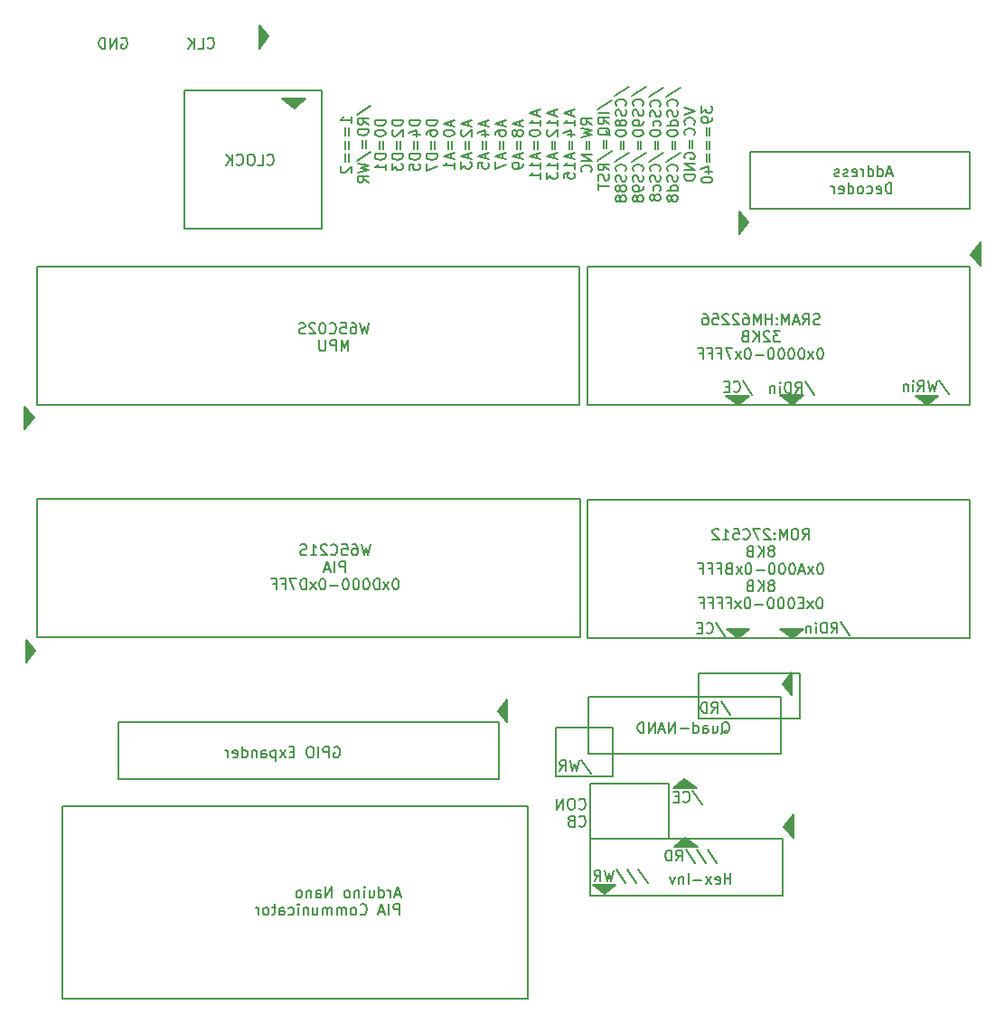
<source format=gbo>
%TF.GenerationSoftware,KiCad,Pcbnew,7.0.10-7.0.10~ubuntu22.04.1*%
%TF.CreationDate,2024-04-10T12:24:55+09:00*%
%TF.ProjectId,sbc6502a1,73626336-3530-4326-9131-2e6b69636164,rev?*%
%TF.SameCoordinates,Original*%
%TF.FileFunction,Legend,Bot*%
%TF.FilePolarity,Positive*%
%FSLAX46Y46*%
G04 Gerber Fmt 4.6, Leading zero omitted, Abs format (unit mm)*
G04 Created by KiCad (PCBNEW 7.0.10-7.0.10~ubuntu22.04.1) date 2024-04-10 12:24:55*
%MOMM*%
%LPD*%
G01*
G04 APERTURE LIST*
%ADD10C,0.150000*%
G04 APERTURE END LIST*
D10*
X40414411Y-33207438D02*
X40509649Y-33159819D01*
X40509649Y-33159819D02*
X40652506Y-33159819D01*
X40652506Y-33159819D02*
X40795363Y-33207438D01*
X40795363Y-33207438D02*
X40890601Y-33302676D01*
X40890601Y-33302676D02*
X40938220Y-33397914D01*
X40938220Y-33397914D02*
X40985839Y-33588390D01*
X40985839Y-33588390D02*
X40985839Y-33731247D01*
X40985839Y-33731247D02*
X40938220Y-33921723D01*
X40938220Y-33921723D02*
X40890601Y-34016961D01*
X40890601Y-34016961D02*
X40795363Y-34112200D01*
X40795363Y-34112200D02*
X40652506Y-34159819D01*
X40652506Y-34159819D02*
X40557268Y-34159819D01*
X40557268Y-34159819D02*
X40414411Y-34112200D01*
X40414411Y-34112200D02*
X40366792Y-34064580D01*
X40366792Y-34064580D02*
X40366792Y-33731247D01*
X40366792Y-33731247D02*
X40557268Y-33731247D01*
X39938220Y-34159819D02*
X39938220Y-33159819D01*
X39938220Y-33159819D02*
X39366792Y-34159819D01*
X39366792Y-34159819D02*
X39366792Y-33159819D01*
X38890601Y-34159819D02*
X38890601Y-33159819D01*
X38890601Y-33159819D02*
X38652506Y-33159819D01*
X38652506Y-33159819D02*
X38509649Y-33207438D01*
X38509649Y-33207438D02*
X38414411Y-33302676D01*
X38414411Y-33302676D02*
X38366792Y-33397914D01*
X38366792Y-33397914D02*
X38319173Y-33588390D01*
X38319173Y-33588390D02*
X38319173Y-33731247D01*
X38319173Y-33731247D02*
X38366792Y-33921723D01*
X38366792Y-33921723D02*
X38414411Y-34016961D01*
X38414411Y-34016961D02*
X38509649Y-34112200D01*
X38509649Y-34112200D02*
X38652506Y-34159819D01*
X38652506Y-34159819D02*
X38890601Y-34159819D01*
X48494792Y-34064580D02*
X48542411Y-34112200D01*
X48542411Y-34112200D02*
X48685268Y-34159819D01*
X48685268Y-34159819D02*
X48780506Y-34159819D01*
X48780506Y-34159819D02*
X48923363Y-34112200D01*
X48923363Y-34112200D02*
X49018601Y-34016961D01*
X49018601Y-34016961D02*
X49066220Y-33921723D01*
X49066220Y-33921723D02*
X49113839Y-33731247D01*
X49113839Y-33731247D02*
X49113839Y-33588390D01*
X49113839Y-33588390D02*
X49066220Y-33397914D01*
X49066220Y-33397914D02*
X49018601Y-33302676D01*
X49018601Y-33302676D02*
X48923363Y-33207438D01*
X48923363Y-33207438D02*
X48780506Y-33159819D01*
X48780506Y-33159819D02*
X48685268Y-33159819D01*
X48685268Y-33159819D02*
X48542411Y-33207438D01*
X48542411Y-33207438D02*
X48494792Y-33255057D01*
X47590030Y-34159819D02*
X48066220Y-34159819D01*
X48066220Y-34159819D02*
X48066220Y-33159819D01*
X47256696Y-34159819D02*
X47256696Y-33159819D01*
X46685268Y-34159819D02*
X47113839Y-33588390D01*
X46685268Y-33159819D02*
X47256696Y-33731247D01*
X99187000Y-50419000D02*
X98298000Y-51562000D01*
X98298000Y-49403000D01*
X99187000Y-50419000D01*
G36*
X99187000Y-50419000D02*
G01*
X98298000Y-51562000D01*
X98298000Y-49403000D01*
X99187000Y-50419000D01*
G37*
X120904000Y-54483000D02*
X120015000Y-53467000D01*
X120904000Y-52324000D01*
X120904000Y-54483000D01*
G36*
X120904000Y-54483000D02*
G01*
X120015000Y-53467000D01*
X120904000Y-52324000D01*
X120904000Y-54483000D01*
G37*
X103251000Y-94742000D02*
X102362000Y-93726000D01*
X103251000Y-92583000D01*
X103251000Y-94742000D01*
G36*
X103251000Y-94742000D02*
G01*
X102362000Y-93726000D01*
X103251000Y-92583000D01*
X103251000Y-94742000D01*
G37*
X103378000Y-108077000D02*
X102489000Y-107061000D01*
X103378000Y-105918000D01*
X103378000Y-108077000D01*
G36*
X103378000Y-108077000D02*
G01*
X102489000Y-107061000D01*
X103378000Y-105918000D01*
X103378000Y-108077000D01*
G37*
X76581000Y-97282000D02*
X75692000Y-96266000D01*
X76581000Y-95123000D01*
X76581000Y-97282000D01*
G36*
X76581000Y-97282000D02*
G01*
X75692000Y-96266000D01*
X76581000Y-95123000D01*
X76581000Y-97282000D01*
G37*
X32385000Y-90551000D02*
X31496000Y-91694000D01*
X31496000Y-89535000D01*
X32385000Y-90551000D01*
G36*
X32385000Y-90551000D02*
G01*
X31496000Y-91694000D01*
X31496000Y-89535000D01*
X32385000Y-90551000D01*
G37*
X32258000Y-68707000D02*
X31369000Y-69850000D01*
X31369000Y-67691000D01*
X32258000Y-68707000D01*
G36*
X32258000Y-68707000D02*
G01*
X31369000Y-69850000D01*
X31369000Y-67691000D01*
X32258000Y-68707000D01*
G37*
X54229000Y-33020000D02*
X53340000Y-34163000D01*
X53340000Y-32004000D01*
X54229000Y-33020000D01*
G36*
X54229000Y-33020000D02*
G01*
X53340000Y-34163000D01*
X53340000Y-32004000D01*
X54229000Y-33020000D01*
G37*
X84328000Y-108204000D02*
X102362000Y-108204000D01*
X102362000Y-113538000D01*
X84328000Y-113538000D01*
X84328000Y-108204000D01*
X32512000Y-76327000D02*
X83439000Y-76327000D01*
X83439000Y-89281000D01*
X32512000Y-89281000D01*
X32512000Y-76327000D01*
X115951000Y-67564000D02*
X114808000Y-66675000D01*
X116967000Y-66675000D01*
X115951000Y-67564000D01*
G36*
X115951000Y-67564000D02*
G01*
X114808000Y-66675000D01*
X116967000Y-66675000D01*
X115951000Y-67564000D01*
G37*
X98247200Y-89408000D02*
X97104200Y-88519000D01*
X99263200Y-88519000D01*
X98247200Y-89408000D01*
G36*
X98247200Y-89408000D02*
G01*
X97104200Y-88519000D01*
X99263200Y-88519000D01*
X98247200Y-89408000D01*
G37*
X84201000Y-94869000D02*
X102235000Y-94869000D01*
X102235000Y-100203000D01*
X84201000Y-100203000D01*
X84201000Y-94869000D01*
X85699600Y-113360200D02*
X84556600Y-112471200D01*
X86715600Y-112471200D01*
X85699600Y-113360200D01*
G36*
X85699600Y-113360200D02*
G01*
X84556600Y-112471200D01*
X86715600Y-112471200D01*
X85699600Y-113360200D01*
G37*
X40132000Y-97282000D02*
X75819000Y-97282000D01*
X75819000Y-102616000D01*
X40132000Y-102616000D01*
X40132000Y-97282000D01*
X84074000Y-76454000D02*
X119888000Y-76454000D01*
X119888000Y-89408000D01*
X84074000Y-89408000D01*
X84074000Y-76454000D01*
X46355000Y-38100000D02*
X59182000Y-38100000D01*
X59182000Y-51054000D01*
X46355000Y-51054000D01*
X46355000Y-38100000D01*
X34925000Y-105156000D02*
X78486000Y-105156000D01*
X78486000Y-123190000D01*
X34925000Y-123190000D01*
X34925000Y-105156000D01*
X103276400Y-67538600D02*
X102133400Y-66649600D01*
X104292400Y-66649600D01*
X103276400Y-67538600D01*
G36*
X103276400Y-67538600D02*
G01*
X102133400Y-66649600D01*
X104292400Y-66649600D01*
X103276400Y-67538600D01*
G37*
X98196400Y-67589400D02*
X97053400Y-66700400D01*
X99212400Y-66700400D01*
X98196400Y-67589400D01*
G36*
X98196400Y-67589400D02*
G01*
X97053400Y-66700400D01*
X99212400Y-66700400D01*
X98196400Y-67589400D01*
G37*
X84074000Y-54610000D02*
X119888000Y-54610000D01*
X119888000Y-67564000D01*
X84074000Y-67564000D01*
X84074000Y-54610000D01*
X56642000Y-39751000D02*
X55499000Y-38862000D01*
X57658000Y-38862000D01*
X56642000Y-39751000D01*
G36*
X56642000Y-39751000D02*
G01*
X55499000Y-38862000D01*
X57658000Y-38862000D01*
X56642000Y-39751000D01*
G37*
X99314000Y-43815000D02*
X119888000Y-43815000D01*
X119888000Y-49149000D01*
X99314000Y-49149000D01*
X99314000Y-43815000D01*
X94488000Y-92710000D02*
X104013000Y-92710000D01*
X104013000Y-96901000D01*
X94488000Y-96901000D01*
X94488000Y-92710000D01*
X103276400Y-89408000D02*
X102133400Y-88519000D01*
X104292400Y-88519000D01*
X103276400Y-89408000D01*
G36*
X103276400Y-89408000D02*
G01*
X102133400Y-88519000D01*
X104292400Y-88519000D01*
X103276400Y-89408000D01*
G37*
X94310200Y-103454200D02*
X92151200Y-103454200D01*
X93167200Y-102565200D01*
X94310200Y-103454200D01*
G36*
X94310200Y-103454200D02*
G01*
X92151200Y-103454200D01*
X93167200Y-102565200D01*
X94310200Y-103454200D01*
G37*
X94386400Y-108966000D02*
X92227400Y-108966000D01*
X93243400Y-108077000D01*
X94386400Y-108966000D01*
G36*
X94386400Y-108966000D02*
G01*
X92227400Y-108966000D01*
X93243400Y-108077000D01*
X94386400Y-108966000D01*
G37*
X32512000Y-54610000D02*
X83312000Y-54610000D01*
X83312000Y-67564000D01*
X32512000Y-67564000D01*
X32512000Y-54610000D01*
X81153000Y-97790000D02*
X86487000Y-97790000D01*
X86487000Y-102362000D01*
X81153000Y-102362000D01*
X81153000Y-97790000D01*
X84328000Y-102997000D02*
X91694000Y-102997000D01*
X91694000Y-108204000D01*
X84328000Y-108204000D01*
X84328000Y-102997000D01*
X88864935Y-111090200D02*
X89722077Y-112375914D01*
X87817316Y-111090200D02*
X88674458Y-112375914D01*
X86769697Y-111090200D02*
X87626839Y-112375914D01*
X86531601Y-111137819D02*
X86293506Y-112137819D01*
X86293506Y-112137819D02*
X86103030Y-111423533D01*
X86103030Y-111423533D02*
X85912554Y-112137819D01*
X85912554Y-112137819D02*
X85674459Y-111137819D01*
X84722078Y-112137819D02*
X85055411Y-111661628D01*
X85293506Y-112137819D02*
X85293506Y-111137819D01*
X85293506Y-111137819D02*
X84912554Y-111137819D01*
X84912554Y-111137819D02*
X84817316Y-111185438D01*
X84817316Y-111185438D02*
X84769697Y-111233057D01*
X84769697Y-111233057D02*
X84722078Y-111328295D01*
X84722078Y-111328295D02*
X84722078Y-111471152D01*
X84722078Y-111471152D02*
X84769697Y-111566390D01*
X84769697Y-111566390D02*
X84817316Y-111614009D01*
X84817316Y-111614009D02*
X84912554Y-111661628D01*
X84912554Y-111661628D02*
X85293506Y-111661628D01*
X117058935Y-65243200D02*
X117916077Y-66528914D01*
X116820839Y-65290819D02*
X116582744Y-66290819D01*
X116582744Y-66290819D02*
X116392268Y-65576533D01*
X116392268Y-65576533D02*
X116201792Y-66290819D01*
X116201792Y-66290819D02*
X115963697Y-65290819D01*
X115011316Y-66290819D02*
X115344649Y-65814628D01*
X115582744Y-66290819D02*
X115582744Y-65290819D01*
X115582744Y-65290819D02*
X115201792Y-65290819D01*
X115201792Y-65290819D02*
X115106554Y-65338438D01*
X115106554Y-65338438D02*
X115058935Y-65386057D01*
X115058935Y-65386057D02*
X115011316Y-65481295D01*
X115011316Y-65481295D02*
X115011316Y-65624152D01*
X115011316Y-65624152D02*
X115058935Y-65719390D01*
X115058935Y-65719390D02*
X115106554Y-65767009D01*
X115106554Y-65767009D02*
X115201792Y-65814628D01*
X115201792Y-65814628D02*
X115582744Y-65814628D01*
X114582744Y-66290819D02*
X114582744Y-65624152D01*
X114582744Y-65290819D02*
X114630363Y-65338438D01*
X114630363Y-65338438D02*
X114582744Y-65386057D01*
X114582744Y-65386057D02*
X114535125Y-65338438D01*
X114535125Y-65338438D02*
X114582744Y-65290819D01*
X114582744Y-65290819D02*
X114582744Y-65386057D01*
X114106554Y-65624152D02*
X114106554Y-66290819D01*
X114106554Y-65719390D02*
X114058935Y-65671771D01*
X114058935Y-65671771D02*
X113963697Y-65624152D01*
X113963697Y-65624152D02*
X113820840Y-65624152D01*
X113820840Y-65624152D02*
X113725602Y-65671771D01*
X113725602Y-65671771D02*
X113677983Y-65767009D01*
X113677983Y-65767009D02*
X113677983Y-66290819D01*
X95367335Y-109210600D02*
X96224477Y-110496314D01*
X94319716Y-109210600D02*
X95176858Y-110496314D01*
X93272097Y-109210600D02*
X94129239Y-110496314D01*
X92367335Y-110258219D02*
X92700668Y-109782028D01*
X92938763Y-110258219D02*
X92938763Y-109258219D01*
X92938763Y-109258219D02*
X92557811Y-109258219D01*
X92557811Y-109258219D02*
X92462573Y-109305838D01*
X92462573Y-109305838D02*
X92414954Y-109353457D01*
X92414954Y-109353457D02*
X92367335Y-109448695D01*
X92367335Y-109448695D02*
X92367335Y-109591552D01*
X92367335Y-109591552D02*
X92414954Y-109686790D01*
X92414954Y-109686790D02*
X92462573Y-109734409D01*
X92462573Y-109734409D02*
X92557811Y-109782028D01*
X92557811Y-109782028D02*
X92938763Y-109782028D01*
X91938763Y-110258219D02*
X91938763Y-109258219D01*
X91938763Y-109258219D02*
X91700668Y-109258219D01*
X91700668Y-109258219D02*
X91557811Y-109305838D01*
X91557811Y-109305838D02*
X91462573Y-109401076D01*
X91462573Y-109401076D02*
X91414954Y-109496314D01*
X91414954Y-109496314D02*
X91367335Y-109686790D01*
X91367335Y-109686790D02*
X91367335Y-109829647D01*
X91367335Y-109829647D02*
X91414954Y-110020123D01*
X91414954Y-110020123D02*
X91462573Y-110115361D01*
X91462573Y-110115361D02*
X91557811Y-110210600D01*
X91557811Y-110210600D02*
X91700668Y-110258219D01*
X91700668Y-110258219D02*
X91938763Y-110258219D01*
X97504020Y-112442619D02*
X97504020Y-111442619D01*
X97504020Y-111918809D02*
X96932592Y-111918809D01*
X96932592Y-112442619D02*
X96932592Y-111442619D01*
X96075449Y-112395000D02*
X96170687Y-112442619D01*
X96170687Y-112442619D02*
X96361163Y-112442619D01*
X96361163Y-112442619D02*
X96456401Y-112395000D01*
X96456401Y-112395000D02*
X96504020Y-112299761D01*
X96504020Y-112299761D02*
X96504020Y-111918809D01*
X96504020Y-111918809D02*
X96456401Y-111823571D01*
X96456401Y-111823571D02*
X96361163Y-111775952D01*
X96361163Y-111775952D02*
X96170687Y-111775952D01*
X96170687Y-111775952D02*
X96075449Y-111823571D01*
X96075449Y-111823571D02*
X96027830Y-111918809D01*
X96027830Y-111918809D02*
X96027830Y-112014047D01*
X96027830Y-112014047D02*
X96504020Y-112109285D01*
X95694496Y-112442619D02*
X95170687Y-111775952D01*
X95694496Y-111775952D02*
X95170687Y-112442619D01*
X94789734Y-112061666D02*
X94027830Y-112061666D01*
X93551639Y-112442619D02*
X93551639Y-111442619D01*
X93075449Y-111775952D02*
X93075449Y-112442619D01*
X93075449Y-111871190D02*
X93027830Y-111823571D01*
X93027830Y-111823571D02*
X92932592Y-111775952D01*
X92932592Y-111775952D02*
X92789735Y-111775952D01*
X92789735Y-111775952D02*
X92694497Y-111823571D01*
X92694497Y-111823571D02*
X92646878Y-111918809D01*
X92646878Y-111918809D02*
X92646878Y-112442619D01*
X92265925Y-111775952D02*
X92027830Y-112442619D01*
X92027830Y-112442619D02*
X91789735Y-111775952D01*
X63634523Y-59870819D02*
X63396428Y-60870819D01*
X63396428Y-60870819D02*
X63205952Y-60156533D01*
X63205952Y-60156533D02*
X63015476Y-60870819D01*
X63015476Y-60870819D02*
X62777381Y-59870819D01*
X61967857Y-59870819D02*
X62158333Y-59870819D01*
X62158333Y-59870819D02*
X62253571Y-59918438D01*
X62253571Y-59918438D02*
X62301190Y-59966057D01*
X62301190Y-59966057D02*
X62396428Y-60108914D01*
X62396428Y-60108914D02*
X62444047Y-60299390D01*
X62444047Y-60299390D02*
X62444047Y-60680342D01*
X62444047Y-60680342D02*
X62396428Y-60775580D01*
X62396428Y-60775580D02*
X62348809Y-60823200D01*
X62348809Y-60823200D02*
X62253571Y-60870819D01*
X62253571Y-60870819D02*
X62063095Y-60870819D01*
X62063095Y-60870819D02*
X61967857Y-60823200D01*
X61967857Y-60823200D02*
X61920238Y-60775580D01*
X61920238Y-60775580D02*
X61872619Y-60680342D01*
X61872619Y-60680342D02*
X61872619Y-60442247D01*
X61872619Y-60442247D02*
X61920238Y-60347009D01*
X61920238Y-60347009D02*
X61967857Y-60299390D01*
X61967857Y-60299390D02*
X62063095Y-60251771D01*
X62063095Y-60251771D02*
X62253571Y-60251771D01*
X62253571Y-60251771D02*
X62348809Y-60299390D01*
X62348809Y-60299390D02*
X62396428Y-60347009D01*
X62396428Y-60347009D02*
X62444047Y-60442247D01*
X60967857Y-59870819D02*
X61444047Y-59870819D01*
X61444047Y-59870819D02*
X61491666Y-60347009D01*
X61491666Y-60347009D02*
X61444047Y-60299390D01*
X61444047Y-60299390D02*
X61348809Y-60251771D01*
X61348809Y-60251771D02*
X61110714Y-60251771D01*
X61110714Y-60251771D02*
X61015476Y-60299390D01*
X61015476Y-60299390D02*
X60967857Y-60347009D01*
X60967857Y-60347009D02*
X60920238Y-60442247D01*
X60920238Y-60442247D02*
X60920238Y-60680342D01*
X60920238Y-60680342D02*
X60967857Y-60775580D01*
X60967857Y-60775580D02*
X61015476Y-60823200D01*
X61015476Y-60823200D02*
X61110714Y-60870819D01*
X61110714Y-60870819D02*
X61348809Y-60870819D01*
X61348809Y-60870819D02*
X61444047Y-60823200D01*
X61444047Y-60823200D02*
X61491666Y-60775580D01*
X59920238Y-60775580D02*
X59967857Y-60823200D01*
X59967857Y-60823200D02*
X60110714Y-60870819D01*
X60110714Y-60870819D02*
X60205952Y-60870819D01*
X60205952Y-60870819D02*
X60348809Y-60823200D01*
X60348809Y-60823200D02*
X60444047Y-60727961D01*
X60444047Y-60727961D02*
X60491666Y-60632723D01*
X60491666Y-60632723D02*
X60539285Y-60442247D01*
X60539285Y-60442247D02*
X60539285Y-60299390D01*
X60539285Y-60299390D02*
X60491666Y-60108914D01*
X60491666Y-60108914D02*
X60444047Y-60013676D01*
X60444047Y-60013676D02*
X60348809Y-59918438D01*
X60348809Y-59918438D02*
X60205952Y-59870819D01*
X60205952Y-59870819D02*
X60110714Y-59870819D01*
X60110714Y-59870819D02*
X59967857Y-59918438D01*
X59967857Y-59918438D02*
X59920238Y-59966057D01*
X59301190Y-59870819D02*
X59205952Y-59870819D01*
X59205952Y-59870819D02*
X59110714Y-59918438D01*
X59110714Y-59918438D02*
X59063095Y-59966057D01*
X59063095Y-59966057D02*
X59015476Y-60061295D01*
X59015476Y-60061295D02*
X58967857Y-60251771D01*
X58967857Y-60251771D02*
X58967857Y-60489866D01*
X58967857Y-60489866D02*
X59015476Y-60680342D01*
X59015476Y-60680342D02*
X59063095Y-60775580D01*
X59063095Y-60775580D02*
X59110714Y-60823200D01*
X59110714Y-60823200D02*
X59205952Y-60870819D01*
X59205952Y-60870819D02*
X59301190Y-60870819D01*
X59301190Y-60870819D02*
X59396428Y-60823200D01*
X59396428Y-60823200D02*
X59444047Y-60775580D01*
X59444047Y-60775580D02*
X59491666Y-60680342D01*
X59491666Y-60680342D02*
X59539285Y-60489866D01*
X59539285Y-60489866D02*
X59539285Y-60251771D01*
X59539285Y-60251771D02*
X59491666Y-60061295D01*
X59491666Y-60061295D02*
X59444047Y-59966057D01*
X59444047Y-59966057D02*
X59396428Y-59918438D01*
X59396428Y-59918438D02*
X59301190Y-59870819D01*
X58586904Y-59966057D02*
X58539285Y-59918438D01*
X58539285Y-59918438D02*
X58444047Y-59870819D01*
X58444047Y-59870819D02*
X58205952Y-59870819D01*
X58205952Y-59870819D02*
X58110714Y-59918438D01*
X58110714Y-59918438D02*
X58063095Y-59966057D01*
X58063095Y-59966057D02*
X58015476Y-60061295D01*
X58015476Y-60061295D02*
X58015476Y-60156533D01*
X58015476Y-60156533D02*
X58063095Y-60299390D01*
X58063095Y-60299390D02*
X58634523Y-60870819D01*
X58634523Y-60870819D02*
X58015476Y-60870819D01*
X57634523Y-60823200D02*
X57491666Y-60870819D01*
X57491666Y-60870819D02*
X57253571Y-60870819D01*
X57253571Y-60870819D02*
X57158333Y-60823200D01*
X57158333Y-60823200D02*
X57110714Y-60775580D01*
X57110714Y-60775580D02*
X57063095Y-60680342D01*
X57063095Y-60680342D02*
X57063095Y-60585104D01*
X57063095Y-60585104D02*
X57110714Y-60489866D01*
X57110714Y-60489866D02*
X57158333Y-60442247D01*
X57158333Y-60442247D02*
X57253571Y-60394628D01*
X57253571Y-60394628D02*
X57444047Y-60347009D01*
X57444047Y-60347009D02*
X57539285Y-60299390D01*
X57539285Y-60299390D02*
X57586904Y-60251771D01*
X57586904Y-60251771D02*
X57634523Y-60156533D01*
X57634523Y-60156533D02*
X57634523Y-60061295D01*
X57634523Y-60061295D02*
X57586904Y-59966057D01*
X57586904Y-59966057D02*
X57539285Y-59918438D01*
X57539285Y-59918438D02*
X57444047Y-59870819D01*
X57444047Y-59870819D02*
X57205952Y-59870819D01*
X57205952Y-59870819D02*
X57063095Y-59918438D01*
X61682142Y-62480819D02*
X61682142Y-61480819D01*
X61682142Y-61480819D02*
X61348809Y-62195104D01*
X61348809Y-62195104D02*
X61015476Y-61480819D01*
X61015476Y-61480819D02*
X61015476Y-62480819D01*
X60539285Y-62480819D02*
X60539285Y-61480819D01*
X60539285Y-61480819D02*
X60158333Y-61480819D01*
X60158333Y-61480819D02*
X60063095Y-61528438D01*
X60063095Y-61528438D02*
X60015476Y-61576057D01*
X60015476Y-61576057D02*
X59967857Y-61671295D01*
X59967857Y-61671295D02*
X59967857Y-61814152D01*
X59967857Y-61814152D02*
X60015476Y-61909390D01*
X60015476Y-61909390D02*
X60063095Y-61957009D01*
X60063095Y-61957009D02*
X60158333Y-62004628D01*
X60158333Y-62004628D02*
X60539285Y-62004628D01*
X59539285Y-61480819D02*
X59539285Y-62290342D01*
X59539285Y-62290342D02*
X59491666Y-62385580D01*
X59491666Y-62385580D02*
X59444047Y-62433200D01*
X59444047Y-62433200D02*
X59348809Y-62480819D01*
X59348809Y-62480819D02*
X59158333Y-62480819D01*
X59158333Y-62480819D02*
X59063095Y-62433200D01*
X59063095Y-62433200D02*
X59015476Y-62385580D01*
X59015476Y-62385580D02*
X58967857Y-62290342D01*
X58967857Y-62290342D02*
X58967857Y-61480819D01*
X96611935Y-95342200D02*
X97469077Y-96627914D01*
X95707173Y-96389819D02*
X96040506Y-95913628D01*
X96278601Y-96389819D02*
X96278601Y-95389819D01*
X96278601Y-95389819D02*
X95897649Y-95389819D01*
X95897649Y-95389819D02*
X95802411Y-95437438D01*
X95802411Y-95437438D02*
X95754792Y-95485057D01*
X95754792Y-95485057D02*
X95707173Y-95580295D01*
X95707173Y-95580295D02*
X95707173Y-95723152D01*
X95707173Y-95723152D02*
X95754792Y-95818390D01*
X95754792Y-95818390D02*
X95802411Y-95866009D01*
X95802411Y-95866009D02*
X95897649Y-95913628D01*
X95897649Y-95913628D02*
X96278601Y-95913628D01*
X95278601Y-96389819D02*
X95278601Y-95389819D01*
X95278601Y-95389819D02*
X95040506Y-95389819D01*
X95040506Y-95389819D02*
X94897649Y-95437438D01*
X94897649Y-95437438D02*
X94802411Y-95532676D01*
X94802411Y-95532676D02*
X94754792Y-95627914D01*
X94754792Y-95627914D02*
X94707173Y-95818390D01*
X94707173Y-95818390D02*
X94707173Y-95961247D01*
X94707173Y-95961247D02*
X94754792Y-96151723D01*
X94754792Y-96151723D02*
X94802411Y-96246961D01*
X94802411Y-96246961D02*
X94897649Y-96342200D01*
X94897649Y-96342200D02*
X95040506Y-96389819D01*
X95040506Y-96389819D02*
X95278601Y-96389819D01*
X66512839Y-113417104D02*
X66036649Y-113417104D01*
X66608077Y-113702819D02*
X66274744Y-112702819D01*
X66274744Y-112702819D02*
X65941411Y-113702819D01*
X65608077Y-113702819D02*
X65608077Y-113036152D01*
X65608077Y-113226628D02*
X65560458Y-113131390D01*
X65560458Y-113131390D02*
X65512839Y-113083771D01*
X65512839Y-113083771D02*
X65417601Y-113036152D01*
X65417601Y-113036152D02*
X65322363Y-113036152D01*
X64560458Y-113702819D02*
X64560458Y-112702819D01*
X64560458Y-113655200D02*
X64655696Y-113702819D01*
X64655696Y-113702819D02*
X64846172Y-113702819D01*
X64846172Y-113702819D02*
X64941410Y-113655200D01*
X64941410Y-113655200D02*
X64989029Y-113607580D01*
X64989029Y-113607580D02*
X65036648Y-113512342D01*
X65036648Y-113512342D02*
X65036648Y-113226628D01*
X65036648Y-113226628D02*
X64989029Y-113131390D01*
X64989029Y-113131390D02*
X64941410Y-113083771D01*
X64941410Y-113083771D02*
X64846172Y-113036152D01*
X64846172Y-113036152D02*
X64655696Y-113036152D01*
X64655696Y-113036152D02*
X64560458Y-113083771D01*
X63655696Y-113036152D02*
X63655696Y-113702819D01*
X64084267Y-113036152D02*
X64084267Y-113559961D01*
X64084267Y-113559961D02*
X64036648Y-113655200D01*
X64036648Y-113655200D02*
X63941410Y-113702819D01*
X63941410Y-113702819D02*
X63798553Y-113702819D01*
X63798553Y-113702819D02*
X63703315Y-113655200D01*
X63703315Y-113655200D02*
X63655696Y-113607580D01*
X63179505Y-113702819D02*
X63179505Y-113036152D01*
X63179505Y-112702819D02*
X63227124Y-112750438D01*
X63227124Y-112750438D02*
X63179505Y-112798057D01*
X63179505Y-112798057D02*
X63131886Y-112750438D01*
X63131886Y-112750438D02*
X63179505Y-112702819D01*
X63179505Y-112702819D02*
X63179505Y-112798057D01*
X62703315Y-113036152D02*
X62703315Y-113702819D01*
X62703315Y-113131390D02*
X62655696Y-113083771D01*
X62655696Y-113083771D02*
X62560458Y-113036152D01*
X62560458Y-113036152D02*
X62417601Y-113036152D01*
X62417601Y-113036152D02*
X62322363Y-113083771D01*
X62322363Y-113083771D02*
X62274744Y-113179009D01*
X62274744Y-113179009D02*
X62274744Y-113702819D01*
X61655696Y-113702819D02*
X61750934Y-113655200D01*
X61750934Y-113655200D02*
X61798553Y-113607580D01*
X61798553Y-113607580D02*
X61846172Y-113512342D01*
X61846172Y-113512342D02*
X61846172Y-113226628D01*
X61846172Y-113226628D02*
X61798553Y-113131390D01*
X61798553Y-113131390D02*
X61750934Y-113083771D01*
X61750934Y-113083771D02*
X61655696Y-113036152D01*
X61655696Y-113036152D02*
X61512839Y-113036152D01*
X61512839Y-113036152D02*
X61417601Y-113083771D01*
X61417601Y-113083771D02*
X61369982Y-113131390D01*
X61369982Y-113131390D02*
X61322363Y-113226628D01*
X61322363Y-113226628D02*
X61322363Y-113512342D01*
X61322363Y-113512342D02*
X61369982Y-113607580D01*
X61369982Y-113607580D02*
X61417601Y-113655200D01*
X61417601Y-113655200D02*
X61512839Y-113702819D01*
X61512839Y-113702819D02*
X61655696Y-113702819D01*
X60131886Y-113702819D02*
X60131886Y-112702819D01*
X60131886Y-112702819D02*
X59560458Y-113702819D01*
X59560458Y-113702819D02*
X59560458Y-112702819D01*
X58655696Y-113702819D02*
X58655696Y-113179009D01*
X58655696Y-113179009D02*
X58703315Y-113083771D01*
X58703315Y-113083771D02*
X58798553Y-113036152D01*
X58798553Y-113036152D02*
X58989029Y-113036152D01*
X58989029Y-113036152D02*
X59084267Y-113083771D01*
X58655696Y-113655200D02*
X58750934Y-113702819D01*
X58750934Y-113702819D02*
X58989029Y-113702819D01*
X58989029Y-113702819D02*
X59084267Y-113655200D01*
X59084267Y-113655200D02*
X59131886Y-113559961D01*
X59131886Y-113559961D02*
X59131886Y-113464723D01*
X59131886Y-113464723D02*
X59084267Y-113369485D01*
X59084267Y-113369485D02*
X58989029Y-113321866D01*
X58989029Y-113321866D02*
X58750934Y-113321866D01*
X58750934Y-113321866D02*
X58655696Y-113274247D01*
X58179505Y-113036152D02*
X58179505Y-113702819D01*
X58179505Y-113131390D02*
X58131886Y-113083771D01*
X58131886Y-113083771D02*
X58036648Y-113036152D01*
X58036648Y-113036152D02*
X57893791Y-113036152D01*
X57893791Y-113036152D02*
X57798553Y-113083771D01*
X57798553Y-113083771D02*
X57750934Y-113179009D01*
X57750934Y-113179009D02*
X57750934Y-113702819D01*
X57131886Y-113702819D02*
X57227124Y-113655200D01*
X57227124Y-113655200D02*
X57274743Y-113607580D01*
X57274743Y-113607580D02*
X57322362Y-113512342D01*
X57322362Y-113512342D02*
X57322362Y-113226628D01*
X57322362Y-113226628D02*
X57274743Y-113131390D01*
X57274743Y-113131390D02*
X57227124Y-113083771D01*
X57227124Y-113083771D02*
X57131886Y-113036152D01*
X57131886Y-113036152D02*
X56989029Y-113036152D01*
X56989029Y-113036152D02*
X56893791Y-113083771D01*
X56893791Y-113083771D02*
X56846172Y-113131390D01*
X56846172Y-113131390D02*
X56798553Y-113226628D01*
X56798553Y-113226628D02*
X56798553Y-113512342D01*
X56798553Y-113512342D02*
X56846172Y-113607580D01*
X56846172Y-113607580D02*
X56893791Y-113655200D01*
X56893791Y-113655200D02*
X56989029Y-113702819D01*
X56989029Y-113702819D02*
X57131886Y-113702819D01*
X66465220Y-115312819D02*
X66465220Y-114312819D01*
X66465220Y-114312819D02*
X66084268Y-114312819D01*
X66084268Y-114312819D02*
X65989030Y-114360438D01*
X65989030Y-114360438D02*
X65941411Y-114408057D01*
X65941411Y-114408057D02*
X65893792Y-114503295D01*
X65893792Y-114503295D02*
X65893792Y-114646152D01*
X65893792Y-114646152D02*
X65941411Y-114741390D01*
X65941411Y-114741390D02*
X65989030Y-114789009D01*
X65989030Y-114789009D02*
X66084268Y-114836628D01*
X66084268Y-114836628D02*
X66465220Y-114836628D01*
X65465220Y-115312819D02*
X65465220Y-114312819D01*
X65036649Y-115027104D02*
X64560459Y-115027104D01*
X65131887Y-115312819D02*
X64798554Y-114312819D01*
X64798554Y-114312819D02*
X64465221Y-115312819D01*
X62798554Y-115217580D02*
X62846173Y-115265200D01*
X62846173Y-115265200D02*
X62989030Y-115312819D01*
X62989030Y-115312819D02*
X63084268Y-115312819D01*
X63084268Y-115312819D02*
X63227125Y-115265200D01*
X63227125Y-115265200D02*
X63322363Y-115169961D01*
X63322363Y-115169961D02*
X63369982Y-115074723D01*
X63369982Y-115074723D02*
X63417601Y-114884247D01*
X63417601Y-114884247D02*
X63417601Y-114741390D01*
X63417601Y-114741390D02*
X63369982Y-114550914D01*
X63369982Y-114550914D02*
X63322363Y-114455676D01*
X63322363Y-114455676D02*
X63227125Y-114360438D01*
X63227125Y-114360438D02*
X63084268Y-114312819D01*
X63084268Y-114312819D02*
X62989030Y-114312819D01*
X62989030Y-114312819D02*
X62846173Y-114360438D01*
X62846173Y-114360438D02*
X62798554Y-114408057D01*
X62227125Y-115312819D02*
X62322363Y-115265200D01*
X62322363Y-115265200D02*
X62369982Y-115217580D01*
X62369982Y-115217580D02*
X62417601Y-115122342D01*
X62417601Y-115122342D02*
X62417601Y-114836628D01*
X62417601Y-114836628D02*
X62369982Y-114741390D01*
X62369982Y-114741390D02*
X62322363Y-114693771D01*
X62322363Y-114693771D02*
X62227125Y-114646152D01*
X62227125Y-114646152D02*
X62084268Y-114646152D01*
X62084268Y-114646152D02*
X61989030Y-114693771D01*
X61989030Y-114693771D02*
X61941411Y-114741390D01*
X61941411Y-114741390D02*
X61893792Y-114836628D01*
X61893792Y-114836628D02*
X61893792Y-115122342D01*
X61893792Y-115122342D02*
X61941411Y-115217580D01*
X61941411Y-115217580D02*
X61989030Y-115265200D01*
X61989030Y-115265200D02*
X62084268Y-115312819D01*
X62084268Y-115312819D02*
X62227125Y-115312819D01*
X61465220Y-115312819D02*
X61465220Y-114646152D01*
X61465220Y-114741390D02*
X61417601Y-114693771D01*
X61417601Y-114693771D02*
X61322363Y-114646152D01*
X61322363Y-114646152D02*
X61179506Y-114646152D01*
X61179506Y-114646152D02*
X61084268Y-114693771D01*
X61084268Y-114693771D02*
X61036649Y-114789009D01*
X61036649Y-114789009D02*
X61036649Y-115312819D01*
X61036649Y-114789009D02*
X60989030Y-114693771D01*
X60989030Y-114693771D02*
X60893792Y-114646152D01*
X60893792Y-114646152D02*
X60750935Y-114646152D01*
X60750935Y-114646152D02*
X60655696Y-114693771D01*
X60655696Y-114693771D02*
X60608077Y-114789009D01*
X60608077Y-114789009D02*
X60608077Y-115312819D01*
X60131887Y-115312819D02*
X60131887Y-114646152D01*
X60131887Y-114741390D02*
X60084268Y-114693771D01*
X60084268Y-114693771D02*
X59989030Y-114646152D01*
X59989030Y-114646152D02*
X59846173Y-114646152D01*
X59846173Y-114646152D02*
X59750935Y-114693771D01*
X59750935Y-114693771D02*
X59703316Y-114789009D01*
X59703316Y-114789009D02*
X59703316Y-115312819D01*
X59703316Y-114789009D02*
X59655697Y-114693771D01*
X59655697Y-114693771D02*
X59560459Y-114646152D01*
X59560459Y-114646152D02*
X59417602Y-114646152D01*
X59417602Y-114646152D02*
X59322363Y-114693771D01*
X59322363Y-114693771D02*
X59274744Y-114789009D01*
X59274744Y-114789009D02*
X59274744Y-115312819D01*
X58369983Y-114646152D02*
X58369983Y-115312819D01*
X58798554Y-114646152D02*
X58798554Y-115169961D01*
X58798554Y-115169961D02*
X58750935Y-115265200D01*
X58750935Y-115265200D02*
X58655697Y-115312819D01*
X58655697Y-115312819D02*
X58512840Y-115312819D01*
X58512840Y-115312819D02*
X58417602Y-115265200D01*
X58417602Y-115265200D02*
X58369983Y-115217580D01*
X57893792Y-114646152D02*
X57893792Y-115312819D01*
X57893792Y-114741390D02*
X57846173Y-114693771D01*
X57846173Y-114693771D02*
X57750935Y-114646152D01*
X57750935Y-114646152D02*
X57608078Y-114646152D01*
X57608078Y-114646152D02*
X57512840Y-114693771D01*
X57512840Y-114693771D02*
X57465221Y-114789009D01*
X57465221Y-114789009D02*
X57465221Y-115312819D01*
X56989030Y-115312819D02*
X56989030Y-114646152D01*
X56989030Y-114312819D02*
X57036649Y-114360438D01*
X57036649Y-114360438D02*
X56989030Y-114408057D01*
X56989030Y-114408057D02*
X56941411Y-114360438D01*
X56941411Y-114360438D02*
X56989030Y-114312819D01*
X56989030Y-114312819D02*
X56989030Y-114408057D01*
X56084269Y-115265200D02*
X56179507Y-115312819D01*
X56179507Y-115312819D02*
X56369983Y-115312819D01*
X56369983Y-115312819D02*
X56465221Y-115265200D01*
X56465221Y-115265200D02*
X56512840Y-115217580D01*
X56512840Y-115217580D02*
X56560459Y-115122342D01*
X56560459Y-115122342D02*
X56560459Y-114836628D01*
X56560459Y-114836628D02*
X56512840Y-114741390D01*
X56512840Y-114741390D02*
X56465221Y-114693771D01*
X56465221Y-114693771D02*
X56369983Y-114646152D01*
X56369983Y-114646152D02*
X56179507Y-114646152D01*
X56179507Y-114646152D02*
X56084269Y-114693771D01*
X55227126Y-115312819D02*
X55227126Y-114789009D01*
X55227126Y-114789009D02*
X55274745Y-114693771D01*
X55274745Y-114693771D02*
X55369983Y-114646152D01*
X55369983Y-114646152D02*
X55560459Y-114646152D01*
X55560459Y-114646152D02*
X55655697Y-114693771D01*
X55227126Y-115265200D02*
X55322364Y-115312819D01*
X55322364Y-115312819D02*
X55560459Y-115312819D01*
X55560459Y-115312819D02*
X55655697Y-115265200D01*
X55655697Y-115265200D02*
X55703316Y-115169961D01*
X55703316Y-115169961D02*
X55703316Y-115074723D01*
X55703316Y-115074723D02*
X55655697Y-114979485D01*
X55655697Y-114979485D02*
X55560459Y-114931866D01*
X55560459Y-114931866D02*
X55322364Y-114931866D01*
X55322364Y-114931866D02*
X55227126Y-114884247D01*
X54893792Y-114646152D02*
X54512840Y-114646152D01*
X54750935Y-114312819D02*
X54750935Y-115169961D01*
X54750935Y-115169961D02*
X54703316Y-115265200D01*
X54703316Y-115265200D02*
X54608078Y-115312819D01*
X54608078Y-115312819D02*
X54512840Y-115312819D01*
X54036649Y-115312819D02*
X54131887Y-115265200D01*
X54131887Y-115265200D02*
X54179506Y-115217580D01*
X54179506Y-115217580D02*
X54227125Y-115122342D01*
X54227125Y-115122342D02*
X54227125Y-114836628D01*
X54227125Y-114836628D02*
X54179506Y-114741390D01*
X54179506Y-114741390D02*
X54131887Y-114693771D01*
X54131887Y-114693771D02*
X54036649Y-114646152D01*
X54036649Y-114646152D02*
X53893792Y-114646152D01*
X53893792Y-114646152D02*
X53798554Y-114693771D01*
X53798554Y-114693771D02*
X53750935Y-114741390D01*
X53750935Y-114741390D02*
X53703316Y-114836628D01*
X53703316Y-114836628D02*
X53703316Y-115122342D01*
X53703316Y-115122342D02*
X53750935Y-115217580D01*
X53750935Y-115217580D02*
X53798554Y-115265200D01*
X53798554Y-115265200D02*
X53893792Y-115312819D01*
X53893792Y-115312819D02*
X54036649Y-115312819D01*
X53274744Y-115312819D02*
X53274744Y-114646152D01*
X53274744Y-114836628D02*
X53227125Y-114741390D01*
X53227125Y-114741390D02*
X53179506Y-114693771D01*
X53179506Y-114693771D02*
X53084268Y-114646152D01*
X53084268Y-114646152D02*
X52989030Y-114646152D01*
X83530935Y-100803200D02*
X84388077Y-102088914D01*
X83292839Y-100850819D02*
X83054744Y-101850819D01*
X83054744Y-101850819D02*
X82864268Y-101136533D01*
X82864268Y-101136533D02*
X82673792Y-101850819D01*
X82673792Y-101850819D02*
X82435697Y-100850819D01*
X81483316Y-101850819D02*
X81816649Y-101374628D01*
X82054744Y-101850819D02*
X82054744Y-100850819D01*
X82054744Y-100850819D02*
X81673792Y-100850819D01*
X81673792Y-100850819D02*
X81578554Y-100898438D01*
X81578554Y-100898438D02*
X81530935Y-100946057D01*
X81530935Y-100946057D02*
X81483316Y-101041295D01*
X81483316Y-101041295D02*
X81483316Y-101184152D01*
X81483316Y-101184152D02*
X81530935Y-101279390D01*
X81530935Y-101279390D02*
X81578554Y-101327009D01*
X81578554Y-101327009D02*
X81673792Y-101374628D01*
X81673792Y-101374628D02*
X82054744Y-101374628D01*
X105829999Y-59975200D02*
X105687142Y-60022819D01*
X105687142Y-60022819D02*
X105449047Y-60022819D01*
X105449047Y-60022819D02*
X105353809Y-59975200D01*
X105353809Y-59975200D02*
X105306190Y-59927580D01*
X105306190Y-59927580D02*
X105258571Y-59832342D01*
X105258571Y-59832342D02*
X105258571Y-59737104D01*
X105258571Y-59737104D02*
X105306190Y-59641866D01*
X105306190Y-59641866D02*
X105353809Y-59594247D01*
X105353809Y-59594247D02*
X105449047Y-59546628D01*
X105449047Y-59546628D02*
X105639523Y-59499009D01*
X105639523Y-59499009D02*
X105734761Y-59451390D01*
X105734761Y-59451390D02*
X105782380Y-59403771D01*
X105782380Y-59403771D02*
X105829999Y-59308533D01*
X105829999Y-59308533D02*
X105829999Y-59213295D01*
X105829999Y-59213295D02*
X105782380Y-59118057D01*
X105782380Y-59118057D02*
X105734761Y-59070438D01*
X105734761Y-59070438D02*
X105639523Y-59022819D01*
X105639523Y-59022819D02*
X105401428Y-59022819D01*
X105401428Y-59022819D02*
X105258571Y-59070438D01*
X104258571Y-60022819D02*
X104591904Y-59546628D01*
X104829999Y-60022819D02*
X104829999Y-59022819D01*
X104829999Y-59022819D02*
X104449047Y-59022819D01*
X104449047Y-59022819D02*
X104353809Y-59070438D01*
X104353809Y-59070438D02*
X104306190Y-59118057D01*
X104306190Y-59118057D02*
X104258571Y-59213295D01*
X104258571Y-59213295D02*
X104258571Y-59356152D01*
X104258571Y-59356152D02*
X104306190Y-59451390D01*
X104306190Y-59451390D02*
X104353809Y-59499009D01*
X104353809Y-59499009D02*
X104449047Y-59546628D01*
X104449047Y-59546628D02*
X104829999Y-59546628D01*
X103877618Y-59737104D02*
X103401428Y-59737104D01*
X103972856Y-60022819D02*
X103639523Y-59022819D01*
X103639523Y-59022819D02*
X103306190Y-60022819D01*
X102972856Y-60022819D02*
X102972856Y-59022819D01*
X102972856Y-59022819D02*
X102639523Y-59737104D01*
X102639523Y-59737104D02*
X102306190Y-59022819D01*
X102306190Y-59022819D02*
X102306190Y-60022819D01*
X101829999Y-59927580D02*
X101782380Y-59975200D01*
X101782380Y-59975200D02*
X101829999Y-60022819D01*
X101829999Y-60022819D02*
X101877618Y-59975200D01*
X101877618Y-59975200D02*
X101829999Y-59927580D01*
X101829999Y-59927580D02*
X101829999Y-60022819D01*
X101829999Y-59403771D02*
X101782380Y-59451390D01*
X101782380Y-59451390D02*
X101829999Y-59499009D01*
X101829999Y-59499009D02*
X101877618Y-59451390D01*
X101877618Y-59451390D02*
X101829999Y-59403771D01*
X101829999Y-59403771D02*
X101829999Y-59499009D01*
X101353809Y-60022819D02*
X101353809Y-59022819D01*
X101353809Y-59499009D02*
X100782381Y-59499009D01*
X100782381Y-60022819D02*
X100782381Y-59022819D01*
X100306190Y-60022819D02*
X100306190Y-59022819D01*
X100306190Y-59022819D02*
X99972857Y-59737104D01*
X99972857Y-59737104D02*
X99639524Y-59022819D01*
X99639524Y-59022819D02*
X99639524Y-60022819D01*
X98734762Y-59022819D02*
X98925238Y-59022819D01*
X98925238Y-59022819D02*
X99020476Y-59070438D01*
X99020476Y-59070438D02*
X99068095Y-59118057D01*
X99068095Y-59118057D02*
X99163333Y-59260914D01*
X99163333Y-59260914D02*
X99210952Y-59451390D01*
X99210952Y-59451390D02*
X99210952Y-59832342D01*
X99210952Y-59832342D02*
X99163333Y-59927580D01*
X99163333Y-59927580D02*
X99115714Y-59975200D01*
X99115714Y-59975200D02*
X99020476Y-60022819D01*
X99020476Y-60022819D02*
X98830000Y-60022819D01*
X98830000Y-60022819D02*
X98734762Y-59975200D01*
X98734762Y-59975200D02*
X98687143Y-59927580D01*
X98687143Y-59927580D02*
X98639524Y-59832342D01*
X98639524Y-59832342D02*
X98639524Y-59594247D01*
X98639524Y-59594247D02*
X98687143Y-59499009D01*
X98687143Y-59499009D02*
X98734762Y-59451390D01*
X98734762Y-59451390D02*
X98830000Y-59403771D01*
X98830000Y-59403771D02*
X99020476Y-59403771D01*
X99020476Y-59403771D02*
X99115714Y-59451390D01*
X99115714Y-59451390D02*
X99163333Y-59499009D01*
X99163333Y-59499009D02*
X99210952Y-59594247D01*
X98258571Y-59118057D02*
X98210952Y-59070438D01*
X98210952Y-59070438D02*
X98115714Y-59022819D01*
X98115714Y-59022819D02*
X97877619Y-59022819D01*
X97877619Y-59022819D02*
X97782381Y-59070438D01*
X97782381Y-59070438D02*
X97734762Y-59118057D01*
X97734762Y-59118057D02*
X97687143Y-59213295D01*
X97687143Y-59213295D02*
X97687143Y-59308533D01*
X97687143Y-59308533D02*
X97734762Y-59451390D01*
X97734762Y-59451390D02*
X98306190Y-60022819D01*
X98306190Y-60022819D02*
X97687143Y-60022819D01*
X97306190Y-59118057D02*
X97258571Y-59070438D01*
X97258571Y-59070438D02*
X97163333Y-59022819D01*
X97163333Y-59022819D02*
X96925238Y-59022819D01*
X96925238Y-59022819D02*
X96830000Y-59070438D01*
X96830000Y-59070438D02*
X96782381Y-59118057D01*
X96782381Y-59118057D02*
X96734762Y-59213295D01*
X96734762Y-59213295D02*
X96734762Y-59308533D01*
X96734762Y-59308533D02*
X96782381Y-59451390D01*
X96782381Y-59451390D02*
X97353809Y-60022819D01*
X97353809Y-60022819D02*
X96734762Y-60022819D01*
X95830000Y-59022819D02*
X96306190Y-59022819D01*
X96306190Y-59022819D02*
X96353809Y-59499009D01*
X96353809Y-59499009D02*
X96306190Y-59451390D01*
X96306190Y-59451390D02*
X96210952Y-59403771D01*
X96210952Y-59403771D02*
X95972857Y-59403771D01*
X95972857Y-59403771D02*
X95877619Y-59451390D01*
X95877619Y-59451390D02*
X95830000Y-59499009D01*
X95830000Y-59499009D02*
X95782381Y-59594247D01*
X95782381Y-59594247D02*
X95782381Y-59832342D01*
X95782381Y-59832342D02*
X95830000Y-59927580D01*
X95830000Y-59927580D02*
X95877619Y-59975200D01*
X95877619Y-59975200D02*
X95972857Y-60022819D01*
X95972857Y-60022819D02*
X96210952Y-60022819D01*
X96210952Y-60022819D02*
X96306190Y-59975200D01*
X96306190Y-59975200D02*
X96353809Y-59927580D01*
X94925238Y-59022819D02*
X95115714Y-59022819D01*
X95115714Y-59022819D02*
X95210952Y-59070438D01*
X95210952Y-59070438D02*
X95258571Y-59118057D01*
X95258571Y-59118057D02*
X95353809Y-59260914D01*
X95353809Y-59260914D02*
X95401428Y-59451390D01*
X95401428Y-59451390D02*
X95401428Y-59832342D01*
X95401428Y-59832342D02*
X95353809Y-59927580D01*
X95353809Y-59927580D02*
X95306190Y-59975200D01*
X95306190Y-59975200D02*
X95210952Y-60022819D01*
X95210952Y-60022819D02*
X95020476Y-60022819D01*
X95020476Y-60022819D02*
X94925238Y-59975200D01*
X94925238Y-59975200D02*
X94877619Y-59927580D01*
X94877619Y-59927580D02*
X94830000Y-59832342D01*
X94830000Y-59832342D02*
X94830000Y-59594247D01*
X94830000Y-59594247D02*
X94877619Y-59499009D01*
X94877619Y-59499009D02*
X94925238Y-59451390D01*
X94925238Y-59451390D02*
X95020476Y-59403771D01*
X95020476Y-59403771D02*
X95210952Y-59403771D01*
X95210952Y-59403771D02*
X95306190Y-59451390D01*
X95306190Y-59451390D02*
X95353809Y-59499009D01*
X95353809Y-59499009D02*
X95401428Y-59594247D01*
X102139523Y-60632819D02*
X101520476Y-60632819D01*
X101520476Y-60632819D02*
X101853809Y-61013771D01*
X101853809Y-61013771D02*
X101710952Y-61013771D01*
X101710952Y-61013771D02*
X101615714Y-61061390D01*
X101615714Y-61061390D02*
X101568095Y-61109009D01*
X101568095Y-61109009D02*
X101520476Y-61204247D01*
X101520476Y-61204247D02*
X101520476Y-61442342D01*
X101520476Y-61442342D02*
X101568095Y-61537580D01*
X101568095Y-61537580D02*
X101615714Y-61585200D01*
X101615714Y-61585200D02*
X101710952Y-61632819D01*
X101710952Y-61632819D02*
X101996666Y-61632819D01*
X101996666Y-61632819D02*
X102091904Y-61585200D01*
X102091904Y-61585200D02*
X102139523Y-61537580D01*
X101139523Y-60728057D02*
X101091904Y-60680438D01*
X101091904Y-60680438D02*
X100996666Y-60632819D01*
X100996666Y-60632819D02*
X100758571Y-60632819D01*
X100758571Y-60632819D02*
X100663333Y-60680438D01*
X100663333Y-60680438D02*
X100615714Y-60728057D01*
X100615714Y-60728057D02*
X100568095Y-60823295D01*
X100568095Y-60823295D02*
X100568095Y-60918533D01*
X100568095Y-60918533D02*
X100615714Y-61061390D01*
X100615714Y-61061390D02*
X101187142Y-61632819D01*
X101187142Y-61632819D02*
X100568095Y-61632819D01*
X100139523Y-61632819D02*
X100139523Y-60632819D01*
X99568095Y-61632819D02*
X99996666Y-61061390D01*
X99568095Y-60632819D02*
X100139523Y-61204247D01*
X98806190Y-61109009D02*
X98663333Y-61156628D01*
X98663333Y-61156628D02*
X98615714Y-61204247D01*
X98615714Y-61204247D02*
X98568095Y-61299485D01*
X98568095Y-61299485D02*
X98568095Y-61442342D01*
X98568095Y-61442342D02*
X98615714Y-61537580D01*
X98615714Y-61537580D02*
X98663333Y-61585200D01*
X98663333Y-61585200D02*
X98758571Y-61632819D01*
X98758571Y-61632819D02*
X99139523Y-61632819D01*
X99139523Y-61632819D02*
X99139523Y-60632819D01*
X99139523Y-60632819D02*
X98806190Y-60632819D01*
X98806190Y-60632819D02*
X98710952Y-60680438D01*
X98710952Y-60680438D02*
X98663333Y-60728057D01*
X98663333Y-60728057D02*
X98615714Y-60823295D01*
X98615714Y-60823295D02*
X98615714Y-60918533D01*
X98615714Y-60918533D02*
X98663333Y-61013771D01*
X98663333Y-61013771D02*
X98710952Y-61061390D01*
X98710952Y-61061390D02*
X98806190Y-61109009D01*
X98806190Y-61109009D02*
X99139523Y-61109009D01*
X105949047Y-62242819D02*
X105853809Y-62242819D01*
X105853809Y-62242819D02*
X105758571Y-62290438D01*
X105758571Y-62290438D02*
X105710952Y-62338057D01*
X105710952Y-62338057D02*
X105663333Y-62433295D01*
X105663333Y-62433295D02*
X105615714Y-62623771D01*
X105615714Y-62623771D02*
X105615714Y-62861866D01*
X105615714Y-62861866D02*
X105663333Y-63052342D01*
X105663333Y-63052342D02*
X105710952Y-63147580D01*
X105710952Y-63147580D02*
X105758571Y-63195200D01*
X105758571Y-63195200D02*
X105853809Y-63242819D01*
X105853809Y-63242819D02*
X105949047Y-63242819D01*
X105949047Y-63242819D02*
X106044285Y-63195200D01*
X106044285Y-63195200D02*
X106091904Y-63147580D01*
X106091904Y-63147580D02*
X106139523Y-63052342D01*
X106139523Y-63052342D02*
X106187142Y-62861866D01*
X106187142Y-62861866D02*
X106187142Y-62623771D01*
X106187142Y-62623771D02*
X106139523Y-62433295D01*
X106139523Y-62433295D02*
X106091904Y-62338057D01*
X106091904Y-62338057D02*
X106044285Y-62290438D01*
X106044285Y-62290438D02*
X105949047Y-62242819D01*
X105282380Y-63242819D02*
X104758571Y-62576152D01*
X105282380Y-62576152D02*
X104758571Y-63242819D01*
X104187142Y-62242819D02*
X104091904Y-62242819D01*
X104091904Y-62242819D02*
X103996666Y-62290438D01*
X103996666Y-62290438D02*
X103949047Y-62338057D01*
X103949047Y-62338057D02*
X103901428Y-62433295D01*
X103901428Y-62433295D02*
X103853809Y-62623771D01*
X103853809Y-62623771D02*
X103853809Y-62861866D01*
X103853809Y-62861866D02*
X103901428Y-63052342D01*
X103901428Y-63052342D02*
X103949047Y-63147580D01*
X103949047Y-63147580D02*
X103996666Y-63195200D01*
X103996666Y-63195200D02*
X104091904Y-63242819D01*
X104091904Y-63242819D02*
X104187142Y-63242819D01*
X104187142Y-63242819D02*
X104282380Y-63195200D01*
X104282380Y-63195200D02*
X104329999Y-63147580D01*
X104329999Y-63147580D02*
X104377618Y-63052342D01*
X104377618Y-63052342D02*
X104425237Y-62861866D01*
X104425237Y-62861866D02*
X104425237Y-62623771D01*
X104425237Y-62623771D02*
X104377618Y-62433295D01*
X104377618Y-62433295D02*
X104329999Y-62338057D01*
X104329999Y-62338057D02*
X104282380Y-62290438D01*
X104282380Y-62290438D02*
X104187142Y-62242819D01*
X103234761Y-62242819D02*
X103139523Y-62242819D01*
X103139523Y-62242819D02*
X103044285Y-62290438D01*
X103044285Y-62290438D02*
X102996666Y-62338057D01*
X102996666Y-62338057D02*
X102949047Y-62433295D01*
X102949047Y-62433295D02*
X102901428Y-62623771D01*
X102901428Y-62623771D02*
X102901428Y-62861866D01*
X102901428Y-62861866D02*
X102949047Y-63052342D01*
X102949047Y-63052342D02*
X102996666Y-63147580D01*
X102996666Y-63147580D02*
X103044285Y-63195200D01*
X103044285Y-63195200D02*
X103139523Y-63242819D01*
X103139523Y-63242819D02*
X103234761Y-63242819D01*
X103234761Y-63242819D02*
X103329999Y-63195200D01*
X103329999Y-63195200D02*
X103377618Y-63147580D01*
X103377618Y-63147580D02*
X103425237Y-63052342D01*
X103425237Y-63052342D02*
X103472856Y-62861866D01*
X103472856Y-62861866D02*
X103472856Y-62623771D01*
X103472856Y-62623771D02*
X103425237Y-62433295D01*
X103425237Y-62433295D02*
X103377618Y-62338057D01*
X103377618Y-62338057D02*
X103329999Y-62290438D01*
X103329999Y-62290438D02*
X103234761Y-62242819D01*
X102282380Y-62242819D02*
X102187142Y-62242819D01*
X102187142Y-62242819D02*
X102091904Y-62290438D01*
X102091904Y-62290438D02*
X102044285Y-62338057D01*
X102044285Y-62338057D02*
X101996666Y-62433295D01*
X101996666Y-62433295D02*
X101949047Y-62623771D01*
X101949047Y-62623771D02*
X101949047Y-62861866D01*
X101949047Y-62861866D02*
X101996666Y-63052342D01*
X101996666Y-63052342D02*
X102044285Y-63147580D01*
X102044285Y-63147580D02*
X102091904Y-63195200D01*
X102091904Y-63195200D02*
X102187142Y-63242819D01*
X102187142Y-63242819D02*
X102282380Y-63242819D01*
X102282380Y-63242819D02*
X102377618Y-63195200D01*
X102377618Y-63195200D02*
X102425237Y-63147580D01*
X102425237Y-63147580D02*
X102472856Y-63052342D01*
X102472856Y-63052342D02*
X102520475Y-62861866D01*
X102520475Y-62861866D02*
X102520475Y-62623771D01*
X102520475Y-62623771D02*
X102472856Y-62433295D01*
X102472856Y-62433295D02*
X102425237Y-62338057D01*
X102425237Y-62338057D02*
X102377618Y-62290438D01*
X102377618Y-62290438D02*
X102282380Y-62242819D01*
X101329999Y-62242819D02*
X101234761Y-62242819D01*
X101234761Y-62242819D02*
X101139523Y-62290438D01*
X101139523Y-62290438D02*
X101091904Y-62338057D01*
X101091904Y-62338057D02*
X101044285Y-62433295D01*
X101044285Y-62433295D02*
X100996666Y-62623771D01*
X100996666Y-62623771D02*
X100996666Y-62861866D01*
X100996666Y-62861866D02*
X101044285Y-63052342D01*
X101044285Y-63052342D02*
X101091904Y-63147580D01*
X101091904Y-63147580D02*
X101139523Y-63195200D01*
X101139523Y-63195200D02*
X101234761Y-63242819D01*
X101234761Y-63242819D02*
X101329999Y-63242819D01*
X101329999Y-63242819D02*
X101425237Y-63195200D01*
X101425237Y-63195200D02*
X101472856Y-63147580D01*
X101472856Y-63147580D02*
X101520475Y-63052342D01*
X101520475Y-63052342D02*
X101568094Y-62861866D01*
X101568094Y-62861866D02*
X101568094Y-62623771D01*
X101568094Y-62623771D02*
X101520475Y-62433295D01*
X101520475Y-62433295D02*
X101472856Y-62338057D01*
X101472856Y-62338057D02*
X101425237Y-62290438D01*
X101425237Y-62290438D02*
X101329999Y-62242819D01*
X100568094Y-62861866D02*
X99806190Y-62861866D01*
X99139523Y-62242819D02*
X99044285Y-62242819D01*
X99044285Y-62242819D02*
X98949047Y-62290438D01*
X98949047Y-62290438D02*
X98901428Y-62338057D01*
X98901428Y-62338057D02*
X98853809Y-62433295D01*
X98853809Y-62433295D02*
X98806190Y-62623771D01*
X98806190Y-62623771D02*
X98806190Y-62861866D01*
X98806190Y-62861866D02*
X98853809Y-63052342D01*
X98853809Y-63052342D02*
X98901428Y-63147580D01*
X98901428Y-63147580D02*
X98949047Y-63195200D01*
X98949047Y-63195200D02*
X99044285Y-63242819D01*
X99044285Y-63242819D02*
X99139523Y-63242819D01*
X99139523Y-63242819D02*
X99234761Y-63195200D01*
X99234761Y-63195200D02*
X99282380Y-63147580D01*
X99282380Y-63147580D02*
X99329999Y-63052342D01*
X99329999Y-63052342D02*
X99377618Y-62861866D01*
X99377618Y-62861866D02*
X99377618Y-62623771D01*
X99377618Y-62623771D02*
X99329999Y-62433295D01*
X99329999Y-62433295D02*
X99282380Y-62338057D01*
X99282380Y-62338057D02*
X99234761Y-62290438D01*
X99234761Y-62290438D02*
X99139523Y-62242819D01*
X98472856Y-63242819D02*
X97949047Y-62576152D01*
X98472856Y-62576152D02*
X97949047Y-63242819D01*
X97663332Y-62242819D02*
X96996666Y-62242819D01*
X96996666Y-62242819D02*
X97425237Y-63242819D01*
X96282380Y-62719009D02*
X96615713Y-62719009D01*
X96615713Y-63242819D02*
X96615713Y-62242819D01*
X96615713Y-62242819D02*
X96139523Y-62242819D01*
X95425237Y-62719009D02*
X95758570Y-62719009D01*
X95758570Y-63242819D02*
X95758570Y-62242819D01*
X95758570Y-62242819D02*
X95282380Y-62242819D01*
X94568094Y-62719009D02*
X94901427Y-62719009D01*
X94901427Y-63242819D02*
X94901427Y-62242819D01*
X94901427Y-62242819D02*
X94425237Y-62242819D01*
X96634154Y-98364657D02*
X96729392Y-98317038D01*
X96729392Y-98317038D02*
X96824630Y-98221800D01*
X96824630Y-98221800D02*
X96967487Y-98078942D01*
X96967487Y-98078942D02*
X97062725Y-98031323D01*
X97062725Y-98031323D02*
X97157963Y-98031323D01*
X97110344Y-98269419D02*
X97205582Y-98221800D01*
X97205582Y-98221800D02*
X97300820Y-98126561D01*
X97300820Y-98126561D02*
X97348439Y-97936085D01*
X97348439Y-97936085D02*
X97348439Y-97602752D01*
X97348439Y-97602752D02*
X97300820Y-97412276D01*
X97300820Y-97412276D02*
X97205582Y-97317038D01*
X97205582Y-97317038D02*
X97110344Y-97269419D01*
X97110344Y-97269419D02*
X96919868Y-97269419D01*
X96919868Y-97269419D02*
X96824630Y-97317038D01*
X96824630Y-97317038D02*
X96729392Y-97412276D01*
X96729392Y-97412276D02*
X96681773Y-97602752D01*
X96681773Y-97602752D02*
X96681773Y-97936085D01*
X96681773Y-97936085D02*
X96729392Y-98126561D01*
X96729392Y-98126561D02*
X96824630Y-98221800D01*
X96824630Y-98221800D02*
X96919868Y-98269419D01*
X96919868Y-98269419D02*
X97110344Y-98269419D01*
X95824630Y-97602752D02*
X95824630Y-98269419D01*
X96253201Y-97602752D02*
X96253201Y-98126561D01*
X96253201Y-98126561D02*
X96205582Y-98221800D01*
X96205582Y-98221800D02*
X96110344Y-98269419D01*
X96110344Y-98269419D02*
X95967487Y-98269419D01*
X95967487Y-98269419D02*
X95872249Y-98221800D01*
X95872249Y-98221800D02*
X95824630Y-98174180D01*
X94919868Y-98269419D02*
X94919868Y-97745609D01*
X94919868Y-97745609D02*
X94967487Y-97650371D01*
X94967487Y-97650371D02*
X95062725Y-97602752D01*
X95062725Y-97602752D02*
X95253201Y-97602752D01*
X95253201Y-97602752D02*
X95348439Y-97650371D01*
X94919868Y-98221800D02*
X95015106Y-98269419D01*
X95015106Y-98269419D02*
X95253201Y-98269419D01*
X95253201Y-98269419D02*
X95348439Y-98221800D01*
X95348439Y-98221800D02*
X95396058Y-98126561D01*
X95396058Y-98126561D02*
X95396058Y-98031323D01*
X95396058Y-98031323D02*
X95348439Y-97936085D01*
X95348439Y-97936085D02*
X95253201Y-97888466D01*
X95253201Y-97888466D02*
X95015106Y-97888466D01*
X95015106Y-97888466D02*
X94919868Y-97840847D01*
X94015106Y-98269419D02*
X94015106Y-97269419D01*
X94015106Y-98221800D02*
X94110344Y-98269419D01*
X94110344Y-98269419D02*
X94300820Y-98269419D01*
X94300820Y-98269419D02*
X94396058Y-98221800D01*
X94396058Y-98221800D02*
X94443677Y-98174180D01*
X94443677Y-98174180D02*
X94491296Y-98078942D01*
X94491296Y-98078942D02*
X94491296Y-97793228D01*
X94491296Y-97793228D02*
X94443677Y-97697990D01*
X94443677Y-97697990D02*
X94396058Y-97650371D01*
X94396058Y-97650371D02*
X94300820Y-97602752D01*
X94300820Y-97602752D02*
X94110344Y-97602752D01*
X94110344Y-97602752D02*
X94015106Y-97650371D01*
X93538915Y-97888466D02*
X92777011Y-97888466D01*
X92300820Y-98269419D02*
X92300820Y-97269419D01*
X92300820Y-97269419D02*
X91729392Y-98269419D01*
X91729392Y-98269419D02*
X91729392Y-97269419D01*
X91300820Y-97983704D02*
X90824630Y-97983704D01*
X91396058Y-98269419D02*
X91062725Y-97269419D01*
X91062725Y-97269419D02*
X90729392Y-98269419D01*
X90396058Y-98269419D02*
X90396058Y-97269419D01*
X90396058Y-97269419D02*
X89824630Y-98269419D01*
X89824630Y-98269419D02*
X89824630Y-97269419D01*
X89348439Y-98269419D02*
X89348439Y-97269419D01*
X89348439Y-97269419D02*
X89110344Y-97269419D01*
X89110344Y-97269419D02*
X88967487Y-97317038D01*
X88967487Y-97317038D02*
X88872249Y-97412276D01*
X88872249Y-97412276D02*
X88824630Y-97507514D01*
X88824630Y-97507514D02*
X88777011Y-97697990D01*
X88777011Y-97697990D02*
X88777011Y-97840847D01*
X88777011Y-97840847D02*
X88824630Y-98031323D01*
X88824630Y-98031323D02*
X88872249Y-98126561D01*
X88872249Y-98126561D02*
X88967487Y-98221800D01*
X88967487Y-98221800D02*
X89110344Y-98269419D01*
X89110344Y-98269419D02*
X89348439Y-98269419D01*
X107813335Y-87874600D02*
X108670477Y-89160314D01*
X106908573Y-88922219D02*
X107241906Y-88446028D01*
X107480001Y-88922219D02*
X107480001Y-87922219D01*
X107480001Y-87922219D02*
X107099049Y-87922219D01*
X107099049Y-87922219D02*
X107003811Y-87969838D01*
X107003811Y-87969838D02*
X106956192Y-88017457D01*
X106956192Y-88017457D02*
X106908573Y-88112695D01*
X106908573Y-88112695D02*
X106908573Y-88255552D01*
X106908573Y-88255552D02*
X106956192Y-88350790D01*
X106956192Y-88350790D02*
X107003811Y-88398409D01*
X107003811Y-88398409D02*
X107099049Y-88446028D01*
X107099049Y-88446028D02*
X107480001Y-88446028D01*
X106480001Y-88922219D02*
X106480001Y-87922219D01*
X106480001Y-87922219D02*
X106241906Y-87922219D01*
X106241906Y-87922219D02*
X106099049Y-87969838D01*
X106099049Y-87969838D02*
X106003811Y-88065076D01*
X106003811Y-88065076D02*
X105956192Y-88160314D01*
X105956192Y-88160314D02*
X105908573Y-88350790D01*
X105908573Y-88350790D02*
X105908573Y-88493647D01*
X105908573Y-88493647D02*
X105956192Y-88684123D01*
X105956192Y-88684123D02*
X106003811Y-88779361D01*
X106003811Y-88779361D02*
X106099049Y-88874600D01*
X106099049Y-88874600D02*
X106241906Y-88922219D01*
X106241906Y-88922219D02*
X106480001Y-88922219D01*
X105480001Y-88922219D02*
X105480001Y-88255552D01*
X105480001Y-87922219D02*
X105527620Y-87969838D01*
X105527620Y-87969838D02*
X105480001Y-88017457D01*
X105480001Y-88017457D02*
X105432382Y-87969838D01*
X105432382Y-87969838D02*
X105480001Y-87922219D01*
X105480001Y-87922219D02*
X105480001Y-88017457D01*
X105003811Y-88255552D02*
X105003811Y-88922219D01*
X105003811Y-88350790D02*
X104956192Y-88303171D01*
X104956192Y-88303171D02*
X104860954Y-88255552D01*
X104860954Y-88255552D02*
X104718097Y-88255552D01*
X104718097Y-88255552D02*
X104622859Y-88303171D01*
X104622859Y-88303171D02*
X104575240Y-88398409D01*
X104575240Y-88398409D02*
X104575240Y-88922219D01*
X96129335Y-87925400D02*
X96986477Y-89211114D01*
X95224573Y-88877780D02*
X95272192Y-88925400D01*
X95272192Y-88925400D02*
X95415049Y-88973019D01*
X95415049Y-88973019D02*
X95510287Y-88973019D01*
X95510287Y-88973019D02*
X95653144Y-88925400D01*
X95653144Y-88925400D02*
X95748382Y-88830161D01*
X95748382Y-88830161D02*
X95796001Y-88734923D01*
X95796001Y-88734923D02*
X95843620Y-88544447D01*
X95843620Y-88544447D02*
X95843620Y-88401590D01*
X95843620Y-88401590D02*
X95796001Y-88211114D01*
X95796001Y-88211114D02*
X95748382Y-88115876D01*
X95748382Y-88115876D02*
X95653144Y-88020638D01*
X95653144Y-88020638D02*
X95510287Y-87973019D01*
X95510287Y-87973019D02*
X95415049Y-87973019D01*
X95415049Y-87973019D02*
X95272192Y-88020638D01*
X95272192Y-88020638D02*
X95224573Y-88068257D01*
X94796001Y-88449209D02*
X94462668Y-88449209D01*
X94319811Y-88973019D02*
X94796001Y-88973019D01*
X94796001Y-88973019D02*
X94796001Y-87973019D01*
X94796001Y-87973019D02*
X94319811Y-87973019D01*
X83292792Y-105352580D02*
X83340411Y-105400200D01*
X83340411Y-105400200D02*
X83483268Y-105447819D01*
X83483268Y-105447819D02*
X83578506Y-105447819D01*
X83578506Y-105447819D02*
X83721363Y-105400200D01*
X83721363Y-105400200D02*
X83816601Y-105304961D01*
X83816601Y-105304961D02*
X83864220Y-105209723D01*
X83864220Y-105209723D02*
X83911839Y-105019247D01*
X83911839Y-105019247D02*
X83911839Y-104876390D01*
X83911839Y-104876390D02*
X83864220Y-104685914D01*
X83864220Y-104685914D02*
X83816601Y-104590676D01*
X83816601Y-104590676D02*
X83721363Y-104495438D01*
X83721363Y-104495438D02*
X83578506Y-104447819D01*
X83578506Y-104447819D02*
X83483268Y-104447819D01*
X83483268Y-104447819D02*
X83340411Y-104495438D01*
X83340411Y-104495438D02*
X83292792Y-104543057D01*
X82673744Y-104447819D02*
X82483268Y-104447819D01*
X82483268Y-104447819D02*
X82388030Y-104495438D01*
X82388030Y-104495438D02*
X82292792Y-104590676D01*
X82292792Y-104590676D02*
X82245173Y-104781152D01*
X82245173Y-104781152D02*
X82245173Y-105114485D01*
X82245173Y-105114485D02*
X82292792Y-105304961D01*
X82292792Y-105304961D02*
X82388030Y-105400200D01*
X82388030Y-105400200D02*
X82483268Y-105447819D01*
X82483268Y-105447819D02*
X82673744Y-105447819D01*
X82673744Y-105447819D02*
X82768982Y-105400200D01*
X82768982Y-105400200D02*
X82864220Y-105304961D01*
X82864220Y-105304961D02*
X82911839Y-105114485D01*
X82911839Y-105114485D02*
X82911839Y-104781152D01*
X82911839Y-104781152D02*
X82864220Y-104590676D01*
X82864220Y-104590676D02*
X82768982Y-104495438D01*
X82768982Y-104495438D02*
X82673744Y-104447819D01*
X81816601Y-105447819D02*
X81816601Y-104447819D01*
X81816601Y-104447819D02*
X81245173Y-105447819D01*
X81245173Y-105447819D02*
X81245173Y-104447819D01*
X83292792Y-106962580D02*
X83340411Y-107010200D01*
X83340411Y-107010200D02*
X83483268Y-107057819D01*
X83483268Y-107057819D02*
X83578506Y-107057819D01*
X83578506Y-107057819D02*
X83721363Y-107010200D01*
X83721363Y-107010200D02*
X83816601Y-106914961D01*
X83816601Y-106914961D02*
X83864220Y-106819723D01*
X83864220Y-106819723D02*
X83911839Y-106629247D01*
X83911839Y-106629247D02*
X83911839Y-106486390D01*
X83911839Y-106486390D02*
X83864220Y-106295914D01*
X83864220Y-106295914D02*
X83816601Y-106200676D01*
X83816601Y-106200676D02*
X83721363Y-106105438D01*
X83721363Y-106105438D02*
X83578506Y-106057819D01*
X83578506Y-106057819D02*
X83483268Y-106057819D01*
X83483268Y-106057819D02*
X83340411Y-106105438D01*
X83340411Y-106105438D02*
X83292792Y-106153057D01*
X82530887Y-106534009D02*
X82388030Y-106581628D01*
X82388030Y-106581628D02*
X82340411Y-106629247D01*
X82340411Y-106629247D02*
X82292792Y-106724485D01*
X82292792Y-106724485D02*
X82292792Y-106867342D01*
X82292792Y-106867342D02*
X82340411Y-106962580D01*
X82340411Y-106962580D02*
X82388030Y-107010200D01*
X82388030Y-107010200D02*
X82483268Y-107057819D01*
X82483268Y-107057819D02*
X82864220Y-107057819D01*
X82864220Y-107057819D02*
X82864220Y-106057819D01*
X82864220Y-106057819D02*
X82530887Y-106057819D01*
X82530887Y-106057819D02*
X82435649Y-106105438D01*
X82435649Y-106105438D02*
X82388030Y-106153057D01*
X82388030Y-106153057D02*
X82340411Y-106248295D01*
X82340411Y-106248295D02*
X82340411Y-106343533D01*
X82340411Y-106343533D02*
X82388030Y-106438771D01*
X82388030Y-106438771D02*
X82435649Y-106486390D01*
X82435649Y-106486390D02*
X82530887Y-106534009D01*
X82530887Y-106534009D02*
X82864220Y-106534009D01*
X104234761Y-80170819D02*
X104568094Y-79694628D01*
X104806189Y-80170819D02*
X104806189Y-79170819D01*
X104806189Y-79170819D02*
X104425237Y-79170819D01*
X104425237Y-79170819D02*
X104329999Y-79218438D01*
X104329999Y-79218438D02*
X104282380Y-79266057D01*
X104282380Y-79266057D02*
X104234761Y-79361295D01*
X104234761Y-79361295D02*
X104234761Y-79504152D01*
X104234761Y-79504152D02*
X104282380Y-79599390D01*
X104282380Y-79599390D02*
X104329999Y-79647009D01*
X104329999Y-79647009D02*
X104425237Y-79694628D01*
X104425237Y-79694628D02*
X104806189Y-79694628D01*
X103615713Y-79170819D02*
X103425237Y-79170819D01*
X103425237Y-79170819D02*
X103329999Y-79218438D01*
X103329999Y-79218438D02*
X103234761Y-79313676D01*
X103234761Y-79313676D02*
X103187142Y-79504152D01*
X103187142Y-79504152D02*
X103187142Y-79837485D01*
X103187142Y-79837485D02*
X103234761Y-80027961D01*
X103234761Y-80027961D02*
X103329999Y-80123200D01*
X103329999Y-80123200D02*
X103425237Y-80170819D01*
X103425237Y-80170819D02*
X103615713Y-80170819D01*
X103615713Y-80170819D02*
X103710951Y-80123200D01*
X103710951Y-80123200D02*
X103806189Y-80027961D01*
X103806189Y-80027961D02*
X103853808Y-79837485D01*
X103853808Y-79837485D02*
X103853808Y-79504152D01*
X103853808Y-79504152D02*
X103806189Y-79313676D01*
X103806189Y-79313676D02*
X103710951Y-79218438D01*
X103710951Y-79218438D02*
X103615713Y-79170819D01*
X102758570Y-80170819D02*
X102758570Y-79170819D01*
X102758570Y-79170819D02*
X102425237Y-79885104D01*
X102425237Y-79885104D02*
X102091904Y-79170819D01*
X102091904Y-79170819D02*
X102091904Y-80170819D01*
X101615713Y-80075580D02*
X101568094Y-80123200D01*
X101568094Y-80123200D02*
X101615713Y-80170819D01*
X101615713Y-80170819D02*
X101663332Y-80123200D01*
X101663332Y-80123200D02*
X101615713Y-80075580D01*
X101615713Y-80075580D02*
X101615713Y-80170819D01*
X101615713Y-79551771D02*
X101568094Y-79599390D01*
X101568094Y-79599390D02*
X101615713Y-79647009D01*
X101615713Y-79647009D02*
X101663332Y-79599390D01*
X101663332Y-79599390D02*
X101615713Y-79551771D01*
X101615713Y-79551771D02*
X101615713Y-79647009D01*
X101187142Y-79266057D02*
X101139523Y-79218438D01*
X101139523Y-79218438D02*
X101044285Y-79170819D01*
X101044285Y-79170819D02*
X100806190Y-79170819D01*
X100806190Y-79170819D02*
X100710952Y-79218438D01*
X100710952Y-79218438D02*
X100663333Y-79266057D01*
X100663333Y-79266057D02*
X100615714Y-79361295D01*
X100615714Y-79361295D02*
X100615714Y-79456533D01*
X100615714Y-79456533D02*
X100663333Y-79599390D01*
X100663333Y-79599390D02*
X101234761Y-80170819D01*
X101234761Y-80170819D02*
X100615714Y-80170819D01*
X100282380Y-79170819D02*
X99615714Y-79170819D01*
X99615714Y-79170819D02*
X100044285Y-80170819D01*
X98663333Y-80075580D02*
X98710952Y-80123200D01*
X98710952Y-80123200D02*
X98853809Y-80170819D01*
X98853809Y-80170819D02*
X98949047Y-80170819D01*
X98949047Y-80170819D02*
X99091904Y-80123200D01*
X99091904Y-80123200D02*
X99187142Y-80027961D01*
X99187142Y-80027961D02*
X99234761Y-79932723D01*
X99234761Y-79932723D02*
X99282380Y-79742247D01*
X99282380Y-79742247D02*
X99282380Y-79599390D01*
X99282380Y-79599390D02*
X99234761Y-79408914D01*
X99234761Y-79408914D02*
X99187142Y-79313676D01*
X99187142Y-79313676D02*
X99091904Y-79218438D01*
X99091904Y-79218438D02*
X98949047Y-79170819D01*
X98949047Y-79170819D02*
X98853809Y-79170819D01*
X98853809Y-79170819D02*
X98710952Y-79218438D01*
X98710952Y-79218438D02*
X98663333Y-79266057D01*
X97758571Y-79170819D02*
X98234761Y-79170819D01*
X98234761Y-79170819D02*
X98282380Y-79647009D01*
X98282380Y-79647009D02*
X98234761Y-79599390D01*
X98234761Y-79599390D02*
X98139523Y-79551771D01*
X98139523Y-79551771D02*
X97901428Y-79551771D01*
X97901428Y-79551771D02*
X97806190Y-79599390D01*
X97806190Y-79599390D02*
X97758571Y-79647009D01*
X97758571Y-79647009D02*
X97710952Y-79742247D01*
X97710952Y-79742247D02*
X97710952Y-79980342D01*
X97710952Y-79980342D02*
X97758571Y-80075580D01*
X97758571Y-80075580D02*
X97806190Y-80123200D01*
X97806190Y-80123200D02*
X97901428Y-80170819D01*
X97901428Y-80170819D02*
X98139523Y-80170819D01*
X98139523Y-80170819D02*
X98234761Y-80123200D01*
X98234761Y-80123200D02*
X98282380Y-80075580D01*
X96758571Y-80170819D02*
X97329999Y-80170819D01*
X97044285Y-80170819D02*
X97044285Y-79170819D01*
X97044285Y-79170819D02*
X97139523Y-79313676D01*
X97139523Y-79313676D02*
X97234761Y-79408914D01*
X97234761Y-79408914D02*
X97329999Y-79456533D01*
X96377618Y-79266057D02*
X96329999Y-79218438D01*
X96329999Y-79218438D02*
X96234761Y-79170819D01*
X96234761Y-79170819D02*
X95996666Y-79170819D01*
X95996666Y-79170819D02*
X95901428Y-79218438D01*
X95901428Y-79218438D02*
X95853809Y-79266057D01*
X95853809Y-79266057D02*
X95806190Y-79361295D01*
X95806190Y-79361295D02*
X95806190Y-79456533D01*
X95806190Y-79456533D02*
X95853809Y-79599390D01*
X95853809Y-79599390D02*
X96425237Y-80170819D01*
X96425237Y-80170819D02*
X95806190Y-80170819D01*
X101425237Y-81209390D02*
X101520475Y-81161771D01*
X101520475Y-81161771D02*
X101568094Y-81114152D01*
X101568094Y-81114152D02*
X101615713Y-81018914D01*
X101615713Y-81018914D02*
X101615713Y-80971295D01*
X101615713Y-80971295D02*
X101568094Y-80876057D01*
X101568094Y-80876057D02*
X101520475Y-80828438D01*
X101520475Y-80828438D02*
X101425237Y-80780819D01*
X101425237Y-80780819D02*
X101234761Y-80780819D01*
X101234761Y-80780819D02*
X101139523Y-80828438D01*
X101139523Y-80828438D02*
X101091904Y-80876057D01*
X101091904Y-80876057D02*
X101044285Y-80971295D01*
X101044285Y-80971295D02*
X101044285Y-81018914D01*
X101044285Y-81018914D02*
X101091904Y-81114152D01*
X101091904Y-81114152D02*
X101139523Y-81161771D01*
X101139523Y-81161771D02*
X101234761Y-81209390D01*
X101234761Y-81209390D02*
X101425237Y-81209390D01*
X101425237Y-81209390D02*
X101520475Y-81257009D01*
X101520475Y-81257009D02*
X101568094Y-81304628D01*
X101568094Y-81304628D02*
X101615713Y-81399866D01*
X101615713Y-81399866D02*
X101615713Y-81590342D01*
X101615713Y-81590342D02*
X101568094Y-81685580D01*
X101568094Y-81685580D02*
X101520475Y-81733200D01*
X101520475Y-81733200D02*
X101425237Y-81780819D01*
X101425237Y-81780819D02*
X101234761Y-81780819D01*
X101234761Y-81780819D02*
X101139523Y-81733200D01*
X101139523Y-81733200D02*
X101091904Y-81685580D01*
X101091904Y-81685580D02*
X101044285Y-81590342D01*
X101044285Y-81590342D02*
X101044285Y-81399866D01*
X101044285Y-81399866D02*
X101091904Y-81304628D01*
X101091904Y-81304628D02*
X101139523Y-81257009D01*
X101139523Y-81257009D02*
X101234761Y-81209390D01*
X100615713Y-81780819D02*
X100615713Y-80780819D01*
X100044285Y-81780819D02*
X100472856Y-81209390D01*
X100044285Y-80780819D02*
X100615713Y-81352247D01*
X99282380Y-81257009D02*
X99139523Y-81304628D01*
X99139523Y-81304628D02*
X99091904Y-81352247D01*
X99091904Y-81352247D02*
X99044285Y-81447485D01*
X99044285Y-81447485D02*
X99044285Y-81590342D01*
X99044285Y-81590342D02*
X99091904Y-81685580D01*
X99091904Y-81685580D02*
X99139523Y-81733200D01*
X99139523Y-81733200D02*
X99234761Y-81780819D01*
X99234761Y-81780819D02*
X99615713Y-81780819D01*
X99615713Y-81780819D02*
X99615713Y-80780819D01*
X99615713Y-80780819D02*
X99282380Y-80780819D01*
X99282380Y-80780819D02*
X99187142Y-80828438D01*
X99187142Y-80828438D02*
X99139523Y-80876057D01*
X99139523Y-80876057D02*
X99091904Y-80971295D01*
X99091904Y-80971295D02*
X99091904Y-81066533D01*
X99091904Y-81066533D02*
X99139523Y-81161771D01*
X99139523Y-81161771D02*
X99187142Y-81209390D01*
X99187142Y-81209390D02*
X99282380Y-81257009D01*
X99282380Y-81257009D02*
X99615713Y-81257009D01*
X105925238Y-82390819D02*
X105830000Y-82390819D01*
X105830000Y-82390819D02*
X105734762Y-82438438D01*
X105734762Y-82438438D02*
X105687143Y-82486057D01*
X105687143Y-82486057D02*
X105639524Y-82581295D01*
X105639524Y-82581295D02*
X105591905Y-82771771D01*
X105591905Y-82771771D02*
X105591905Y-83009866D01*
X105591905Y-83009866D02*
X105639524Y-83200342D01*
X105639524Y-83200342D02*
X105687143Y-83295580D01*
X105687143Y-83295580D02*
X105734762Y-83343200D01*
X105734762Y-83343200D02*
X105830000Y-83390819D01*
X105830000Y-83390819D02*
X105925238Y-83390819D01*
X105925238Y-83390819D02*
X106020476Y-83343200D01*
X106020476Y-83343200D02*
X106068095Y-83295580D01*
X106068095Y-83295580D02*
X106115714Y-83200342D01*
X106115714Y-83200342D02*
X106163333Y-83009866D01*
X106163333Y-83009866D02*
X106163333Y-82771771D01*
X106163333Y-82771771D02*
X106115714Y-82581295D01*
X106115714Y-82581295D02*
X106068095Y-82486057D01*
X106068095Y-82486057D02*
X106020476Y-82438438D01*
X106020476Y-82438438D02*
X105925238Y-82390819D01*
X105258571Y-83390819D02*
X104734762Y-82724152D01*
X105258571Y-82724152D02*
X104734762Y-83390819D01*
X104401428Y-83105104D02*
X103925238Y-83105104D01*
X104496666Y-83390819D02*
X104163333Y-82390819D01*
X104163333Y-82390819D02*
X103830000Y-83390819D01*
X103306190Y-82390819D02*
X103210952Y-82390819D01*
X103210952Y-82390819D02*
X103115714Y-82438438D01*
X103115714Y-82438438D02*
X103068095Y-82486057D01*
X103068095Y-82486057D02*
X103020476Y-82581295D01*
X103020476Y-82581295D02*
X102972857Y-82771771D01*
X102972857Y-82771771D02*
X102972857Y-83009866D01*
X102972857Y-83009866D02*
X103020476Y-83200342D01*
X103020476Y-83200342D02*
X103068095Y-83295580D01*
X103068095Y-83295580D02*
X103115714Y-83343200D01*
X103115714Y-83343200D02*
X103210952Y-83390819D01*
X103210952Y-83390819D02*
X103306190Y-83390819D01*
X103306190Y-83390819D02*
X103401428Y-83343200D01*
X103401428Y-83343200D02*
X103449047Y-83295580D01*
X103449047Y-83295580D02*
X103496666Y-83200342D01*
X103496666Y-83200342D02*
X103544285Y-83009866D01*
X103544285Y-83009866D02*
X103544285Y-82771771D01*
X103544285Y-82771771D02*
X103496666Y-82581295D01*
X103496666Y-82581295D02*
X103449047Y-82486057D01*
X103449047Y-82486057D02*
X103401428Y-82438438D01*
X103401428Y-82438438D02*
X103306190Y-82390819D01*
X102353809Y-82390819D02*
X102258571Y-82390819D01*
X102258571Y-82390819D02*
X102163333Y-82438438D01*
X102163333Y-82438438D02*
X102115714Y-82486057D01*
X102115714Y-82486057D02*
X102068095Y-82581295D01*
X102068095Y-82581295D02*
X102020476Y-82771771D01*
X102020476Y-82771771D02*
X102020476Y-83009866D01*
X102020476Y-83009866D02*
X102068095Y-83200342D01*
X102068095Y-83200342D02*
X102115714Y-83295580D01*
X102115714Y-83295580D02*
X102163333Y-83343200D01*
X102163333Y-83343200D02*
X102258571Y-83390819D01*
X102258571Y-83390819D02*
X102353809Y-83390819D01*
X102353809Y-83390819D02*
X102449047Y-83343200D01*
X102449047Y-83343200D02*
X102496666Y-83295580D01*
X102496666Y-83295580D02*
X102544285Y-83200342D01*
X102544285Y-83200342D02*
X102591904Y-83009866D01*
X102591904Y-83009866D02*
X102591904Y-82771771D01*
X102591904Y-82771771D02*
X102544285Y-82581295D01*
X102544285Y-82581295D02*
X102496666Y-82486057D01*
X102496666Y-82486057D02*
X102449047Y-82438438D01*
X102449047Y-82438438D02*
X102353809Y-82390819D01*
X101401428Y-82390819D02*
X101306190Y-82390819D01*
X101306190Y-82390819D02*
X101210952Y-82438438D01*
X101210952Y-82438438D02*
X101163333Y-82486057D01*
X101163333Y-82486057D02*
X101115714Y-82581295D01*
X101115714Y-82581295D02*
X101068095Y-82771771D01*
X101068095Y-82771771D02*
X101068095Y-83009866D01*
X101068095Y-83009866D02*
X101115714Y-83200342D01*
X101115714Y-83200342D02*
X101163333Y-83295580D01*
X101163333Y-83295580D02*
X101210952Y-83343200D01*
X101210952Y-83343200D02*
X101306190Y-83390819D01*
X101306190Y-83390819D02*
X101401428Y-83390819D01*
X101401428Y-83390819D02*
X101496666Y-83343200D01*
X101496666Y-83343200D02*
X101544285Y-83295580D01*
X101544285Y-83295580D02*
X101591904Y-83200342D01*
X101591904Y-83200342D02*
X101639523Y-83009866D01*
X101639523Y-83009866D02*
X101639523Y-82771771D01*
X101639523Y-82771771D02*
X101591904Y-82581295D01*
X101591904Y-82581295D02*
X101544285Y-82486057D01*
X101544285Y-82486057D02*
X101496666Y-82438438D01*
X101496666Y-82438438D02*
X101401428Y-82390819D01*
X100639523Y-83009866D02*
X99877619Y-83009866D01*
X99210952Y-82390819D02*
X99115714Y-82390819D01*
X99115714Y-82390819D02*
X99020476Y-82438438D01*
X99020476Y-82438438D02*
X98972857Y-82486057D01*
X98972857Y-82486057D02*
X98925238Y-82581295D01*
X98925238Y-82581295D02*
X98877619Y-82771771D01*
X98877619Y-82771771D02*
X98877619Y-83009866D01*
X98877619Y-83009866D02*
X98925238Y-83200342D01*
X98925238Y-83200342D02*
X98972857Y-83295580D01*
X98972857Y-83295580D02*
X99020476Y-83343200D01*
X99020476Y-83343200D02*
X99115714Y-83390819D01*
X99115714Y-83390819D02*
X99210952Y-83390819D01*
X99210952Y-83390819D02*
X99306190Y-83343200D01*
X99306190Y-83343200D02*
X99353809Y-83295580D01*
X99353809Y-83295580D02*
X99401428Y-83200342D01*
X99401428Y-83200342D02*
X99449047Y-83009866D01*
X99449047Y-83009866D02*
X99449047Y-82771771D01*
X99449047Y-82771771D02*
X99401428Y-82581295D01*
X99401428Y-82581295D02*
X99353809Y-82486057D01*
X99353809Y-82486057D02*
X99306190Y-82438438D01*
X99306190Y-82438438D02*
X99210952Y-82390819D01*
X98544285Y-83390819D02*
X98020476Y-82724152D01*
X98544285Y-82724152D02*
X98020476Y-83390819D01*
X97306190Y-82867009D02*
X97163333Y-82914628D01*
X97163333Y-82914628D02*
X97115714Y-82962247D01*
X97115714Y-82962247D02*
X97068095Y-83057485D01*
X97068095Y-83057485D02*
X97068095Y-83200342D01*
X97068095Y-83200342D02*
X97115714Y-83295580D01*
X97115714Y-83295580D02*
X97163333Y-83343200D01*
X97163333Y-83343200D02*
X97258571Y-83390819D01*
X97258571Y-83390819D02*
X97639523Y-83390819D01*
X97639523Y-83390819D02*
X97639523Y-82390819D01*
X97639523Y-82390819D02*
X97306190Y-82390819D01*
X97306190Y-82390819D02*
X97210952Y-82438438D01*
X97210952Y-82438438D02*
X97163333Y-82486057D01*
X97163333Y-82486057D02*
X97115714Y-82581295D01*
X97115714Y-82581295D02*
X97115714Y-82676533D01*
X97115714Y-82676533D02*
X97163333Y-82771771D01*
X97163333Y-82771771D02*
X97210952Y-82819390D01*
X97210952Y-82819390D02*
X97306190Y-82867009D01*
X97306190Y-82867009D02*
X97639523Y-82867009D01*
X96306190Y-82867009D02*
X96639523Y-82867009D01*
X96639523Y-83390819D02*
X96639523Y-82390819D01*
X96639523Y-82390819D02*
X96163333Y-82390819D01*
X95449047Y-82867009D02*
X95782380Y-82867009D01*
X95782380Y-83390819D02*
X95782380Y-82390819D01*
X95782380Y-82390819D02*
X95306190Y-82390819D01*
X94591904Y-82867009D02*
X94925237Y-82867009D01*
X94925237Y-83390819D02*
X94925237Y-82390819D01*
X94925237Y-82390819D02*
X94449047Y-82390819D01*
X101425237Y-84429390D02*
X101520475Y-84381771D01*
X101520475Y-84381771D02*
X101568094Y-84334152D01*
X101568094Y-84334152D02*
X101615713Y-84238914D01*
X101615713Y-84238914D02*
X101615713Y-84191295D01*
X101615713Y-84191295D02*
X101568094Y-84096057D01*
X101568094Y-84096057D02*
X101520475Y-84048438D01*
X101520475Y-84048438D02*
X101425237Y-84000819D01*
X101425237Y-84000819D02*
X101234761Y-84000819D01*
X101234761Y-84000819D02*
X101139523Y-84048438D01*
X101139523Y-84048438D02*
X101091904Y-84096057D01*
X101091904Y-84096057D02*
X101044285Y-84191295D01*
X101044285Y-84191295D02*
X101044285Y-84238914D01*
X101044285Y-84238914D02*
X101091904Y-84334152D01*
X101091904Y-84334152D02*
X101139523Y-84381771D01*
X101139523Y-84381771D02*
X101234761Y-84429390D01*
X101234761Y-84429390D02*
X101425237Y-84429390D01*
X101425237Y-84429390D02*
X101520475Y-84477009D01*
X101520475Y-84477009D02*
X101568094Y-84524628D01*
X101568094Y-84524628D02*
X101615713Y-84619866D01*
X101615713Y-84619866D02*
X101615713Y-84810342D01*
X101615713Y-84810342D02*
X101568094Y-84905580D01*
X101568094Y-84905580D02*
X101520475Y-84953200D01*
X101520475Y-84953200D02*
X101425237Y-85000819D01*
X101425237Y-85000819D02*
X101234761Y-85000819D01*
X101234761Y-85000819D02*
X101139523Y-84953200D01*
X101139523Y-84953200D02*
X101091904Y-84905580D01*
X101091904Y-84905580D02*
X101044285Y-84810342D01*
X101044285Y-84810342D02*
X101044285Y-84619866D01*
X101044285Y-84619866D02*
X101091904Y-84524628D01*
X101091904Y-84524628D02*
X101139523Y-84477009D01*
X101139523Y-84477009D02*
X101234761Y-84429390D01*
X100615713Y-85000819D02*
X100615713Y-84000819D01*
X100044285Y-85000819D02*
X100472856Y-84429390D01*
X100044285Y-84000819D02*
X100615713Y-84572247D01*
X99282380Y-84477009D02*
X99139523Y-84524628D01*
X99139523Y-84524628D02*
X99091904Y-84572247D01*
X99091904Y-84572247D02*
X99044285Y-84667485D01*
X99044285Y-84667485D02*
X99044285Y-84810342D01*
X99044285Y-84810342D02*
X99091904Y-84905580D01*
X99091904Y-84905580D02*
X99139523Y-84953200D01*
X99139523Y-84953200D02*
X99234761Y-85000819D01*
X99234761Y-85000819D02*
X99615713Y-85000819D01*
X99615713Y-85000819D02*
X99615713Y-84000819D01*
X99615713Y-84000819D02*
X99282380Y-84000819D01*
X99282380Y-84000819D02*
X99187142Y-84048438D01*
X99187142Y-84048438D02*
X99139523Y-84096057D01*
X99139523Y-84096057D02*
X99091904Y-84191295D01*
X99091904Y-84191295D02*
X99091904Y-84286533D01*
X99091904Y-84286533D02*
X99139523Y-84381771D01*
X99139523Y-84381771D02*
X99187142Y-84429390D01*
X99187142Y-84429390D02*
X99282380Y-84477009D01*
X99282380Y-84477009D02*
X99615713Y-84477009D01*
X105877619Y-85610819D02*
X105782381Y-85610819D01*
X105782381Y-85610819D02*
X105687143Y-85658438D01*
X105687143Y-85658438D02*
X105639524Y-85706057D01*
X105639524Y-85706057D02*
X105591905Y-85801295D01*
X105591905Y-85801295D02*
X105544286Y-85991771D01*
X105544286Y-85991771D02*
X105544286Y-86229866D01*
X105544286Y-86229866D02*
X105591905Y-86420342D01*
X105591905Y-86420342D02*
X105639524Y-86515580D01*
X105639524Y-86515580D02*
X105687143Y-86563200D01*
X105687143Y-86563200D02*
X105782381Y-86610819D01*
X105782381Y-86610819D02*
X105877619Y-86610819D01*
X105877619Y-86610819D02*
X105972857Y-86563200D01*
X105972857Y-86563200D02*
X106020476Y-86515580D01*
X106020476Y-86515580D02*
X106068095Y-86420342D01*
X106068095Y-86420342D02*
X106115714Y-86229866D01*
X106115714Y-86229866D02*
X106115714Y-85991771D01*
X106115714Y-85991771D02*
X106068095Y-85801295D01*
X106068095Y-85801295D02*
X106020476Y-85706057D01*
X106020476Y-85706057D02*
X105972857Y-85658438D01*
X105972857Y-85658438D02*
X105877619Y-85610819D01*
X105210952Y-86610819D02*
X104687143Y-85944152D01*
X105210952Y-85944152D02*
X104687143Y-86610819D01*
X104306190Y-86087009D02*
X103972857Y-86087009D01*
X103830000Y-86610819D02*
X104306190Y-86610819D01*
X104306190Y-86610819D02*
X104306190Y-85610819D01*
X104306190Y-85610819D02*
X103830000Y-85610819D01*
X103210952Y-85610819D02*
X103115714Y-85610819D01*
X103115714Y-85610819D02*
X103020476Y-85658438D01*
X103020476Y-85658438D02*
X102972857Y-85706057D01*
X102972857Y-85706057D02*
X102925238Y-85801295D01*
X102925238Y-85801295D02*
X102877619Y-85991771D01*
X102877619Y-85991771D02*
X102877619Y-86229866D01*
X102877619Y-86229866D02*
X102925238Y-86420342D01*
X102925238Y-86420342D02*
X102972857Y-86515580D01*
X102972857Y-86515580D02*
X103020476Y-86563200D01*
X103020476Y-86563200D02*
X103115714Y-86610819D01*
X103115714Y-86610819D02*
X103210952Y-86610819D01*
X103210952Y-86610819D02*
X103306190Y-86563200D01*
X103306190Y-86563200D02*
X103353809Y-86515580D01*
X103353809Y-86515580D02*
X103401428Y-86420342D01*
X103401428Y-86420342D02*
X103449047Y-86229866D01*
X103449047Y-86229866D02*
X103449047Y-85991771D01*
X103449047Y-85991771D02*
X103401428Y-85801295D01*
X103401428Y-85801295D02*
X103353809Y-85706057D01*
X103353809Y-85706057D02*
X103306190Y-85658438D01*
X103306190Y-85658438D02*
X103210952Y-85610819D01*
X102258571Y-85610819D02*
X102163333Y-85610819D01*
X102163333Y-85610819D02*
X102068095Y-85658438D01*
X102068095Y-85658438D02*
X102020476Y-85706057D01*
X102020476Y-85706057D02*
X101972857Y-85801295D01*
X101972857Y-85801295D02*
X101925238Y-85991771D01*
X101925238Y-85991771D02*
X101925238Y-86229866D01*
X101925238Y-86229866D02*
X101972857Y-86420342D01*
X101972857Y-86420342D02*
X102020476Y-86515580D01*
X102020476Y-86515580D02*
X102068095Y-86563200D01*
X102068095Y-86563200D02*
X102163333Y-86610819D01*
X102163333Y-86610819D02*
X102258571Y-86610819D01*
X102258571Y-86610819D02*
X102353809Y-86563200D01*
X102353809Y-86563200D02*
X102401428Y-86515580D01*
X102401428Y-86515580D02*
X102449047Y-86420342D01*
X102449047Y-86420342D02*
X102496666Y-86229866D01*
X102496666Y-86229866D02*
X102496666Y-85991771D01*
X102496666Y-85991771D02*
X102449047Y-85801295D01*
X102449047Y-85801295D02*
X102401428Y-85706057D01*
X102401428Y-85706057D02*
X102353809Y-85658438D01*
X102353809Y-85658438D02*
X102258571Y-85610819D01*
X101306190Y-85610819D02*
X101210952Y-85610819D01*
X101210952Y-85610819D02*
X101115714Y-85658438D01*
X101115714Y-85658438D02*
X101068095Y-85706057D01*
X101068095Y-85706057D02*
X101020476Y-85801295D01*
X101020476Y-85801295D02*
X100972857Y-85991771D01*
X100972857Y-85991771D02*
X100972857Y-86229866D01*
X100972857Y-86229866D02*
X101020476Y-86420342D01*
X101020476Y-86420342D02*
X101068095Y-86515580D01*
X101068095Y-86515580D02*
X101115714Y-86563200D01*
X101115714Y-86563200D02*
X101210952Y-86610819D01*
X101210952Y-86610819D02*
X101306190Y-86610819D01*
X101306190Y-86610819D02*
X101401428Y-86563200D01*
X101401428Y-86563200D02*
X101449047Y-86515580D01*
X101449047Y-86515580D02*
X101496666Y-86420342D01*
X101496666Y-86420342D02*
X101544285Y-86229866D01*
X101544285Y-86229866D02*
X101544285Y-85991771D01*
X101544285Y-85991771D02*
X101496666Y-85801295D01*
X101496666Y-85801295D02*
X101449047Y-85706057D01*
X101449047Y-85706057D02*
X101401428Y-85658438D01*
X101401428Y-85658438D02*
X101306190Y-85610819D01*
X100544285Y-86229866D02*
X99782381Y-86229866D01*
X99115714Y-85610819D02*
X99020476Y-85610819D01*
X99020476Y-85610819D02*
X98925238Y-85658438D01*
X98925238Y-85658438D02*
X98877619Y-85706057D01*
X98877619Y-85706057D02*
X98830000Y-85801295D01*
X98830000Y-85801295D02*
X98782381Y-85991771D01*
X98782381Y-85991771D02*
X98782381Y-86229866D01*
X98782381Y-86229866D02*
X98830000Y-86420342D01*
X98830000Y-86420342D02*
X98877619Y-86515580D01*
X98877619Y-86515580D02*
X98925238Y-86563200D01*
X98925238Y-86563200D02*
X99020476Y-86610819D01*
X99020476Y-86610819D02*
X99115714Y-86610819D01*
X99115714Y-86610819D02*
X99210952Y-86563200D01*
X99210952Y-86563200D02*
X99258571Y-86515580D01*
X99258571Y-86515580D02*
X99306190Y-86420342D01*
X99306190Y-86420342D02*
X99353809Y-86229866D01*
X99353809Y-86229866D02*
X99353809Y-85991771D01*
X99353809Y-85991771D02*
X99306190Y-85801295D01*
X99306190Y-85801295D02*
X99258571Y-85706057D01*
X99258571Y-85706057D02*
X99210952Y-85658438D01*
X99210952Y-85658438D02*
X99115714Y-85610819D01*
X98449047Y-86610819D02*
X97925238Y-85944152D01*
X98449047Y-85944152D02*
X97925238Y-86610819D01*
X97210952Y-86087009D02*
X97544285Y-86087009D01*
X97544285Y-86610819D02*
X97544285Y-85610819D01*
X97544285Y-85610819D02*
X97068095Y-85610819D01*
X96353809Y-86087009D02*
X96687142Y-86087009D01*
X96687142Y-86610819D02*
X96687142Y-85610819D01*
X96687142Y-85610819D02*
X96210952Y-85610819D01*
X95496666Y-86087009D02*
X95829999Y-86087009D01*
X95829999Y-86610819D02*
X95829999Y-85610819D01*
X95829999Y-85610819D02*
X95353809Y-85610819D01*
X94639523Y-86087009D02*
X94972856Y-86087009D01*
X94972856Y-86610819D02*
X94972856Y-85610819D01*
X94972856Y-85610819D02*
X94496666Y-85610819D01*
X93944935Y-103724200D02*
X94802077Y-105009914D01*
X93040173Y-104676580D02*
X93087792Y-104724200D01*
X93087792Y-104724200D02*
X93230649Y-104771819D01*
X93230649Y-104771819D02*
X93325887Y-104771819D01*
X93325887Y-104771819D02*
X93468744Y-104724200D01*
X93468744Y-104724200D02*
X93563982Y-104628961D01*
X93563982Y-104628961D02*
X93611601Y-104533723D01*
X93611601Y-104533723D02*
X93659220Y-104343247D01*
X93659220Y-104343247D02*
X93659220Y-104200390D01*
X93659220Y-104200390D02*
X93611601Y-104009914D01*
X93611601Y-104009914D02*
X93563982Y-103914676D01*
X93563982Y-103914676D02*
X93468744Y-103819438D01*
X93468744Y-103819438D02*
X93325887Y-103771819D01*
X93325887Y-103771819D02*
X93230649Y-103771819D01*
X93230649Y-103771819D02*
X93087792Y-103819438D01*
X93087792Y-103819438D02*
X93040173Y-103867057D01*
X92611601Y-104248009D02*
X92278268Y-104248009D01*
X92135411Y-104771819D02*
X92611601Y-104771819D01*
X92611601Y-104771819D02*
X92611601Y-103771819D01*
X92611601Y-103771819D02*
X92135411Y-103771819D01*
X98669335Y-65294000D02*
X99526477Y-66579714D01*
X97764573Y-66246380D02*
X97812192Y-66294000D01*
X97812192Y-66294000D02*
X97955049Y-66341619D01*
X97955049Y-66341619D02*
X98050287Y-66341619D01*
X98050287Y-66341619D02*
X98193144Y-66294000D01*
X98193144Y-66294000D02*
X98288382Y-66198761D01*
X98288382Y-66198761D02*
X98336001Y-66103523D01*
X98336001Y-66103523D02*
X98383620Y-65913047D01*
X98383620Y-65913047D02*
X98383620Y-65770190D01*
X98383620Y-65770190D02*
X98336001Y-65579714D01*
X98336001Y-65579714D02*
X98288382Y-65484476D01*
X98288382Y-65484476D02*
X98193144Y-65389238D01*
X98193144Y-65389238D02*
X98050287Y-65341619D01*
X98050287Y-65341619D02*
X97955049Y-65341619D01*
X97955049Y-65341619D02*
X97812192Y-65389238D01*
X97812192Y-65389238D02*
X97764573Y-65436857D01*
X97336001Y-65817809D02*
X97002668Y-65817809D01*
X96859811Y-66341619D02*
X97336001Y-66341619D01*
X97336001Y-66341619D02*
X97336001Y-65341619D01*
X97336001Y-65341619D02*
X96859811Y-65341619D01*
X112613839Y-45853104D02*
X112137649Y-45853104D01*
X112709077Y-46138819D02*
X112375744Y-45138819D01*
X112375744Y-45138819D02*
X112042411Y-46138819D01*
X111280506Y-46138819D02*
X111280506Y-45138819D01*
X111280506Y-46091200D02*
X111375744Y-46138819D01*
X111375744Y-46138819D02*
X111566220Y-46138819D01*
X111566220Y-46138819D02*
X111661458Y-46091200D01*
X111661458Y-46091200D02*
X111709077Y-46043580D01*
X111709077Y-46043580D02*
X111756696Y-45948342D01*
X111756696Y-45948342D02*
X111756696Y-45662628D01*
X111756696Y-45662628D02*
X111709077Y-45567390D01*
X111709077Y-45567390D02*
X111661458Y-45519771D01*
X111661458Y-45519771D02*
X111566220Y-45472152D01*
X111566220Y-45472152D02*
X111375744Y-45472152D01*
X111375744Y-45472152D02*
X111280506Y-45519771D01*
X110375744Y-46138819D02*
X110375744Y-45138819D01*
X110375744Y-46091200D02*
X110470982Y-46138819D01*
X110470982Y-46138819D02*
X110661458Y-46138819D01*
X110661458Y-46138819D02*
X110756696Y-46091200D01*
X110756696Y-46091200D02*
X110804315Y-46043580D01*
X110804315Y-46043580D02*
X110851934Y-45948342D01*
X110851934Y-45948342D02*
X110851934Y-45662628D01*
X110851934Y-45662628D02*
X110804315Y-45567390D01*
X110804315Y-45567390D02*
X110756696Y-45519771D01*
X110756696Y-45519771D02*
X110661458Y-45472152D01*
X110661458Y-45472152D02*
X110470982Y-45472152D01*
X110470982Y-45472152D02*
X110375744Y-45519771D01*
X109899553Y-46138819D02*
X109899553Y-45472152D01*
X109899553Y-45662628D02*
X109851934Y-45567390D01*
X109851934Y-45567390D02*
X109804315Y-45519771D01*
X109804315Y-45519771D02*
X109709077Y-45472152D01*
X109709077Y-45472152D02*
X109613839Y-45472152D01*
X108899553Y-46091200D02*
X108994791Y-46138819D01*
X108994791Y-46138819D02*
X109185267Y-46138819D01*
X109185267Y-46138819D02*
X109280505Y-46091200D01*
X109280505Y-46091200D02*
X109328124Y-45995961D01*
X109328124Y-45995961D02*
X109328124Y-45615009D01*
X109328124Y-45615009D02*
X109280505Y-45519771D01*
X109280505Y-45519771D02*
X109185267Y-45472152D01*
X109185267Y-45472152D02*
X108994791Y-45472152D01*
X108994791Y-45472152D02*
X108899553Y-45519771D01*
X108899553Y-45519771D02*
X108851934Y-45615009D01*
X108851934Y-45615009D02*
X108851934Y-45710247D01*
X108851934Y-45710247D02*
X109328124Y-45805485D01*
X108470981Y-46091200D02*
X108375743Y-46138819D01*
X108375743Y-46138819D02*
X108185267Y-46138819D01*
X108185267Y-46138819D02*
X108090029Y-46091200D01*
X108090029Y-46091200D02*
X108042410Y-45995961D01*
X108042410Y-45995961D02*
X108042410Y-45948342D01*
X108042410Y-45948342D02*
X108090029Y-45853104D01*
X108090029Y-45853104D02*
X108185267Y-45805485D01*
X108185267Y-45805485D02*
X108328124Y-45805485D01*
X108328124Y-45805485D02*
X108423362Y-45757866D01*
X108423362Y-45757866D02*
X108470981Y-45662628D01*
X108470981Y-45662628D02*
X108470981Y-45615009D01*
X108470981Y-45615009D02*
X108423362Y-45519771D01*
X108423362Y-45519771D02*
X108328124Y-45472152D01*
X108328124Y-45472152D02*
X108185267Y-45472152D01*
X108185267Y-45472152D02*
X108090029Y-45519771D01*
X107661457Y-46091200D02*
X107566219Y-46138819D01*
X107566219Y-46138819D02*
X107375743Y-46138819D01*
X107375743Y-46138819D02*
X107280505Y-46091200D01*
X107280505Y-46091200D02*
X107232886Y-45995961D01*
X107232886Y-45995961D02*
X107232886Y-45948342D01*
X107232886Y-45948342D02*
X107280505Y-45853104D01*
X107280505Y-45853104D02*
X107375743Y-45805485D01*
X107375743Y-45805485D02*
X107518600Y-45805485D01*
X107518600Y-45805485D02*
X107613838Y-45757866D01*
X107613838Y-45757866D02*
X107661457Y-45662628D01*
X107661457Y-45662628D02*
X107661457Y-45615009D01*
X107661457Y-45615009D02*
X107613838Y-45519771D01*
X107613838Y-45519771D02*
X107518600Y-45472152D01*
X107518600Y-45472152D02*
X107375743Y-45472152D01*
X107375743Y-45472152D02*
X107280505Y-45519771D01*
X112566220Y-47748819D02*
X112566220Y-46748819D01*
X112566220Y-46748819D02*
X112328125Y-46748819D01*
X112328125Y-46748819D02*
X112185268Y-46796438D01*
X112185268Y-46796438D02*
X112090030Y-46891676D01*
X112090030Y-46891676D02*
X112042411Y-46986914D01*
X112042411Y-46986914D02*
X111994792Y-47177390D01*
X111994792Y-47177390D02*
X111994792Y-47320247D01*
X111994792Y-47320247D02*
X112042411Y-47510723D01*
X112042411Y-47510723D02*
X112090030Y-47605961D01*
X112090030Y-47605961D02*
X112185268Y-47701200D01*
X112185268Y-47701200D02*
X112328125Y-47748819D01*
X112328125Y-47748819D02*
X112566220Y-47748819D01*
X111185268Y-47701200D02*
X111280506Y-47748819D01*
X111280506Y-47748819D02*
X111470982Y-47748819D01*
X111470982Y-47748819D02*
X111566220Y-47701200D01*
X111566220Y-47701200D02*
X111613839Y-47605961D01*
X111613839Y-47605961D02*
X111613839Y-47225009D01*
X111613839Y-47225009D02*
X111566220Y-47129771D01*
X111566220Y-47129771D02*
X111470982Y-47082152D01*
X111470982Y-47082152D02*
X111280506Y-47082152D01*
X111280506Y-47082152D02*
X111185268Y-47129771D01*
X111185268Y-47129771D02*
X111137649Y-47225009D01*
X111137649Y-47225009D02*
X111137649Y-47320247D01*
X111137649Y-47320247D02*
X111613839Y-47415485D01*
X110280506Y-47701200D02*
X110375744Y-47748819D01*
X110375744Y-47748819D02*
X110566220Y-47748819D01*
X110566220Y-47748819D02*
X110661458Y-47701200D01*
X110661458Y-47701200D02*
X110709077Y-47653580D01*
X110709077Y-47653580D02*
X110756696Y-47558342D01*
X110756696Y-47558342D02*
X110756696Y-47272628D01*
X110756696Y-47272628D02*
X110709077Y-47177390D01*
X110709077Y-47177390D02*
X110661458Y-47129771D01*
X110661458Y-47129771D02*
X110566220Y-47082152D01*
X110566220Y-47082152D02*
X110375744Y-47082152D01*
X110375744Y-47082152D02*
X110280506Y-47129771D01*
X109709077Y-47748819D02*
X109804315Y-47701200D01*
X109804315Y-47701200D02*
X109851934Y-47653580D01*
X109851934Y-47653580D02*
X109899553Y-47558342D01*
X109899553Y-47558342D02*
X109899553Y-47272628D01*
X109899553Y-47272628D02*
X109851934Y-47177390D01*
X109851934Y-47177390D02*
X109804315Y-47129771D01*
X109804315Y-47129771D02*
X109709077Y-47082152D01*
X109709077Y-47082152D02*
X109566220Y-47082152D01*
X109566220Y-47082152D02*
X109470982Y-47129771D01*
X109470982Y-47129771D02*
X109423363Y-47177390D01*
X109423363Y-47177390D02*
X109375744Y-47272628D01*
X109375744Y-47272628D02*
X109375744Y-47558342D01*
X109375744Y-47558342D02*
X109423363Y-47653580D01*
X109423363Y-47653580D02*
X109470982Y-47701200D01*
X109470982Y-47701200D02*
X109566220Y-47748819D01*
X109566220Y-47748819D02*
X109709077Y-47748819D01*
X108518601Y-47748819D02*
X108518601Y-46748819D01*
X108518601Y-47701200D02*
X108613839Y-47748819D01*
X108613839Y-47748819D02*
X108804315Y-47748819D01*
X108804315Y-47748819D02*
X108899553Y-47701200D01*
X108899553Y-47701200D02*
X108947172Y-47653580D01*
X108947172Y-47653580D02*
X108994791Y-47558342D01*
X108994791Y-47558342D02*
X108994791Y-47272628D01*
X108994791Y-47272628D02*
X108947172Y-47177390D01*
X108947172Y-47177390D02*
X108899553Y-47129771D01*
X108899553Y-47129771D02*
X108804315Y-47082152D01*
X108804315Y-47082152D02*
X108613839Y-47082152D01*
X108613839Y-47082152D02*
X108518601Y-47129771D01*
X107661458Y-47701200D02*
X107756696Y-47748819D01*
X107756696Y-47748819D02*
X107947172Y-47748819D01*
X107947172Y-47748819D02*
X108042410Y-47701200D01*
X108042410Y-47701200D02*
X108090029Y-47605961D01*
X108090029Y-47605961D02*
X108090029Y-47225009D01*
X108090029Y-47225009D02*
X108042410Y-47129771D01*
X108042410Y-47129771D02*
X107947172Y-47082152D01*
X107947172Y-47082152D02*
X107756696Y-47082152D01*
X107756696Y-47082152D02*
X107661458Y-47129771D01*
X107661458Y-47129771D02*
X107613839Y-47225009D01*
X107613839Y-47225009D02*
X107613839Y-47320247D01*
X107613839Y-47320247D02*
X108090029Y-47415485D01*
X107185267Y-47748819D02*
X107185267Y-47082152D01*
X107185267Y-47272628D02*
X107137648Y-47177390D01*
X107137648Y-47177390D02*
X107090029Y-47129771D01*
X107090029Y-47129771D02*
X106994791Y-47082152D01*
X106994791Y-47082152D02*
X106899553Y-47082152D01*
X61944819Y-41132381D02*
X61944819Y-40560953D01*
X61944819Y-40846667D02*
X60944819Y-40846667D01*
X60944819Y-40846667D02*
X61087676Y-40751429D01*
X61087676Y-40751429D02*
X61182914Y-40656191D01*
X61182914Y-40656191D02*
X61230533Y-40560953D01*
X61421009Y-41560953D02*
X61421009Y-42322858D01*
X61706723Y-42322858D02*
X61706723Y-41560953D01*
X61421009Y-42799048D02*
X61421009Y-43560953D01*
X61706723Y-43560953D02*
X61706723Y-42799048D01*
X61421009Y-44037143D02*
X61421009Y-44799048D01*
X61706723Y-44799048D02*
X61706723Y-44037143D01*
X61040057Y-45227619D02*
X60992438Y-45275238D01*
X60992438Y-45275238D02*
X60944819Y-45370476D01*
X60944819Y-45370476D02*
X60944819Y-45608571D01*
X60944819Y-45608571D02*
X60992438Y-45703809D01*
X60992438Y-45703809D02*
X61040057Y-45751428D01*
X61040057Y-45751428D02*
X61135295Y-45799047D01*
X61135295Y-45799047D02*
X61230533Y-45799047D01*
X61230533Y-45799047D02*
X61373390Y-45751428D01*
X61373390Y-45751428D02*
X61944819Y-45180000D01*
X61944819Y-45180000D02*
X61944819Y-45799047D01*
X62507200Y-40394285D02*
X63792914Y-39537143D01*
X63554819Y-41299047D02*
X63078628Y-40965714D01*
X63554819Y-40727619D02*
X62554819Y-40727619D01*
X62554819Y-40727619D02*
X62554819Y-41108571D01*
X62554819Y-41108571D02*
X62602438Y-41203809D01*
X62602438Y-41203809D02*
X62650057Y-41251428D01*
X62650057Y-41251428D02*
X62745295Y-41299047D01*
X62745295Y-41299047D02*
X62888152Y-41299047D01*
X62888152Y-41299047D02*
X62983390Y-41251428D01*
X62983390Y-41251428D02*
X63031009Y-41203809D01*
X63031009Y-41203809D02*
X63078628Y-41108571D01*
X63078628Y-41108571D02*
X63078628Y-40727619D01*
X63554819Y-41727619D02*
X62554819Y-41727619D01*
X62554819Y-41727619D02*
X62554819Y-41965714D01*
X62554819Y-41965714D02*
X62602438Y-42108571D01*
X62602438Y-42108571D02*
X62697676Y-42203809D01*
X62697676Y-42203809D02*
X62792914Y-42251428D01*
X62792914Y-42251428D02*
X62983390Y-42299047D01*
X62983390Y-42299047D02*
X63126247Y-42299047D01*
X63126247Y-42299047D02*
X63316723Y-42251428D01*
X63316723Y-42251428D02*
X63411961Y-42203809D01*
X63411961Y-42203809D02*
X63507200Y-42108571D01*
X63507200Y-42108571D02*
X63554819Y-41965714D01*
X63554819Y-41965714D02*
X63554819Y-41727619D01*
X63031009Y-42727619D02*
X63031009Y-43489524D01*
X63316723Y-43489524D02*
X63316723Y-42727619D01*
X62507200Y-44679999D02*
X63792914Y-43822857D01*
X62554819Y-44918095D02*
X63554819Y-45156190D01*
X63554819Y-45156190D02*
X62840533Y-45346666D01*
X62840533Y-45346666D02*
X63554819Y-45537142D01*
X63554819Y-45537142D02*
X62554819Y-45775238D01*
X63554819Y-46727618D02*
X63078628Y-46394285D01*
X63554819Y-46156190D02*
X62554819Y-46156190D01*
X62554819Y-46156190D02*
X62554819Y-46537142D01*
X62554819Y-46537142D02*
X62602438Y-46632380D01*
X62602438Y-46632380D02*
X62650057Y-46679999D01*
X62650057Y-46679999D02*
X62745295Y-46727618D01*
X62745295Y-46727618D02*
X62888152Y-46727618D01*
X62888152Y-46727618D02*
X62983390Y-46679999D01*
X62983390Y-46679999D02*
X63031009Y-46632380D01*
X63031009Y-46632380D02*
X63078628Y-46537142D01*
X63078628Y-46537142D02*
X63078628Y-46156190D01*
X65164819Y-40846667D02*
X64164819Y-40846667D01*
X64164819Y-40846667D02*
X64164819Y-41084762D01*
X64164819Y-41084762D02*
X64212438Y-41227619D01*
X64212438Y-41227619D02*
X64307676Y-41322857D01*
X64307676Y-41322857D02*
X64402914Y-41370476D01*
X64402914Y-41370476D02*
X64593390Y-41418095D01*
X64593390Y-41418095D02*
X64736247Y-41418095D01*
X64736247Y-41418095D02*
X64926723Y-41370476D01*
X64926723Y-41370476D02*
X65021961Y-41322857D01*
X65021961Y-41322857D02*
X65117200Y-41227619D01*
X65117200Y-41227619D02*
X65164819Y-41084762D01*
X65164819Y-41084762D02*
X65164819Y-40846667D01*
X64164819Y-42037143D02*
X64164819Y-42132381D01*
X64164819Y-42132381D02*
X64212438Y-42227619D01*
X64212438Y-42227619D02*
X64260057Y-42275238D01*
X64260057Y-42275238D02*
X64355295Y-42322857D01*
X64355295Y-42322857D02*
X64545771Y-42370476D01*
X64545771Y-42370476D02*
X64783866Y-42370476D01*
X64783866Y-42370476D02*
X64974342Y-42322857D01*
X64974342Y-42322857D02*
X65069580Y-42275238D01*
X65069580Y-42275238D02*
X65117200Y-42227619D01*
X65117200Y-42227619D02*
X65164819Y-42132381D01*
X65164819Y-42132381D02*
X65164819Y-42037143D01*
X65164819Y-42037143D02*
X65117200Y-41941905D01*
X65117200Y-41941905D02*
X65069580Y-41894286D01*
X65069580Y-41894286D02*
X64974342Y-41846667D01*
X64974342Y-41846667D02*
X64783866Y-41799048D01*
X64783866Y-41799048D02*
X64545771Y-41799048D01*
X64545771Y-41799048D02*
X64355295Y-41846667D01*
X64355295Y-41846667D02*
X64260057Y-41894286D01*
X64260057Y-41894286D02*
X64212438Y-41941905D01*
X64212438Y-41941905D02*
X64164819Y-42037143D01*
X64641009Y-42799048D02*
X64641009Y-43560953D01*
X64926723Y-43560953D02*
X64926723Y-42799048D01*
X65164819Y-44037143D02*
X64164819Y-44037143D01*
X64164819Y-44037143D02*
X64164819Y-44275238D01*
X64164819Y-44275238D02*
X64212438Y-44418095D01*
X64212438Y-44418095D02*
X64307676Y-44513333D01*
X64307676Y-44513333D02*
X64402914Y-44560952D01*
X64402914Y-44560952D02*
X64593390Y-44608571D01*
X64593390Y-44608571D02*
X64736247Y-44608571D01*
X64736247Y-44608571D02*
X64926723Y-44560952D01*
X64926723Y-44560952D02*
X65021961Y-44513333D01*
X65021961Y-44513333D02*
X65117200Y-44418095D01*
X65117200Y-44418095D02*
X65164819Y-44275238D01*
X65164819Y-44275238D02*
X65164819Y-44037143D01*
X65164819Y-45560952D02*
X65164819Y-44989524D01*
X65164819Y-45275238D02*
X64164819Y-45275238D01*
X64164819Y-45275238D02*
X64307676Y-45180000D01*
X64307676Y-45180000D02*
X64402914Y-45084762D01*
X64402914Y-45084762D02*
X64450533Y-44989524D01*
X66774819Y-40846667D02*
X65774819Y-40846667D01*
X65774819Y-40846667D02*
X65774819Y-41084762D01*
X65774819Y-41084762D02*
X65822438Y-41227619D01*
X65822438Y-41227619D02*
X65917676Y-41322857D01*
X65917676Y-41322857D02*
X66012914Y-41370476D01*
X66012914Y-41370476D02*
X66203390Y-41418095D01*
X66203390Y-41418095D02*
X66346247Y-41418095D01*
X66346247Y-41418095D02*
X66536723Y-41370476D01*
X66536723Y-41370476D02*
X66631961Y-41322857D01*
X66631961Y-41322857D02*
X66727200Y-41227619D01*
X66727200Y-41227619D02*
X66774819Y-41084762D01*
X66774819Y-41084762D02*
X66774819Y-40846667D01*
X65870057Y-41799048D02*
X65822438Y-41846667D01*
X65822438Y-41846667D02*
X65774819Y-41941905D01*
X65774819Y-41941905D02*
X65774819Y-42180000D01*
X65774819Y-42180000D02*
X65822438Y-42275238D01*
X65822438Y-42275238D02*
X65870057Y-42322857D01*
X65870057Y-42322857D02*
X65965295Y-42370476D01*
X65965295Y-42370476D02*
X66060533Y-42370476D01*
X66060533Y-42370476D02*
X66203390Y-42322857D01*
X66203390Y-42322857D02*
X66774819Y-41751429D01*
X66774819Y-41751429D02*
X66774819Y-42370476D01*
X66251009Y-42799048D02*
X66251009Y-43560953D01*
X66536723Y-43560953D02*
X66536723Y-42799048D01*
X66774819Y-44037143D02*
X65774819Y-44037143D01*
X65774819Y-44037143D02*
X65774819Y-44275238D01*
X65774819Y-44275238D02*
X65822438Y-44418095D01*
X65822438Y-44418095D02*
X65917676Y-44513333D01*
X65917676Y-44513333D02*
X66012914Y-44560952D01*
X66012914Y-44560952D02*
X66203390Y-44608571D01*
X66203390Y-44608571D02*
X66346247Y-44608571D01*
X66346247Y-44608571D02*
X66536723Y-44560952D01*
X66536723Y-44560952D02*
X66631961Y-44513333D01*
X66631961Y-44513333D02*
X66727200Y-44418095D01*
X66727200Y-44418095D02*
X66774819Y-44275238D01*
X66774819Y-44275238D02*
X66774819Y-44037143D01*
X65774819Y-44941905D02*
X65774819Y-45560952D01*
X65774819Y-45560952D02*
X66155771Y-45227619D01*
X66155771Y-45227619D02*
X66155771Y-45370476D01*
X66155771Y-45370476D02*
X66203390Y-45465714D01*
X66203390Y-45465714D02*
X66251009Y-45513333D01*
X66251009Y-45513333D02*
X66346247Y-45560952D01*
X66346247Y-45560952D02*
X66584342Y-45560952D01*
X66584342Y-45560952D02*
X66679580Y-45513333D01*
X66679580Y-45513333D02*
X66727200Y-45465714D01*
X66727200Y-45465714D02*
X66774819Y-45370476D01*
X66774819Y-45370476D02*
X66774819Y-45084762D01*
X66774819Y-45084762D02*
X66727200Y-44989524D01*
X66727200Y-44989524D02*
X66679580Y-44941905D01*
X68384819Y-40846667D02*
X67384819Y-40846667D01*
X67384819Y-40846667D02*
X67384819Y-41084762D01*
X67384819Y-41084762D02*
X67432438Y-41227619D01*
X67432438Y-41227619D02*
X67527676Y-41322857D01*
X67527676Y-41322857D02*
X67622914Y-41370476D01*
X67622914Y-41370476D02*
X67813390Y-41418095D01*
X67813390Y-41418095D02*
X67956247Y-41418095D01*
X67956247Y-41418095D02*
X68146723Y-41370476D01*
X68146723Y-41370476D02*
X68241961Y-41322857D01*
X68241961Y-41322857D02*
X68337200Y-41227619D01*
X68337200Y-41227619D02*
X68384819Y-41084762D01*
X68384819Y-41084762D02*
X68384819Y-40846667D01*
X67718152Y-42275238D02*
X68384819Y-42275238D01*
X67337200Y-42037143D02*
X68051485Y-41799048D01*
X68051485Y-41799048D02*
X68051485Y-42418095D01*
X67861009Y-42799048D02*
X67861009Y-43560953D01*
X68146723Y-43560953D02*
X68146723Y-42799048D01*
X68384819Y-44037143D02*
X67384819Y-44037143D01*
X67384819Y-44037143D02*
X67384819Y-44275238D01*
X67384819Y-44275238D02*
X67432438Y-44418095D01*
X67432438Y-44418095D02*
X67527676Y-44513333D01*
X67527676Y-44513333D02*
X67622914Y-44560952D01*
X67622914Y-44560952D02*
X67813390Y-44608571D01*
X67813390Y-44608571D02*
X67956247Y-44608571D01*
X67956247Y-44608571D02*
X68146723Y-44560952D01*
X68146723Y-44560952D02*
X68241961Y-44513333D01*
X68241961Y-44513333D02*
X68337200Y-44418095D01*
X68337200Y-44418095D02*
X68384819Y-44275238D01*
X68384819Y-44275238D02*
X68384819Y-44037143D01*
X67384819Y-45513333D02*
X67384819Y-45037143D01*
X67384819Y-45037143D02*
X67861009Y-44989524D01*
X67861009Y-44989524D02*
X67813390Y-45037143D01*
X67813390Y-45037143D02*
X67765771Y-45132381D01*
X67765771Y-45132381D02*
X67765771Y-45370476D01*
X67765771Y-45370476D02*
X67813390Y-45465714D01*
X67813390Y-45465714D02*
X67861009Y-45513333D01*
X67861009Y-45513333D02*
X67956247Y-45560952D01*
X67956247Y-45560952D02*
X68194342Y-45560952D01*
X68194342Y-45560952D02*
X68289580Y-45513333D01*
X68289580Y-45513333D02*
X68337200Y-45465714D01*
X68337200Y-45465714D02*
X68384819Y-45370476D01*
X68384819Y-45370476D02*
X68384819Y-45132381D01*
X68384819Y-45132381D02*
X68337200Y-45037143D01*
X68337200Y-45037143D02*
X68289580Y-44989524D01*
X69994819Y-40846667D02*
X68994819Y-40846667D01*
X68994819Y-40846667D02*
X68994819Y-41084762D01*
X68994819Y-41084762D02*
X69042438Y-41227619D01*
X69042438Y-41227619D02*
X69137676Y-41322857D01*
X69137676Y-41322857D02*
X69232914Y-41370476D01*
X69232914Y-41370476D02*
X69423390Y-41418095D01*
X69423390Y-41418095D02*
X69566247Y-41418095D01*
X69566247Y-41418095D02*
X69756723Y-41370476D01*
X69756723Y-41370476D02*
X69851961Y-41322857D01*
X69851961Y-41322857D02*
X69947200Y-41227619D01*
X69947200Y-41227619D02*
X69994819Y-41084762D01*
X69994819Y-41084762D02*
X69994819Y-40846667D01*
X68994819Y-42275238D02*
X68994819Y-42084762D01*
X68994819Y-42084762D02*
X69042438Y-41989524D01*
X69042438Y-41989524D02*
X69090057Y-41941905D01*
X69090057Y-41941905D02*
X69232914Y-41846667D01*
X69232914Y-41846667D02*
X69423390Y-41799048D01*
X69423390Y-41799048D02*
X69804342Y-41799048D01*
X69804342Y-41799048D02*
X69899580Y-41846667D01*
X69899580Y-41846667D02*
X69947200Y-41894286D01*
X69947200Y-41894286D02*
X69994819Y-41989524D01*
X69994819Y-41989524D02*
X69994819Y-42180000D01*
X69994819Y-42180000D02*
X69947200Y-42275238D01*
X69947200Y-42275238D02*
X69899580Y-42322857D01*
X69899580Y-42322857D02*
X69804342Y-42370476D01*
X69804342Y-42370476D02*
X69566247Y-42370476D01*
X69566247Y-42370476D02*
X69471009Y-42322857D01*
X69471009Y-42322857D02*
X69423390Y-42275238D01*
X69423390Y-42275238D02*
X69375771Y-42180000D01*
X69375771Y-42180000D02*
X69375771Y-41989524D01*
X69375771Y-41989524D02*
X69423390Y-41894286D01*
X69423390Y-41894286D02*
X69471009Y-41846667D01*
X69471009Y-41846667D02*
X69566247Y-41799048D01*
X69471009Y-42799048D02*
X69471009Y-43560953D01*
X69756723Y-43560953D02*
X69756723Y-42799048D01*
X69994819Y-44037143D02*
X68994819Y-44037143D01*
X68994819Y-44037143D02*
X68994819Y-44275238D01*
X68994819Y-44275238D02*
X69042438Y-44418095D01*
X69042438Y-44418095D02*
X69137676Y-44513333D01*
X69137676Y-44513333D02*
X69232914Y-44560952D01*
X69232914Y-44560952D02*
X69423390Y-44608571D01*
X69423390Y-44608571D02*
X69566247Y-44608571D01*
X69566247Y-44608571D02*
X69756723Y-44560952D01*
X69756723Y-44560952D02*
X69851961Y-44513333D01*
X69851961Y-44513333D02*
X69947200Y-44418095D01*
X69947200Y-44418095D02*
X69994819Y-44275238D01*
X69994819Y-44275238D02*
X69994819Y-44037143D01*
X68994819Y-44941905D02*
X68994819Y-45608571D01*
X68994819Y-45608571D02*
X69994819Y-45180000D01*
X71319104Y-40941905D02*
X71319104Y-41418095D01*
X71604819Y-40846667D02*
X70604819Y-41180000D01*
X70604819Y-41180000D02*
X71604819Y-41513333D01*
X70604819Y-42037143D02*
X70604819Y-42132381D01*
X70604819Y-42132381D02*
X70652438Y-42227619D01*
X70652438Y-42227619D02*
X70700057Y-42275238D01*
X70700057Y-42275238D02*
X70795295Y-42322857D01*
X70795295Y-42322857D02*
X70985771Y-42370476D01*
X70985771Y-42370476D02*
X71223866Y-42370476D01*
X71223866Y-42370476D02*
X71414342Y-42322857D01*
X71414342Y-42322857D02*
X71509580Y-42275238D01*
X71509580Y-42275238D02*
X71557200Y-42227619D01*
X71557200Y-42227619D02*
X71604819Y-42132381D01*
X71604819Y-42132381D02*
X71604819Y-42037143D01*
X71604819Y-42037143D02*
X71557200Y-41941905D01*
X71557200Y-41941905D02*
X71509580Y-41894286D01*
X71509580Y-41894286D02*
X71414342Y-41846667D01*
X71414342Y-41846667D02*
X71223866Y-41799048D01*
X71223866Y-41799048D02*
X70985771Y-41799048D01*
X70985771Y-41799048D02*
X70795295Y-41846667D01*
X70795295Y-41846667D02*
X70700057Y-41894286D01*
X70700057Y-41894286D02*
X70652438Y-41941905D01*
X70652438Y-41941905D02*
X70604819Y-42037143D01*
X71081009Y-42799048D02*
X71081009Y-43560953D01*
X71366723Y-43560953D02*
X71366723Y-42799048D01*
X71319104Y-43989524D02*
X71319104Y-44465714D01*
X71604819Y-43894286D02*
X70604819Y-44227619D01*
X70604819Y-44227619D02*
X71604819Y-44560952D01*
X71604819Y-45418095D02*
X71604819Y-44846667D01*
X71604819Y-45132381D02*
X70604819Y-45132381D01*
X70604819Y-45132381D02*
X70747676Y-45037143D01*
X70747676Y-45037143D02*
X70842914Y-44941905D01*
X70842914Y-44941905D02*
X70890533Y-44846667D01*
X72929104Y-40941905D02*
X72929104Y-41418095D01*
X73214819Y-40846667D02*
X72214819Y-41180000D01*
X72214819Y-41180000D02*
X73214819Y-41513333D01*
X72310057Y-41799048D02*
X72262438Y-41846667D01*
X72262438Y-41846667D02*
X72214819Y-41941905D01*
X72214819Y-41941905D02*
X72214819Y-42180000D01*
X72214819Y-42180000D02*
X72262438Y-42275238D01*
X72262438Y-42275238D02*
X72310057Y-42322857D01*
X72310057Y-42322857D02*
X72405295Y-42370476D01*
X72405295Y-42370476D02*
X72500533Y-42370476D01*
X72500533Y-42370476D02*
X72643390Y-42322857D01*
X72643390Y-42322857D02*
X73214819Y-41751429D01*
X73214819Y-41751429D02*
X73214819Y-42370476D01*
X72691009Y-42799048D02*
X72691009Y-43560953D01*
X72976723Y-43560953D02*
X72976723Y-42799048D01*
X72929104Y-43989524D02*
X72929104Y-44465714D01*
X73214819Y-43894286D02*
X72214819Y-44227619D01*
X72214819Y-44227619D02*
X73214819Y-44560952D01*
X72214819Y-44799048D02*
X72214819Y-45418095D01*
X72214819Y-45418095D02*
X72595771Y-45084762D01*
X72595771Y-45084762D02*
X72595771Y-45227619D01*
X72595771Y-45227619D02*
X72643390Y-45322857D01*
X72643390Y-45322857D02*
X72691009Y-45370476D01*
X72691009Y-45370476D02*
X72786247Y-45418095D01*
X72786247Y-45418095D02*
X73024342Y-45418095D01*
X73024342Y-45418095D02*
X73119580Y-45370476D01*
X73119580Y-45370476D02*
X73167200Y-45322857D01*
X73167200Y-45322857D02*
X73214819Y-45227619D01*
X73214819Y-45227619D02*
X73214819Y-44941905D01*
X73214819Y-44941905D02*
X73167200Y-44846667D01*
X73167200Y-44846667D02*
X73119580Y-44799048D01*
X74539104Y-40941905D02*
X74539104Y-41418095D01*
X74824819Y-40846667D02*
X73824819Y-41180000D01*
X73824819Y-41180000D02*
X74824819Y-41513333D01*
X74158152Y-42275238D02*
X74824819Y-42275238D01*
X73777200Y-42037143D02*
X74491485Y-41799048D01*
X74491485Y-41799048D02*
X74491485Y-42418095D01*
X74301009Y-42799048D02*
X74301009Y-43560953D01*
X74586723Y-43560953D02*
X74586723Y-42799048D01*
X74539104Y-43989524D02*
X74539104Y-44465714D01*
X74824819Y-43894286D02*
X73824819Y-44227619D01*
X73824819Y-44227619D02*
X74824819Y-44560952D01*
X73824819Y-45370476D02*
X73824819Y-44894286D01*
X73824819Y-44894286D02*
X74301009Y-44846667D01*
X74301009Y-44846667D02*
X74253390Y-44894286D01*
X74253390Y-44894286D02*
X74205771Y-44989524D01*
X74205771Y-44989524D02*
X74205771Y-45227619D01*
X74205771Y-45227619D02*
X74253390Y-45322857D01*
X74253390Y-45322857D02*
X74301009Y-45370476D01*
X74301009Y-45370476D02*
X74396247Y-45418095D01*
X74396247Y-45418095D02*
X74634342Y-45418095D01*
X74634342Y-45418095D02*
X74729580Y-45370476D01*
X74729580Y-45370476D02*
X74777200Y-45322857D01*
X74777200Y-45322857D02*
X74824819Y-45227619D01*
X74824819Y-45227619D02*
X74824819Y-44989524D01*
X74824819Y-44989524D02*
X74777200Y-44894286D01*
X74777200Y-44894286D02*
X74729580Y-44846667D01*
X76149104Y-40941905D02*
X76149104Y-41418095D01*
X76434819Y-40846667D02*
X75434819Y-41180000D01*
X75434819Y-41180000D02*
X76434819Y-41513333D01*
X75434819Y-42275238D02*
X75434819Y-42084762D01*
X75434819Y-42084762D02*
X75482438Y-41989524D01*
X75482438Y-41989524D02*
X75530057Y-41941905D01*
X75530057Y-41941905D02*
X75672914Y-41846667D01*
X75672914Y-41846667D02*
X75863390Y-41799048D01*
X75863390Y-41799048D02*
X76244342Y-41799048D01*
X76244342Y-41799048D02*
X76339580Y-41846667D01*
X76339580Y-41846667D02*
X76387200Y-41894286D01*
X76387200Y-41894286D02*
X76434819Y-41989524D01*
X76434819Y-41989524D02*
X76434819Y-42180000D01*
X76434819Y-42180000D02*
X76387200Y-42275238D01*
X76387200Y-42275238D02*
X76339580Y-42322857D01*
X76339580Y-42322857D02*
X76244342Y-42370476D01*
X76244342Y-42370476D02*
X76006247Y-42370476D01*
X76006247Y-42370476D02*
X75911009Y-42322857D01*
X75911009Y-42322857D02*
X75863390Y-42275238D01*
X75863390Y-42275238D02*
X75815771Y-42180000D01*
X75815771Y-42180000D02*
X75815771Y-41989524D01*
X75815771Y-41989524D02*
X75863390Y-41894286D01*
X75863390Y-41894286D02*
X75911009Y-41846667D01*
X75911009Y-41846667D02*
X76006247Y-41799048D01*
X75911009Y-42799048D02*
X75911009Y-43560953D01*
X76196723Y-43560953D02*
X76196723Y-42799048D01*
X76149104Y-43989524D02*
X76149104Y-44465714D01*
X76434819Y-43894286D02*
X75434819Y-44227619D01*
X75434819Y-44227619D02*
X76434819Y-44560952D01*
X75434819Y-44799048D02*
X75434819Y-45465714D01*
X75434819Y-45465714D02*
X76434819Y-45037143D01*
X77759104Y-40941905D02*
X77759104Y-41418095D01*
X78044819Y-40846667D02*
X77044819Y-41180000D01*
X77044819Y-41180000D02*
X78044819Y-41513333D01*
X77473390Y-41989524D02*
X77425771Y-41894286D01*
X77425771Y-41894286D02*
X77378152Y-41846667D01*
X77378152Y-41846667D02*
X77282914Y-41799048D01*
X77282914Y-41799048D02*
X77235295Y-41799048D01*
X77235295Y-41799048D02*
X77140057Y-41846667D01*
X77140057Y-41846667D02*
X77092438Y-41894286D01*
X77092438Y-41894286D02*
X77044819Y-41989524D01*
X77044819Y-41989524D02*
X77044819Y-42180000D01*
X77044819Y-42180000D02*
X77092438Y-42275238D01*
X77092438Y-42275238D02*
X77140057Y-42322857D01*
X77140057Y-42322857D02*
X77235295Y-42370476D01*
X77235295Y-42370476D02*
X77282914Y-42370476D01*
X77282914Y-42370476D02*
X77378152Y-42322857D01*
X77378152Y-42322857D02*
X77425771Y-42275238D01*
X77425771Y-42275238D02*
X77473390Y-42180000D01*
X77473390Y-42180000D02*
X77473390Y-41989524D01*
X77473390Y-41989524D02*
X77521009Y-41894286D01*
X77521009Y-41894286D02*
X77568628Y-41846667D01*
X77568628Y-41846667D02*
X77663866Y-41799048D01*
X77663866Y-41799048D02*
X77854342Y-41799048D01*
X77854342Y-41799048D02*
X77949580Y-41846667D01*
X77949580Y-41846667D02*
X77997200Y-41894286D01*
X77997200Y-41894286D02*
X78044819Y-41989524D01*
X78044819Y-41989524D02*
X78044819Y-42180000D01*
X78044819Y-42180000D02*
X77997200Y-42275238D01*
X77997200Y-42275238D02*
X77949580Y-42322857D01*
X77949580Y-42322857D02*
X77854342Y-42370476D01*
X77854342Y-42370476D02*
X77663866Y-42370476D01*
X77663866Y-42370476D02*
X77568628Y-42322857D01*
X77568628Y-42322857D02*
X77521009Y-42275238D01*
X77521009Y-42275238D02*
X77473390Y-42180000D01*
X77521009Y-42799048D02*
X77521009Y-43560953D01*
X77806723Y-43560953D02*
X77806723Y-42799048D01*
X77759104Y-43989524D02*
X77759104Y-44465714D01*
X78044819Y-43894286D02*
X77044819Y-44227619D01*
X77044819Y-44227619D02*
X78044819Y-44560952D01*
X78044819Y-44941905D02*
X78044819Y-45132381D01*
X78044819Y-45132381D02*
X77997200Y-45227619D01*
X77997200Y-45227619D02*
X77949580Y-45275238D01*
X77949580Y-45275238D02*
X77806723Y-45370476D01*
X77806723Y-45370476D02*
X77616247Y-45418095D01*
X77616247Y-45418095D02*
X77235295Y-45418095D01*
X77235295Y-45418095D02*
X77140057Y-45370476D01*
X77140057Y-45370476D02*
X77092438Y-45322857D01*
X77092438Y-45322857D02*
X77044819Y-45227619D01*
X77044819Y-45227619D02*
X77044819Y-45037143D01*
X77044819Y-45037143D02*
X77092438Y-44941905D01*
X77092438Y-44941905D02*
X77140057Y-44894286D01*
X77140057Y-44894286D02*
X77235295Y-44846667D01*
X77235295Y-44846667D02*
X77473390Y-44846667D01*
X77473390Y-44846667D02*
X77568628Y-44894286D01*
X77568628Y-44894286D02*
X77616247Y-44941905D01*
X77616247Y-44941905D02*
X77663866Y-45037143D01*
X77663866Y-45037143D02*
X77663866Y-45227619D01*
X77663866Y-45227619D02*
X77616247Y-45322857D01*
X77616247Y-45322857D02*
X77568628Y-45370476D01*
X77568628Y-45370476D02*
X77473390Y-45418095D01*
X79369104Y-39989524D02*
X79369104Y-40465714D01*
X79654819Y-39894286D02*
X78654819Y-40227619D01*
X78654819Y-40227619D02*
X79654819Y-40560952D01*
X79654819Y-41418095D02*
X79654819Y-40846667D01*
X79654819Y-41132381D02*
X78654819Y-41132381D01*
X78654819Y-41132381D02*
X78797676Y-41037143D01*
X78797676Y-41037143D02*
X78892914Y-40941905D01*
X78892914Y-40941905D02*
X78940533Y-40846667D01*
X78654819Y-42037143D02*
X78654819Y-42132381D01*
X78654819Y-42132381D02*
X78702438Y-42227619D01*
X78702438Y-42227619D02*
X78750057Y-42275238D01*
X78750057Y-42275238D02*
X78845295Y-42322857D01*
X78845295Y-42322857D02*
X79035771Y-42370476D01*
X79035771Y-42370476D02*
X79273866Y-42370476D01*
X79273866Y-42370476D02*
X79464342Y-42322857D01*
X79464342Y-42322857D02*
X79559580Y-42275238D01*
X79559580Y-42275238D02*
X79607200Y-42227619D01*
X79607200Y-42227619D02*
X79654819Y-42132381D01*
X79654819Y-42132381D02*
X79654819Y-42037143D01*
X79654819Y-42037143D02*
X79607200Y-41941905D01*
X79607200Y-41941905D02*
X79559580Y-41894286D01*
X79559580Y-41894286D02*
X79464342Y-41846667D01*
X79464342Y-41846667D02*
X79273866Y-41799048D01*
X79273866Y-41799048D02*
X79035771Y-41799048D01*
X79035771Y-41799048D02*
X78845295Y-41846667D01*
X78845295Y-41846667D02*
X78750057Y-41894286D01*
X78750057Y-41894286D02*
X78702438Y-41941905D01*
X78702438Y-41941905D02*
X78654819Y-42037143D01*
X79131009Y-42799048D02*
X79131009Y-43560953D01*
X79416723Y-43560953D02*
X79416723Y-42799048D01*
X79369104Y-43989524D02*
X79369104Y-44465714D01*
X79654819Y-43894286D02*
X78654819Y-44227619D01*
X78654819Y-44227619D02*
X79654819Y-44560952D01*
X79654819Y-45418095D02*
X79654819Y-44846667D01*
X79654819Y-45132381D02*
X78654819Y-45132381D01*
X78654819Y-45132381D02*
X78797676Y-45037143D01*
X78797676Y-45037143D02*
X78892914Y-44941905D01*
X78892914Y-44941905D02*
X78940533Y-44846667D01*
X79654819Y-46370476D02*
X79654819Y-45799048D01*
X79654819Y-46084762D02*
X78654819Y-46084762D01*
X78654819Y-46084762D02*
X78797676Y-45989524D01*
X78797676Y-45989524D02*
X78892914Y-45894286D01*
X78892914Y-45894286D02*
X78940533Y-45799048D01*
X80979104Y-39989524D02*
X80979104Y-40465714D01*
X81264819Y-39894286D02*
X80264819Y-40227619D01*
X80264819Y-40227619D02*
X81264819Y-40560952D01*
X81264819Y-41418095D02*
X81264819Y-40846667D01*
X81264819Y-41132381D02*
X80264819Y-41132381D01*
X80264819Y-41132381D02*
X80407676Y-41037143D01*
X80407676Y-41037143D02*
X80502914Y-40941905D01*
X80502914Y-40941905D02*
X80550533Y-40846667D01*
X80360057Y-41799048D02*
X80312438Y-41846667D01*
X80312438Y-41846667D02*
X80264819Y-41941905D01*
X80264819Y-41941905D02*
X80264819Y-42180000D01*
X80264819Y-42180000D02*
X80312438Y-42275238D01*
X80312438Y-42275238D02*
X80360057Y-42322857D01*
X80360057Y-42322857D02*
X80455295Y-42370476D01*
X80455295Y-42370476D02*
X80550533Y-42370476D01*
X80550533Y-42370476D02*
X80693390Y-42322857D01*
X80693390Y-42322857D02*
X81264819Y-41751429D01*
X81264819Y-41751429D02*
X81264819Y-42370476D01*
X80741009Y-42799048D02*
X80741009Y-43560953D01*
X81026723Y-43560953D02*
X81026723Y-42799048D01*
X80979104Y-43989524D02*
X80979104Y-44465714D01*
X81264819Y-43894286D02*
X80264819Y-44227619D01*
X80264819Y-44227619D02*
X81264819Y-44560952D01*
X81264819Y-45418095D02*
X81264819Y-44846667D01*
X81264819Y-45132381D02*
X80264819Y-45132381D01*
X80264819Y-45132381D02*
X80407676Y-45037143D01*
X80407676Y-45037143D02*
X80502914Y-44941905D01*
X80502914Y-44941905D02*
X80550533Y-44846667D01*
X80264819Y-45751429D02*
X80264819Y-46370476D01*
X80264819Y-46370476D02*
X80645771Y-46037143D01*
X80645771Y-46037143D02*
X80645771Y-46180000D01*
X80645771Y-46180000D02*
X80693390Y-46275238D01*
X80693390Y-46275238D02*
X80741009Y-46322857D01*
X80741009Y-46322857D02*
X80836247Y-46370476D01*
X80836247Y-46370476D02*
X81074342Y-46370476D01*
X81074342Y-46370476D02*
X81169580Y-46322857D01*
X81169580Y-46322857D02*
X81217200Y-46275238D01*
X81217200Y-46275238D02*
X81264819Y-46180000D01*
X81264819Y-46180000D02*
X81264819Y-45894286D01*
X81264819Y-45894286D02*
X81217200Y-45799048D01*
X81217200Y-45799048D02*
X81169580Y-45751429D01*
X82589104Y-39989524D02*
X82589104Y-40465714D01*
X82874819Y-39894286D02*
X81874819Y-40227619D01*
X81874819Y-40227619D02*
X82874819Y-40560952D01*
X82874819Y-41418095D02*
X82874819Y-40846667D01*
X82874819Y-41132381D02*
X81874819Y-41132381D01*
X81874819Y-41132381D02*
X82017676Y-41037143D01*
X82017676Y-41037143D02*
X82112914Y-40941905D01*
X82112914Y-40941905D02*
X82160533Y-40846667D01*
X82208152Y-42275238D02*
X82874819Y-42275238D01*
X81827200Y-42037143D02*
X82541485Y-41799048D01*
X82541485Y-41799048D02*
X82541485Y-42418095D01*
X82351009Y-42799048D02*
X82351009Y-43560953D01*
X82636723Y-43560953D02*
X82636723Y-42799048D01*
X82589104Y-43989524D02*
X82589104Y-44465714D01*
X82874819Y-43894286D02*
X81874819Y-44227619D01*
X81874819Y-44227619D02*
X82874819Y-44560952D01*
X82874819Y-45418095D02*
X82874819Y-44846667D01*
X82874819Y-45132381D02*
X81874819Y-45132381D01*
X81874819Y-45132381D02*
X82017676Y-45037143D01*
X82017676Y-45037143D02*
X82112914Y-44941905D01*
X82112914Y-44941905D02*
X82160533Y-44846667D01*
X81874819Y-46322857D02*
X81874819Y-45846667D01*
X81874819Y-45846667D02*
X82351009Y-45799048D01*
X82351009Y-45799048D02*
X82303390Y-45846667D01*
X82303390Y-45846667D02*
X82255771Y-45941905D01*
X82255771Y-45941905D02*
X82255771Y-46180000D01*
X82255771Y-46180000D02*
X82303390Y-46275238D01*
X82303390Y-46275238D02*
X82351009Y-46322857D01*
X82351009Y-46322857D02*
X82446247Y-46370476D01*
X82446247Y-46370476D02*
X82684342Y-46370476D01*
X82684342Y-46370476D02*
X82779580Y-46322857D01*
X82779580Y-46322857D02*
X82827200Y-46275238D01*
X82827200Y-46275238D02*
X82874819Y-46180000D01*
X82874819Y-46180000D02*
X82874819Y-45941905D01*
X82874819Y-45941905D02*
X82827200Y-45846667D01*
X82827200Y-45846667D02*
X82779580Y-45799048D01*
X84484819Y-41275238D02*
X84008628Y-40941905D01*
X84484819Y-40703810D02*
X83484819Y-40703810D01*
X83484819Y-40703810D02*
X83484819Y-41084762D01*
X83484819Y-41084762D02*
X83532438Y-41180000D01*
X83532438Y-41180000D02*
X83580057Y-41227619D01*
X83580057Y-41227619D02*
X83675295Y-41275238D01*
X83675295Y-41275238D02*
X83818152Y-41275238D01*
X83818152Y-41275238D02*
X83913390Y-41227619D01*
X83913390Y-41227619D02*
X83961009Y-41180000D01*
X83961009Y-41180000D02*
X84008628Y-41084762D01*
X84008628Y-41084762D02*
X84008628Y-40703810D01*
X83484819Y-41608572D02*
X84484819Y-41846667D01*
X84484819Y-41846667D02*
X83770533Y-42037143D01*
X83770533Y-42037143D02*
X84484819Y-42227619D01*
X84484819Y-42227619D02*
X83484819Y-42465715D01*
X83961009Y-42846667D02*
X83961009Y-43608572D01*
X84246723Y-43608572D02*
X84246723Y-42846667D01*
X84484819Y-44084762D02*
X83484819Y-44084762D01*
X83484819Y-44084762D02*
X84484819Y-44656190D01*
X84484819Y-44656190D02*
X83484819Y-44656190D01*
X84389580Y-45703809D02*
X84437200Y-45656190D01*
X84437200Y-45656190D02*
X84484819Y-45513333D01*
X84484819Y-45513333D02*
X84484819Y-45418095D01*
X84484819Y-45418095D02*
X84437200Y-45275238D01*
X84437200Y-45275238D02*
X84341961Y-45180000D01*
X84341961Y-45180000D02*
X84246723Y-45132381D01*
X84246723Y-45132381D02*
X84056247Y-45084762D01*
X84056247Y-45084762D02*
X83913390Y-45084762D01*
X83913390Y-45084762D02*
X83722914Y-45132381D01*
X83722914Y-45132381D02*
X83627676Y-45180000D01*
X83627676Y-45180000D02*
X83532438Y-45275238D01*
X83532438Y-45275238D02*
X83484819Y-45418095D01*
X83484819Y-45418095D02*
X83484819Y-45513333D01*
X83484819Y-45513333D02*
X83532438Y-45656190D01*
X83532438Y-45656190D02*
X83580057Y-45703809D01*
X85047200Y-39846666D02*
X86332914Y-38989524D01*
X86094819Y-40180000D02*
X85094819Y-40180000D01*
X86094819Y-41227618D02*
X85618628Y-40894285D01*
X86094819Y-40656190D02*
X85094819Y-40656190D01*
X85094819Y-40656190D02*
X85094819Y-41037142D01*
X85094819Y-41037142D02*
X85142438Y-41132380D01*
X85142438Y-41132380D02*
X85190057Y-41179999D01*
X85190057Y-41179999D02*
X85285295Y-41227618D01*
X85285295Y-41227618D02*
X85428152Y-41227618D01*
X85428152Y-41227618D02*
X85523390Y-41179999D01*
X85523390Y-41179999D02*
X85571009Y-41132380D01*
X85571009Y-41132380D02*
X85618628Y-41037142D01*
X85618628Y-41037142D02*
X85618628Y-40656190D01*
X86190057Y-42322856D02*
X86142438Y-42227618D01*
X86142438Y-42227618D02*
X86047200Y-42132380D01*
X86047200Y-42132380D02*
X85904342Y-41989523D01*
X85904342Y-41989523D02*
X85856723Y-41894285D01*
X85856723Y-41894285D02*
X85856723Y-41799047D01*
X86094819Y-41846666D02*
X86047200Y-41751428D01*
X86047200Y-41751428D02*
X85951961Y-41656190D01*
X85951961Y-41656190D02*
X85761485Y-41608571D01*
X85761485Y-41608571D02*
X85428152Y-41608571D01*
X85428152Y-41608571D02*
X85237676Y-41656190D01*
X85237676Y-41656190D02*
X85142438Y-41751428D01*
X85142438Y-41751428D02*
X85094819Y-41846666D01*
X85094819Y-41846666D02*
X85094819Y-42037142D01*
X85094819Y-42037142D02*
X85142438Y-42132380D01*
X85142438Y-42132380D02*
X85237676Y-42227618D01*
X85237676Y-42227618D02*
X85428152Y-42275237D01*
X85428152Y-42275237D02*
X85761485Y-42275237D01*
X85761485Y-42275237D02*
X85951961Y-42227618D01*
X85951961Y-42227618D02*
X86047200Y-42132380D01*
X86047200Y-42132380D02*
X86094819Y-42037142D01*
X86094819Y-42037142D02*
X86094819Y-41846666D01*
X85571009Y-42703809D02*
X85571009Y-43465714D01*
X85856723Y-43465714D02*
X85856723Y-42703809D01*
X85047200Y-44656189D02*
X86332914Y-43799047D01*
X86094819Y-45560951D02*
X85618628Y-45227618D01*
X86094819Y-44989523D02*
X85094819Y-44989523D01*
X85094819Y-44989523D02*
X85094819Y-45370475D01*
X85094819Y-45370475D02*
X85142438Y-45465713D01*
X85142438Y-45465713D02*
X85190057Y-45513332D01*
X85190057Y-45513332D02*
X85285295Y-45560951D01*
X85285295Y-45560951D02*
X85428152Y-45560951D01*
X85428152Y-45560951D02*
X85523390Y-45513332D01*
X85523390Y-45513332D02*
X85571009Y-45465713D01*
X85571009Y-45465713D02*
X85618628Y-45370475D01*
X85618628Y-45370475D02*
X85618628Y-44989523D01*
X86047200Y-45941904D02*
X86094819Y-46084761D01*
X86094819Y-46084761D02*
X86094819Y-46322856D01*
X86094819Y-46322856D02*
X86047200Y-46418094D01*
X86047200Y-46418094D02*
X85999580Y-46465713D01*
X85999580Y-46465713D02*
X85904342Y-46513332D01*
X85904342Y-46513332D02*
X85809104Y-46513332D01*
X85809104Y-46513332D02*
X85713866Y-46465713D01*
X85713866Y-46465713D02*
X85666247Y-46418094D01*
X85666247Y-46418094D02*
X85618628Y-46322856D01*
X85618628Y-46322856D02*
X85571009Y-46132380D01*
X85571009Y-46132380D02*
X85523390Y-46037142D01*
X85523390Y-46037142D02*
X85475771Y-45989523D01*
X85475771Y-45989523D02*
X85380533Y-45941904D01*
X85380533Y-45941904D02*
X85285295Y-45941904D01*
X85285295Y-45941904D02*
X85190057Y-45989523D01*
X85190057Y-45989523D02*
X85142438Y-46037142D01*
X85142438Y-46037142D02*
X85094819Y-46132380D01*
X85094819Y-46132380D02*
X85094819Y-46370475D01*
X85094819Y-46370475D02*
X85142438Y-46513332D01*
X85094819Y-46799047D02*
X85094819Y-47370475D01*
X86094819Y-47084761D02*
X85094819Y-47084761D01*
X86657200Y-38608571D02*
X87942914Y-37751429D01*
X87609580Y-39513333D02*
X87657200Y-39465714D01*
X87657200Y-39465714D02*
X87704819Y-39322857D01*
X87704819Y-39322857D02*
X87704819Y-39227619D01*
X87704819Y-39227619D02*
X87657200Y-39084762D01*
X87657200Y-39084762D02*
X87561961Y-38989524D01*
X87561961Y-38989524D02*
X87466723Y-38941905D01*
X87466723Y-38941905D02*
X87276247Y-38894286D01*
X87276247Y-38894286D02*
X87133390Y-38894286D01*
X87133390Y-38894286D02*
X86942914Y-38941905D01*
X86942914Y-38941905D02*
X86847676Y-38989524D01*
X86847676Y-38989524D02*
X86752438Y-39084762D01*
X86752438Y-39084762D02*
X86704819Y-39227619D01*
X86704819Y-39227619D02*
X86704819Y-39322857D01*
X86704819Y-39322857D02*
X86752438Y-39465714D01*
X86752438Y-39465714D02*
X86800057Y-39513333D01*
X87657200Y-39894286D02*
X87704819Y-40037143D01*
X87704819Y-40037143D02*
X87704819Y-40275238D01*
X87704819Y-40275238D02*
X87657200Y-40370476D01*
X87657200Y-40370476D02*
X87609580Y-40418095D01*
X87609580Y-40418095D02*
X87514342Y-40465714D01*
X87514342Y-40465714D02*
X87419104Y-40465714D01*
X87419104Y-40465714D02*
X87323866Y-40418095D01*
X87323866Y-40418095D02*
X87276247Y-40370476D01*
X87276247Y-40370476D02*
X87228628Y-40275238D01*
X87228628Y-40275238D02*
X87181009Y-40084762D01*
X87181009Y-40084762D02*
X87133390Y-39989524D01*
X87133390Y-39989524D02*
X87085771Y-39941905D01*
X87085771Y-39941905D02*
X86990533Y-39894286D01*
X86990533Y-39894286D02*
X86895295Y-39894286D01*
X86895295Y-39894286D02*
X86800057Y-39941905D01*
X86800057Y-39941905D02*
X86752438Y-39989524D01*
X86752438Y-39989524D02*
X86704819Y-40084762D01*
X86704819Y-40084762D02*
X86704819Y-40322857D01*
X86704819Y-40322857D02*
X86752438Y-40465714D01*
X87133390Y-41037143D02*
X87085771Y-40941905D01*
X87085771Y-40941905D02*
X87038152Y-40894286D01*
X87038152Y-40894286D02*
X86942914Y-40846667D01*
X86942914Y-40846667D02*
X86895295Y-40846667D01*
X86895295Y-40846667D02*
X86800057Y-40894286D01*
X86800057Y-40894286D02*
X86752438Y-40941905D01*
X86752438Y-40941905D02*
X86704819Y-41037143D01*
X86704819Y-41037143D02*
X86704819Y-41227619D01*
X86704819Y-41227619D02*
X86752438Y-41322857D01*
X86752438Y-41322857D02*
X86800057Y-41370476D01*
X86800057Y-41370476D02*
X86895295Y-41418095D01*
X86895295Y-41418095D02*
X86942914Y-41418095D01*
X86942914Y-41418095D02*
X87038152Y-41370476D01*
X87038152Y-41370476D02*
X87085771Y-41322857D01*
X87085771Y-41322857D02*
X87133390Y-41227619D01*
X87133390Y-41227619D02*
X87133390Y-41037143D01*
X87133390Y-41037143D02*
X87181009Y-40941905D01*
X87181009Y-40941905D02*
X87228628Y-40894286D01*
X87228628Y-40894286D02*
X87323866Y-40846667D01*
X87323866Y-40846667D02*
X87514342Y-40846667D01*
X87514342Y-40846667D02*
X87609580Y-40894286D01*
X87609580Y-40894286D02*
X87657200Y-40941905D01*
X87657200Y-40941905D02*
X87704819Y-41037143D01*
X87704819Y-41037143D02*
X87704819Y-41227619D01*
X87704819Y-41227619D02*
X87657200Y-41322857D01*
X87657200Y-41322857D02*
X87609580Y-41370476D01*
X87609580Y-41370476D02*
X87514342Y-41418095D01*
X87514342Y-41418095D02*
X87323866Y-41418095D01*
X87323866Y-41418095D02*
X87228628Y-41370476D01*
X87228628Y-41370476D02*
X87181009Y-41322857D01*
X87181009Y-41322857D02*
X87133390Y-41227619D01*
X86704819Y-42037143D02*
X86704819Y-42132381D01*
X86704819Y-42132381D02*
X86752438Y-42227619D01*
X86752438Y-42227619D02*
X86800057Y-42275238D01*
X86800057Y-42275238D02*
X86895295Y-42322857D01*
X86895295Y-42322857D02*
X87085771Y-42370476D01*
X87085771Y-42370476D02*
X87323866Y-42370476D01*
X87323866Y-42370476D02*
X87514342Y-42322857D01*
X87514342Y-42322857D02*
X87609580Y-42275238D01*
X87609580Y-42275238D02*
X87657200Y-42227619D01*
X87657200Y-42227619D02*
X87704819Y-42132381D01*
X87704819Y-42132381D02*
X87704819Y-42037143D01*
X87704819Y-42037143D02*
X87657200Y-41941905D01*
X87657200Y-41941905D02*
X87609580Y-41894286D01*
X87609580Y-41894286D02*
X87514342Y-41846667D01*
X87514342Y-41846667D02*
X87323866Y-41799048D01*
X87323866Y-41799048D02*
X87085771Y-41799048D01*
X87085771Y-41799048D02*
X86895295Y-41846667D01*
X86895295Y-41846667D02*
X86800057Y-41894286D01*
X86800057Y-41894286D02*
X86752438Y-41941905D01*
X86752438Y-41941905D02*
X86704819Y-42037143D01*
X87181009Y-42799048D02*
X87181009Y-43560953D01*
X87466723Y-43560953D02*
X87466723Y-42799048D01*
X86657200Y-44751428D02*
X87942914Y-43894286D01*
X87609580Y-45656190D02*
X87657200Y-45608571D01*
X87657200Y-45608571D02*
X87704819Y-45465714D01*
X87704819Y-45465714D02*
X87704819Y-45370476D01*
X87704819Y-45370476D02*
X87657200Y-45227619D01*
X87657200Y-45227619D02*
X87561961Y-45132381D01*
X87561961Y-45132381D02*
X87466723Y-45084762D01*
X87466723Y-45084762D02*
X87276247Y-45037143D01*
X87276247Y-45037143D02*
X87133390Y-45037143D01*
X87133390Y-45037143D02*
X86942914Y-45084762D01*
X86942914Y-45084762D02*
X86847676Y-45132381D01*
X86847676Y-45132381D02*
X86752438Y-45227619D01*
X86752438Y-45227619D02*
X86704819Y-45370476D01*
X86704819Y-45370476D02*
X86704819Y-45465714D01*
X86704819Y-45465714D02*
X86752438Y-45608571D01*
X86752438Y-45608571D02*
X86800057Y-45656190D01*
X87657200Y-46037143D02*
X87704819Y-46180000D01*
X87704819Y-46180000D02*
X87704819Y-46418095D01*
X87704819Y-46418095D02*
X87657200Y-46513333D01*
X87657200Y-46513333D02*
X87609580Y-46560952D01*
X87609580Y-46560952D02*
X87514342Y-46608571D01*
X87514342Y-46608571D02*
X87419104Y-46608571D01*
X87419104Y-46608571D02*
X87323866Y-46560952D01*
X87323866Y-46560952D02*
X87276247Y-46513333D01*
X87276247Y-46513333D02*
X87228628Y-46418095D01*
X87228628Y-46418095D02*
X87181009Y-46227619D01*
X87181009Y-46227619D02*
X87133390Y-46132381D01*
X87133390Y-46132381D02*
X87085771Y-46084762D01*
X87085771Y-46084762D02*
X86990533Y-46037143D01*
X86990533Y-46037143D02*
X86895295Y-46037143D01*
X86895295Y-46037143D02*
X86800057Y-46084762D01*
X86800057Y-46084762D02*
X86752438Y-46132381D01*
X86752438Y-46132381D02*
X86704819Y-46227619D01*
X86704819Y-46227619D02*
X86704819Y-46465714D01*
X86704819Y-46465714D02*
X86752438Y-46608571D01*
X87133390Y-47180000D02*
X87085771Y-47084762D01*
X87085771Y-47084762D02*
X87038152Y-47037143D01*
X87038152Y-47037143D02*
X86942914Y-46989524D01*
X86942914Y-46989524D02*
X86895295Y-46989524D01*
X86895295Y-46989524D02*
X86800057Y-47037143D01*
X86800057Y-47037143D02*
X86752438Y-47084762D01*
X86752438Y-47084762D02*
X86704819Y-47180000D01*
X86704819Y-47180000D02*
X86704819Y-47370476D01*
X86704819Y-47370476D02*
X86752438Y-47465714D01*
X86752438Y-47465714D02*
X86800057Y-47513333D01*
X86800057Y-47513333D02*
X86895295Y-47560952D01*
X86895295Y-47560952D02*
X86942914Y-47560952D01*
X86942914Y-47560952D02*
X87038152Y-47513333D01*
X87038152Y-47513333D02*
X87085771Y-47465714D01*
X87085771Y-47465714D02*
X87133390Y-47370476D01*
X87133390Y-47370476D02*
X87133390Y-47180000D01*
X87133390Y-47180000D02*
X87181009Y-47084762D01*
X87181009Y-47084762D02*
X87228628Y-47037143D01*
X87228628Y-47037143D02*
X87323866Y-46989524D01*
X87323866Y-46989524D02*
X87514342Y-46989524D01*
X87514342Y-46989524D02*
X87609580Y-47037143D01*
X87609580Y-47037143D02*
X87657200Y-47084762D01*
X87657200Y-47084762D02*
X87704819Y-47180000D01*
X87704819Y-47180000D02*
X87704819Y-47370476D01*
X87704819Y-47370476D02*
X87657200Y-47465714D01*
X87657200Y-47465714D02*
X87609580Y-47513333D01*
X87609580Y-47513333D02*
X87514342Y-47560952D01*
X87514342Y-47560952D02*
X87323866Y-47560952D01*
X87323866Y-47560952D02*
X87228628Y-47513333D01*
X87228628Y-47513333D02*
X87181009Y-47465714D01*
X87181009Y-47465714D02*
X87133390Y-47370476D01*
X87133390Y-48132381D02*
X87085771Y-48037143D01*
X87085771Y-48037143D02*
X87038152Y-47989524D01*
X87038152Y-47989524D02*
X86942914Y-47941905D01*
X86942914Y-47941905D02*
X86895295Y-47941905D01*
X86895295Y-47941905D02*
X86800057Y-47989524D01*
X86800057Y-47989524D02*
X86752438Y-48037143D01*
X86752438Y-48037143D02*
X86704819Y-48132381D01*
X86704819Y-48132381D02*
X86704819Y-48322857D01*
X86704819Y-48322857D02*
X86752438Y-48418095D01*
X86752438Y-48418095D02*
X86800057Y-48465714D01*
X86800057Y-48465714D02*
X86895295Y-48513333D01*
X86895295Y-48513333D02*
X86942914Y-48513333D01*
X86942914Y-48513333D02*
X87038152Y-48465714D01*
X87038152Y-48465714D02*
X87085771Y-48418095D01*
X87085771Y-48418095D02*
X87133390Y-48322857D01*
X87133390Y-48322857D02*
X87133390Y-48132381D01*
X87133390Y-48132381D02*
X87181009Y-48037143D01*
X87181009Y-48037143D02*
X87228628Y-47989524D01*
X87228628Y-47989524D02*
X87323866Y-47941905D01*
X87323866Y-47941905D02*
X87514342Y-47941905D01*
X87514342Y-47941905D02*
X87609580Y-47989524D01*
X87609580Y-47989524D02*
X87657200Y-48037143D01*
X87657200Y-48037143D02*
X87704819Y-48132381D01*
X87704819Y-48132381D02*
X87704819Y-48322857D01*
X87704819Y-48322857D02*
X87657200Y-48418095D01*
X87657200Y-48418095D02*
X87609580Y-48465714D01*
X87609580Y-48465714D02*
X87514342Y-48513333D01*
X87514342Y-48513333D02*
X87323866Y-48513333D01*
X87323866Y-48513333D02*
X87228628Y-48465714D01*
X87228628Y-48465714D02*
X87181009Y-48418095D01*
X87181009Y-48418095D02*
X87133390Y-48322857D01*
X88267200Y-38608571D02*
X89552914Y-37751429D01*
X89219580Y-39513333D02*
X89267200Y-39465714D01*
X89267200Y-39465714D02*
X89314819Y-39322857D01*
X89314819Y-39322857D02*
X89314819Y-39227619D01*
X89314819Y-39227619D02*
X89267200Y-39084762D01*
X89267200Y-39084762D02*
X89171961Y-38989524D01*
X89171961Y-38989524D02*
X89076723Y-38941905D01*
X89076723Y-38941905D02*
X88886247Y-38894286D01*
X88886247Y-38894286D02*
X88743390Y-38894286D01*
X88743390Y-38894286D02*
X88552914Y-38941905D01*
X88552914Y-38941905D02*
X88457676Y-38989524D01*
X88457676Y-38989524D02*
X88362438Y-39084762D01*
X88362438Y-39084762D02*
X88314819Y-39227619D01*
X88314819Y-39227619D02*
X88314819Y-39322857D01*
X88314819Y-39322857D02*
X88362438Y-39465714D01*
X88362438Y-39465714D02*
X88410057Y-39513333D01*
X89267200Y-39894286D02*
X89314819Y-40037143D01*
X89314819Y-40037143D02*
X89314819Y-40275238D01*
X89314819Y-40275238D02*
X89267200Y-40370476D01*
X89267200Y-40370476D02*
X89219580Y-40418095D01*
X89219580Y-40418095D02*
X89124342Y-40465714D01*
X89124342Y-40465714D02*
X89029104Y-40465714D01*
X89029104Y-40465714D02*
X88933866Y-40418095D01*
X88933866Y-40418095D02*
X88886247Y-40370476D01*
X88886247Y-40370476D02*
X88838628Y-40275238D01*
X88838628Y-40275238D02*
X88791009Y-40084762D01*
X88791009Y-40084762D02*
X88743390Y-39989524D01*
X88743390Y-39989524D02*
X88695771Y-39941905D01*
X88695771Y-39941905D02*
X88600533Y-39894286D01*
X88600533Y-39894286D02*
X88505295Y-39894286D01*
X88505295Y-39894286D02*
X88410057Y-39941905D01*
X88410057Y-39941905D02*
X88362438Y-39989524D01*
X88362438Y-39989524D02*
X88314819Y-40084762D01*
X88314819Y-40084762D02*
X88314819Y-40322857D01*
X88314819Y-40322857D02*
X88362438Y-40465714D01*
X89314819Y-40941905D02*
X89314819Y-41132381D01*
X89314819Y-41132381D02*
X89267200Y-41227619D01*
X89267200Y-41227619D02*
X89219580Y-41275238D01*
X89219580Y-41275238D02*
X89076723Y-41370476D01*
X89076723Y-41370476D02*
X88886247Y-41418095D01*
X88886247Y-41418095D02*
X88505295Y-41418095D01*
X88505295Y-41418095D02*
X88410057Y-41370476D01*
X88410057Y-41370476D02*
X88362438Y-41322857D01*
X88362438Y-41322857D02*
X88314819Y-41227619D01*
X88314819Y-41227619D02*
X88314819Y-41037143D01*
X88314819Y-41037143D02*
X88362438Y-40941905D01*
X88362438Y-40941905D02*
X88410057Y-40894286D01*
X88410057Y-40894286D02*
X88505295Y-40846667D01*
X88505295Y-40846667D02*
X88743390Y-40846667D01*
X88743390Y-40846667D02*
X88838628Y-40894286D01*
X88838628Y-40894286D02*
X88886247Y-40941905D01*
X88886247Y-40941905D02*
X88933866Y-41037143D01*
X88933866Y-41037143D02*
X88933866Y-41227619D01*
X88933866Y-41227619D02*
X88886247Y-41322857D01*
X88886247Y-41322857D02*
X88838628Y-41370476D01*
X88838628Y-41370476D02*
X88743390Y-41418095D01*
X88314819Y-42037143D02*
X88314819Y-42132381D01*
X88314819Y-42132381D02*
X88362438Y-42227619D01*
X88362438Y-42227619D02*
X88410057Y-42275238D01*
X88410057Y-42275238D02*
X88505295Y-42322857D01*
X88505295Y-42322857D02*
X88695771Y-42370476D01*
X88695771Y-42370476D02*
X88933866Y-42370476D01*
X88933866Y-42370476D02*
X89124342Y-42322857D01*
X89124342Y-42322857D02*
X89219580Y-42275238D01*
X89219580Y-42275238D02*
X89267200Y-42227619D01*
X89267200Y-42227619D02*
X89314819Y-42132381D01*
X89314819Y-42132381D02*
X89314819Y-42037143D01*
X89314819Y-42037143D02*
X89267200Y-41941905D01*
X89267200Y-41941905D02*
X89219580Y-41894286D01*
X89219580Y-41894286D02*
X89124342Y-41846667D01*
X89124342Y-41846667D02*
X88933866Y-41799048D01*
X88933866Y-41799048D02*
X88695771Y-41799048D01*
X88695771Y-41799048D02*
X88505295Y-41846667D01*
X88505295Y-41846667D02*
X88410057Y-41894286D01*
X88410057Y-41894286D02*
X88362438Y-41941905D01*
X88362438Y-41941905D02*
X88314819Y-42037143D01*
X88791009Y-42799048D02*
X88791009Y-43560953D01*
X89076723Y-43560953D02*
X89076723Y-42799048D01*
X88267200Y-44751428D02*
X89552914Y-43894286D01*
X89219580Y-45656190D02*
X89267200Y-45608571D01*
X89267200Y-45608571D02*
X89314819Y-45465714D01*
X89314819Y-45465714D02*
X89314819Y-45370476D01*
X89314819Y-45370476D02*
X89267200Y-45227619D01*
X89267200Y-45227619D02*
X89171961Y-45132381D01*
X89171961Y-45132381D02*
X89076723Y-45084762D01*
X89076723Y-45084762D02*
X88886247Y-45037143D01*
X88886247Y-45037143D02*
X88743390Y-45037143D01*
X88743390Y-45037143D02*
X88552914Y-45084762D01*
X88552914Y-45084762D02*
X88457676Y-45132381D01*
X88457676Y-45132381D02*
X88362438Y-45227619D01*
X88362438Y-45227619D02*
X88314819Y-45370476D01*
X88314819Y-45370476D02*
X88314819Y-45465714D01*
X88314819Y-45465714D02*
X88362438Y-45608571D01*
X88362438Y-45608571D02*
X88410057Y-45656190D01*
X89267200Y-46037143D02*
X89314819Y-46180000D01*
X89314819Y-46180000D02*
X89314819Y-46418095D01*
X89314819Y-46418095D02*
X89267200Y-46513333D01*
X89267200Y-46513333D02*
X89219580Y-46560952D01*
X89219580Y-46560952D02*
X89124342Y-46608571D01*
X89124342Y-46608571D02*
X89029104Y-46608571D01*
X89029104Y-46608571D02*
X88933866Y-46560952D01*
X88933866Y-46560952D02*
X88886247Y-46513333D01*
X88886247Y-46513333D02*
X88838628Y-46418095D01*
X88838628Y-46418095D02*
X88791009Y-46227619D01*
X88791009Y-46227619D02*
X88743390Y-46132381D01*
X88743390Y-46132381D02*
X88695771Y-46084762D01*
X88695771Y-46084762D02*
X88600533Y-46037143D01*
X88600533Y-46037143D02*
X88505295Y-46037143D01*
X88505295Y-46037143D02*
X88410057Y-46084762D01*
X88410057Y-46084762D02*
X88362438Y-46132381D01*
X88362438Y-46132381D02*
X88314819Y-46227619D01*
X88314819Y-46227619D02*
X88314819Y-46465714D01*
X88314819Y-46465714D02*
X88362438Y-46608571D01*
X89314819Y-47084762D02*
X89314819Y-47275238D01*
X89314819Y-47275238D02*
X89267200Y-47370476D01*
X89267200Y-47370476D02*
X89219580Y-47418095D01*
X89219580Y-47418095D02*
X89076723Y-47513333D01*
X89076723Y-47513333D02*
X88886247Y-47560952D01*
X88886247Y-47560952D02*
X88505295Y-47560952D01*
X88505295Y-47560952D02*
X88410057Y-47513333D01*
X88410057Y-47513333D02*
X88362438Y-47465714D01*
X88362438Y-47465714D02*
X88314819Y-47370476D01*
X88314819Y-47370476D02*
X88314819Y-47180000D01*
X88314819Y-47180000D02*
X88362438Y-47084762D01*
X88362438Y-47084762D02*
X88410057Y-47037143D01*
X88410057Y-47037143D02*
X88505295Y-46989524D01*
X88505295Y-46989524D02*
X88743390Y-46989524D01*
X88743390Y-46989524D02*
X88838628Y-47037143D01*
X88838628Y-47037143D02*
X88886247Y-47084762D01*
X88886247Y-47084762D02*
X88933866Y-47180000D01*
X88933866Y-47180000D02*
X88933866Y-47370476D01*
X88933866Y-47370476D02*
X88886247Y-47465714D01*
X88886247Y-47465714D02*
X88838628Y-47513333D01*
X88838628Y-47513333D02*
X88743390Y-47560952D01*
X88743390Y-48132381D02*
X88695771Y-48037143D01*
X88695771Y-48037143D02*
X88648152Y-47989524D01*
X88648152Y-47989524D02*
X88552914Y-47941905D01*
X88552914Y-47941905D02*
X88505295Y-47941905D01*
X88505295Y-47941905D02*
X88410057Y-47989524D01*
X88410057Y-47989524D02*
X88362438Y-48037143D01*
X88362438Y-48037143D02*
X88314819Y-48132381D01*
X88314819Y-48132381D02*
X88314819Y-48322857D01*
X88314819Y-48322857D02*
X88362438Y-48418095D01*
X88362438Y-48418095D02*
X88410057Y-48465714D01*
X88410057Y-48465714D02*
X88505295Y-48513333D01*
X88505295Y-48513333D02*
X88552914Y-48513333D01*
X88552914Y-48513333D02*
X88648152Y-48465714D01*
X88648152Y-48465714D02*
X88695771Y-48418095D01*
X88695771Y-48418095D02*
X88743390Y-48322857D01*
X88743390Y-48322857D02*
X88743390Y-48132381D01*
X88743390Y-48132381D02*
X88791009Y-48037143D01*
X88791009Y-48037143D02*
X88838628Y-47989524D01*
X88838628Y-47989524D02*
X88933866Y-47941905D01*
X88933866Y-47941905D02*
X89124342Y-47941905D01*
X89124342Y-47941905D02*
X89219580Y-47989524D01*
X89219580Y-47989524D02*
X89267200Y-48037143D01*
X89267200Y-48037143D02*
X89314819Y-48132381D01*
X89314819Y-48132381D02*
X89314819Y-48322857D01*
X89314819Y-48322857D02*
X89267200Y-48418095D01*
X89267200Y-48418095D02*
X89219580Y-48465714D01*
X89219580Y-48465714D02*
X89124342Y-48513333D01*
X89124342Y-48513333D02*
X88933866Y-48513333D01*
X88933866Y-48513333D02*
X88838628Y-48465714D01*
X88838628Y-48465714D02*
X88791009Y-48418095D01*
X88791009Y-48418095D02*
X88743390Y-48322857D01*
X89877200Y-38703809D02*
X91162914Y-37846667D01*
X90829580Y-39608571D02*
X90877200Y-39560952D01*
X90877200Y-39560952D02*
X90924819Y-39418095D01*
X90924819Y-39418095D02*
X90924819Y-39322857D01*
X90924819Y-39322857D02*
X90877200Y-39180000D01*
X90877200Y-39180000D02*
X90781961Y-39084762D01*
X90781961Y-39084762D02*
X90686723Y-39037143D01*
X90686723Y-39037143D02*
X90496247Y-38989524D01*
X90496247Y-38989524D02*
X90353390Y-38989524D01*
X90353390Y-38989524D02*
X90162914Y-39037143D01*
X90162914Y-39037143D02*
X90067676Y-39084762D01*
X90067676Y-39084762D02*
X89972438Y-39180000D01*
X89972438Y-39180000D02*
X89924819Y-39322857D01*
X89924819Y-39322857D02*
X89924819Y-39418095D01*
X89924819Y-39418095D02*
X89972438Y-39560952D01*
X89972438Y-39560952D02*
X90020057Y-39608571D01*
X90877200Y-39989524D02*
X90924819Y-40132381D01*
X90924819Y-40132381D02*
X90924819Y-40370476D01*
X90924819Y-40370476D02*
X90877200Y-40465714D01*
X90877200Y-40465714D02*
X90829580Y-40513333D01*
X90829580Y-40513333D02*
X90734342Y-40560952D01*
X90734342Y-40560952D02*
X90639104Y-40560952D01*
X90639104Y-40560952D02*
X90543866Y-40513333D01*
X90543866Y-40513333D02*
X90496247Y-40465714D01*
X90496247Y-40465714D02*
X90448628Y-40370476D01*
X90448628Y-40370476D02*
X90401009Y-40180000D01*
X90401009Y-40180000D02*
X90353390Y-40084762D01*
X90353390Y-40084762D02*
X90305771Y-40037143D01*
X90305771Y-40037143D02*
X90210533Y-39989524D01*
X90210533Y-39989524D02*
X90115295Y-39989524D01*
X90115295Y-39989524D02*
X90020057Y-40037143D01*
X90020057Y-40037143D02*
X89972438Y-40084762D01*
X89972438Y-40084762D02*
X89924819Y-40180000D01*
X89924819Y-40180000D02*
X89924819Y-40418095D01*
X89924819Y-40418095D02*
X89972438Y-40560952D01*
X90877200Y-41418095D02*
X90924819Y-41322857D01*
X90924819Y-41322857D02*
X90924819Y-41132381D01*
X90924819Y-41132381D02*
X90877200Y-41037143D01*
X90877200Y-41037143D02*
X90829580Y-40989524D01*
X90829580Y-40989524D02*
X90734342Y-40941905D01*
X90734342Y-40941905D02*
X90448628Y-40941905D01*
X90448628Y-40941905D02*
X90353390Y-40989524D01*
X90353390Y-40989524D02*
X90305771Y-41037143D01*
X90305771Y-41037143D02*
X90258152Y-41132381D01*
X90258152Y-41132381D02*
X90258152Y-41322857D01*
X90258152Y-41322857D02*
X90305771Y-41418095D01*
X89924819Y-42037143D02*
X89924819Y-42132381D01*
X89924819Y-42132381D02*
X89972438Y-42227619D01*
X89972438Y-42227619D02*
X90020057Y-42275238D01*
X90020057Y-42275238D02*
X90115295Y-42322857D01*
X90115295Y-42322857D02*
X90305771Y-42370476D01*
X90305771Y-42370476D02*
X90543866Y-42370476D01*
X90543866Y-42370476D02*
X90734342Y-42322857D01*
X90734342Y-42322857D02*
X90829580Y-42275238D01*
X90829580Y-42275238D02*
X90877200Y-42227619D01*
X90877200Y-42227619D02*
X90924819Y-42132381D01*
X90924819Y-42132381D02*
X90924819Y-42037143D01*
X90924819Y-42037143D02*
X90877200Y-41941905D01*
X90877200Y-41941905D02*
X90829580Y-41894286D01*
X90829580Y-41894286D02*
X90734342Y-41846667D01*
X90734342Y-41846667D02*
X90543866Y-41799048D01*
X90543866Y-41799048D02*
X90305771Y-41799048D01*
X90305771Y-41799048D02*
X90115295Y-41846667D01*
X90115295Y-41846667D02*
X90020057Y-41894286D01*
X90020057Y-41894286D02*
X89972438Y-41941905D01*
X89972438Y-41941905D02*
X89924819Y-42037143D01*
X90401009Y-42799048D02*
X90401009Y-43560953D01*
X90686723Y-43560953D02*
X90686723Y-42799048D01*
X89877200Y-44751428D02*
X91162914Y-43894286D01*
X90829580Y-45656190D02*
X90877200Y-45608571D01*
X90877200Y-45608571D02*
X90924819Y-45465714D01*
X90924819Y-45465714D02*
X90924819Y-45370476D01*
X90924819Y-45370476D02*
X90877200Y-45227619D01*
X90877200Y-45227619D02*
X90781961Y-45132381D01*
X90781961Y-45132381D02*
X90686723Y-45084762D01*
X90686723Y-45084762D02*
X90496247Y-45037143D01*
X90496247Y-45037143D02*
X90353390Y-45037143D01*
X90353390Y-45037143D02*
X90162914Y-45084762D01*
X90162914Y-45084762D02*
X90067676Y-45132381D01*
X90067676Y-45132381D02*
X89972438Y-45227619D01*
X89972438Y-45227619D02*
X89924819Y-45370476D01*
X89924819Y-45370476D02*
X89924819Y-45465714D01*
X89924819Y-45465714D02*
X89972438Y-45608571D01*
X89972438Y-45608571D02*
X90020057Y-45656190D01*
X90877200Y-46037143D02*
X90924819Y-46180000D01*
X90924819Y-46180000D02*
X90924819Y-46418095D01*
X90924819Y-46418095D02*
X90877200Y-46513333D01*
X90877200Y-46513333D02*
X90829580Y-46560952D01*
X90829580Y-46560952D02*
X90734342Y-46608571D01*
X90734342Y-46608571D02*
X90639104Y-46608571D01*
X90639104Y-46608571D02*
X90543866Y-46560952D01*
X90543866Y-46560952D02*
X90496247Y-46513333D01*
X90496247Y-46513333D02*
X90448628Y-46418095D01*
X90448628Y-46418095D02*
X90401009Y-46227619D01*
X90401009Y-46227619D02*
X90353390Y-46132381D01*
X90353390Y-46132381D02*
X90305771Y-46084762D01*
X90305771Y-46084762D02*
X90210533Y-46037143D01*
X90210533Y-46037143D02*
X90115295Y-46037143D01*
X90115295Y-46037143D02*
X90020057Y-46084762D01*
X90020057Y-46084762D02*
X89972438Y-46132381D01*
X89972438Y-46132381D02*
X89924819Y-46227619D01*
X89924819Y-46227619D02*
X89924819Y-46465714D01*
X89924819Y-46465714D02*
X89972438Y-46608571D01*
X90877200Y-47465714D02*
X90924819Y-47370476D01*
X90924819Y-47370476D02*
X90924819Y-47180000D01*
X90924819Y-47180000D02*
X90877200Y-47084762D01*
X90877200Y-47084762D02*
X90829580Y-47037143D01*
X90829580Y-47037143D02*
X90734342Y-46989524D01*
X90734342Y-46989524D02*
X90448628Y-46989524D01*
X90448628Y-46989524D02*
X90353390Y-47037143D01*
X90353390Y-47037143D02*
X90305771Y-47084762D01*
X90305771Y-47084762D02*
X90258152Y-47180000D01*
X90258152Y-47180000D02*
X90258152Y-47370476D01*
X90258152Y-47370476D02*
X90305771Y-47465714D01*
X90353390Y-48037143D02*
X90305771Y-47941905D01*
X90305771Y-47941905D02*
X90258152Y-47894286D01*
X90258152Y-47894286D02*
X90162914Y-47846667D01*
X90162914Y-47846667D02*
X90115295Y-47846667D01*
X90115295Y-47846667D02*
X90020057Y-47894286D01*
X90020057Y-47894286D02*
X89972438Y-47941905D01*
X89972438Y-47941905D02*
X89924819Y-48037143D01*
X89924819Y-48037143D02*
X89924819Y-48227619D01*
X89924819Y-48227619D02*
X89972438Y-48322857D01*
X89972438Y-48322857D02*
X90020057Y-48370476D01*
X90020057Y-48370476D02*
X90115295Y-48418095D01*
X90115295Y-48418095D02*
X90162914Y-48418095D01*
X90162914Y-48418095D02*
X90258152Y-48370476D01*
X90258152Y-48370476D02*
X90305771Y-48322857D01*
X90305771Y-48322857D02*
X90353390Y-48227619D01*
X90353390Y-48227619D02*
X90353390Y-48037143D01*
X90353390Y-48037143D02*
X90401009Y-47941905D01*
X90401009Y-47941905D02*
X90448628Y-47894286D01*
X90448628Y-47894286D02*
X90543866Y-47846667D01*
X90543866Y-47846667D02*
X90734342Y-47846667D01*
X90734342Y-47846667D02*
X90829580Y-47894286D01*
X90829580Y-47894286D02*
X90877200Y-47941905D01*
X90877200Y-47941905D02*
X90924819Y-48037143D01*
X90924819Y-48037143D02*
X90924819Y-48227619D01*
X90924819Y-48227619D02*
X90877200Y-48322857D01*
X90877200Y-48322857D02*
X90829580Y-48370476D01*
X90829580Y-48370476D02*
X90734342Y-48418095D01*
X90734342Y-48418095D02*
X90543866Y-48418095D01*
X90543866Y-48418095D02*
X90448628Y-48370476D01*
X90448628Y-48370476D02*
X90401009Y-48322857D01*
X90401009Y-48322857D02*
X90353390Y-48227619D01*
X91487200Y-38656190D02*
X92772914Y-37799048D01*
X92439580Y-39560952D02*
X92487200Y-39513333D01*
X92487200Y-39513333D02*
X92534819Y-39370476D01*
X92534819Y-39370476D02*
X92534819Y-39275238D01*
X92534819Y-39275238D02*
X92487200Y-39132381D01*
X92487200Y-39132381D02*
X92391961Y-39037143D01*
X92391961Y-39037143D02*
X92296723Y-38989524D01*
X92296723Y-38989524D02*
X92106247Y-38941905D01*
X92106247Y-38941905D02*
X91963390Y-38941905D01*
X91963390Y-38941905D02*
X91772914Y-38989524D01*
X91772914Y-38989524D02*
X91677676Y-39037143D01*
X91677676Y-39037143D02*
X91582438Y-39132381D01*
X91582438Y-39132381D02*
X91534819Y-39275238D01*
X91534819Y-39275238D02*
X91534819Y-39370476D01*
X91534819Y-39370476D02*
X91582438Y-39513333D01*
X91582438Y-39513333D02*
X91630057Y-39560952D01*
X92487200Y-39941905D02*
X92534819Y-40084762D01*
X92534819Y-40084762D02*
X92534819Y-40322857D01*
X92534819Y-40322857D02*
X92487200Y-40418095D01*
X92487200Y-40418095D02*
X92439580Y-40465714D01*
X92439580Y-40465714D02*
X92344342Y-40513333D01*
X92344342Y-40513333D02*
X92249104Y-40513333D01*
X92249104Y-40513333D02*
X92153866Y-40465714D01*
X92153866Y-40465714D02*
X92106247Y-40418095D01*
X92106247Y-40418095D02*
X92058628Y-40322857D01*
X92058628Y-40322857D02*
X92011009Y-40132381D01*
X92011009Y-40132381D02*
X91963390Y-40037143D01*
X91963390Y-40037143D02*
X91915771Y-39989524D01*
X91915771Y-39989524D02*
X91820533Y-39941905D01*
X91820533Y-39941905D02*
X91725295Y-39941905D01*
X91725295Y-39941905D02*
X91630057Y-39989524D01*
X91630057Y-39989524D02*
X91582438Y-40037143D01*
X91582438Y-40037143D02*
X91534819Y-40132381D01*
X91534819Y-40132381D02*
X91534819Y-40370476D01*
X91534819Y-40370476D02*
X91582438Y-40513333D01*
X92534819Y-41370476D02*
X91534819Y-41370476D01*
X92487200Y-41370476D02*
X92534819Y-41275238D01*
X92534819Y-41275238D02*
X92534819Y-41084762D01*
X92534819Y-41084762D02*
X92487200Y-40989524D01*
X92487200Y-40989524D02*
X92439580Y-40941905D01*
X92439580Y-40941905D02*
X92344342Y-40894286D01*
X92344342Y-40894286D02*
X92058628Y-40894286D01*
X92058628Y-40894286D02*
X91963390Y-40941905D01*
X91963390Y-40941905D02*
X91915771Y-40989524D01*
X91915771Y-40989524D02*
X91868152Y-41084762D01*
X91868152Y-41084762D02*
X91868152Y-41275238D01*
X91868152Y-41275238D02*
X91915771Y-41370476D01*
X91534819Y-42037143D02*
X91534819Y-42132381D01*
X91534819Y-42132381D02*
X91582438Y-42227619D01*
X91582438Y-42227619D02*
X91630057Y-42275238D01*
X91630057Y-42275238D02*
X91725295Y-42322857D01*
X91725295Y-42322857D02*
X91915771Y-42370476D01*
X91915771Y-42370476D02*
X92153866Y-42370476D01*
X92153866Y-42370476D02*
X92344342Y-42322857D01*
X92344342Y-42322857D02*
X92439580Y-42275238D01*
X92439580Y-42275238D02*
X92487200Y-42227619D01*
X92487200Y-42227619D02*
X92534819Y-42132381D01*
X92534819Y-42132381D02*
X92534819Y-42037143D01*
X92534819Y-42037143D02*
X92487200Y-41941905D01*
X92487200Y-41941905D02*
X92439580Y-41894286D01*
X92439580Y-41894286D02*
X92344342Y-41846667D01*
X92344342Y-41846667D02*
X92153866Y-41799048D01*
X92153866Y-41799048D02*
X91915771Y-41799048D01*
X91915771Y-41799048D02*
X91725295Y-41846667D01*
X91725295Y-41846667D02*
X91630057Y-41894286D01*
X91630057Y-41894286D02*
X91582438Y-41941905D01*
X91582438Y-41941905D02*
X91534819Y-42037143D01*
X92011009Y-42799048D02*
X92011009Y-43560953D01*
X92296723Y-43560953D02*
X92296723Y-42799048D01*
X91487200Y-44751428D02*
X92772914Y-43894286D01*
X92439580Y-45656190D02*
X92487200Y-45608571D01*
X92487200Y-45608571D02*
X92534819Y-45465714D01*
X92534819Y-45465714D02*
X92534819Y-45370476D01*
X92534819Y-45370476D02*
X92487200Y-45227619D01*
X92487200Y-45227619D02*
X92391961Y-45132381D01*
X92391961Y-45132381D02*
X92296723Y-45084762D01*
X92296723Y-45084762D02*
X92106247Y-45037143D01*
X92106247Y-45037143D02*
X91963390Y-45037143D01*
X91963390Y-45037143D02*
X91772914Y-45084762D01*
X91772914Y-45084762D02*
X91677676Y-45132381D01*
X91677676Y-45132381D02*
X91582438Y-45227619D01*
X91582438Y-45227619D02*
X91534819Y-45370476D01*
X91534819Y-45370476D02*
X91534819Y-45465714D01*
X91534819Y-45465714D02*
X91582438Y-45608571D01*
X91582438Y-45608571D02*
X91630057Y-45656190D01*
X92487200Y-46037143D02*
X92534819Y-46180000D01*
X92534819Y-46180000D02*
X92534819Y-46418095D01*
X92534819Y-46418095D02*
X92487200Y-46513333D01*
X92487200Y-46513333D02*
X92439580Y-46560952D01*
X92439580Y-46560952D02*
X92344342Y-46608571D01*
X92344342Y-46608571D02*
X92249104Y-46608571D01*
X92249104Y-46608571D02*
X92153866Y-46560952D01*
X92153866Y-46560952D02*
X92106247Y-46513333D01*
X92106247Y-46513333D02*
X92058628Y-46418095D01*
X92058628Y-46418095D02*
X92011009Y-46227619D01*
X92011009Y-46227619D02*
X91963390Y-46132381D01*
X91963390Y-46132381D02*
X91915771Y-46084762D01*
X91915771Y-46084762D02*
X91820533Y-46037143D01*
X91820533Y-46037143D02*
X91725295Y-46037143D01*
X91725295Y-46037143D02*
X91630057Y-46084762D01*
X91630057Y-46084762D02*
X91582438Y-46132381D01*
X91582438Y-46132381D02*
X91534819Y-46227619D01*
X91534819Y-46227619D02*
X91534819Y-46465714D01*
X91534819Y-46465714D02*
X91582438Y-46608571D01*
X92534819Y-47465714D02*
X91534819Y-47465714D01*
X92487200Y-47465714D02*
X92534819Y-47370476D01*
X92534819Y-47370476D02*
X92534819Y-47180000D01*
X92534819Y-47180000D02*
X92487200Y-47084762D01*
X92487200Y-47084762D02*
X92439580Y-47037143D01*
X92439580Y-47037143D02*
X92344342Y-46989524D01*
X92344342Y-46989524D02*
X92058628Y-46989524D01*
X92058628Y-46989524D02*
X91963390Y-47037143D01*
X91963390Y-47037143D02*
X91915771Y-47084762D01*
X91915771Y-47084762D02*
X91868152Y-47180000D01*
X91868152Y-47180000D02*
X91868152Y-47370476D01*
X91868152Y-47370476D02*
X91915771Y-47465714D01*
X91963390Y-48084762D02*
X91915771Y-47989524D01*
X91915771Y-47989524D02*
X91868152Y-47941905D01*
X91868152Y-47941905D02*
X91772914Y-47894286D01*
X91772914Y-47894286D02*
X91725295Y-47894286D01*
X91725295Y-47894286D02*
X91630057Y-47941905D01*
X91630057Y-47941905D02*
X91582438Y-47989524D01*
X91582438Y-47989524D02*
X91534819Y-48084762D01*
X91534819Y-48084762D02*
X91534819Y-48275238D01*
X91534819Y-48275238D02*
X91582438Y-48370476D01*
X91582438Y-48370476D02*
X91630057Y-48418095D01*
X91630057Y-48418095D02*
X91725295Y-48465714D01*
X91725295Y-48465714D02*
X91772914Y-48465714D01*
X91772914Y-48465714D02*
X91868152Y-48418095D01*
X91868152Y-48418095D02*
X91915771Y-48370476D01*
X91915771Y-48370476D02*
X91963390Y-48275238D01*
X91963390Y-48275238D02*
X91963390Y-48084762D01*
X91963390Y-48084762D02*
X92011009Y-47989524D01*
X92011009Y-47989524D02*
X92058628Y-47941905D01*
X92058628Y-47941905D02*
X92153866Y-47894286D01*
X92153866Y-47894286D02*
X92344342Y-47894286D01*
X92344342Y-47894286D02*
X92439580Y-47941905D01*
X92439580Y-47941905D02*
X92487200Y-47989524D01*
X92487200Y-47989524D02*
X92534819Y-48084762D01*
X92534819Y-48084762D02*
X92534819Y-48275238D01*
X92534819Y-48275238D02*
X92487200Y-48370476D01*
X92487200Y-48370476D02*
X92439580Y-48418095D01*
X92439580Y-48418095D02*
X92344342Y-48465714D01*
X92344342Y-48465714D02*
X92153866Y-48465714D01*
X92153866Y-48465714D02*
X92058628Y-48418095D01*
X92058628Y-48418095D02*
X92011009Y-48370476D01*
X92011009Y-48370476D02*
X91963390Y-48275238D01*
X93144819Y-39703810D02*
X94144819Y-40037143D01*
X94144819Y-40037143D02*
X93144819Y-40370476D01*
X94049580Y-41275238D02*
X94097200Y-41227619D01*
X94097200Y-41227619D02*
X94144819Y-41084762D01*
X94144819Y-41084762D02*
X94144819Y-40989524D01*
X94144819Y-40989524D02*
X94097200Y-40846667D01*
X94097200Y-40846667D02*
X94001961Y-40751429D01*
X94001961Y-40751429D02*
X93906723Y-40703810D01*
X93906723Y-40703810D02*
X93716247Y-40656191D01*
X93716247Y-40656191D02*
X93573390Y-40656191D01*
X93573390Y-40656191D02*
X93382914Y-40703810D01*
X93382914Y-40703810D02*
X93287676Y-40751429D01*
X93287676Y-40751429D02*
X93192438Y-40846667D01*
X93192438Y-40846667D02*
X93144819Y-40989524D01*
X93144819Y-40989524D02*
X93144819Y-41084762D01*
X93144819Y-41084762D02*
X93192438Y-41227619D01*
X93192438Y-41227619D02*
X93240057Y-41275238D01*
X94049580Y-42275238D02*
X94097200Y-42227619D01*
X94097200Y-42227619D02*
X94144819Y-42084762D01*
X94144819Y-42084762D02*
X94144819Y-41989524D01*
X94144819Y-41989524D02*
X94097200Y-41846667D01*
X94097200Y-41846667D02*
X94001961Y-41751429D01*
X94001961Y-41751429D02*
X93906723Y-41703810D01*
X93906723Y-41703810D02*
X93716247Y-41656191D01*
X93716247Y-41656191D02*
X93573390Y-41656191D01*
X93573390Y-41656191D02*
X93382914Y-41703810D01*
X93382914Y-41703810D02*
X93287676Y-41751429D01*
X93287676Y-41751429D02*
X93192438Y-41846667D01*
X93192438Y-41846667D02*
X93144819Y-41989524D01*
X93144819Y-41989524D02*
X93144819Y-42084762D01*
X93144819Y-42084762D02*
X93192438Y-42227619D01*
X93192438Y-42227619D02*
X93240057Y-42275238D01*
X93621009Y-42703810D02*
X93621009Y-43465715D01*
X93906723Y-43465715D02*
X93906723Y-42703810D01*
X93192438Y-44465714D02*
X93144819Y-44370476D01*
X93144819Y-44370476D02*
X93144819Y-44227619D01*
X93144819Y-44227619D02*
X93192438Y-44084762D01*
X93192438Y-44084762D02*
X93287676Y-43989524D01*
X93287676Y-43989524D02*
X93382914Y-43941905D01*
X93382914Y-43941905D02*
X93573390Y-43894286D01*
X93573390Y-43894286D02*
X93716247Y-43894286D01*
X93716247Y-43894286D02*
X93906723Y-43941905D01*
X93906723Y-43941905D02*
X94001961Y-43989524D01*
X94001961Y-43989524D02*
X94097200Y-44084762D01*
X94097200Y-44084762D02*
X94144819Y-44227619D01*
X94144819Y-44227619D02*
X94144819Y-44322857D01*
X94144819Y-44322857D02*
X94097200Y-44465714D01*
X94097200Y-44465714D02*
X94049580Y-44513333D01*
X94049580Y-44513333D02*
X93716247Y-44513333D01*
X93716247Y-44513333D02*
X93716247Y-44322857D01*
X94144819Y-44941905D02*
X93144819Y-44941905D01*
X93144819Y-44941905D02*
X94144819Y-45513333D01*
X94144819Y-45513333D02*
X93144819Y-45513333D01*
X94144819Y-45989524D02*
X93144819Y-45989524D01*
X93144819Y-45989524D02*
X93144819Y-46227619D01*
X93144819Y-46227619D02*
X93192438Y-46370476D01*
X93192438Y-46370476D02*
X93287676Y-46465714D01*
X93287676Y-46465714D02*
X93382914Y-46513333D01*
X93382914Y-46513333D02*
X93573390Y-46560952D01*
X93573390Y-46560952D02*
X93716247Y-46560952D01*
X93716247Y-46560952D02*
X93906723Y-46513333D01*
X93906723Y-46513333D02*
X94001961Y-46465714D01*
X94001961Y-46465714D02*
X94097200Y-46370476D01*
X94097200Y-46370476D02*
X94144819Y-46227619D01*
X94144819Y-46227619D02*
X94144819Y-45989524D01*
X94754819Y-39560953D02*
X94754819Y-40180000D01*
X94754819Y-40180000D02*
X95135771Y-39846667D01*
X95135771Y-39846667D02*
X95135771Y-39989524D01*
X95135771Y-39989524D02*
X95183390Y-40084762D01*
X95183390Y-40084762D02*
X95231009Y-40132381D01*
X95231009Y-40132381D02*
X95326247Y-40180000D01*
X95326247Y-40180000D02*
X95564342Y-40180000D01*
X95564342Y-40180000D02*
X95659580Y-40132381D01*
X95659580Y-40132381D02*
X95707200Y-40084762D01*
X95707200Y-40084762D02*
X95754819Y-39989524D01*
X95754819Y-39989524D02*
X95754819Y-39703810D01*
X95754819Y-39703810D02*
X95707200Y-39608572D01*
X95707200Y-39608572D02*
X95659580Y-39560953D01*
X95754819Y-40656191D02*
X95754819Y-40846667D01*
X95754819Y-40846667D02*
X95707200Y-40941905D01*
X95707200Y-40941905D02*
X95659580Y-40989524D01*
X95659580Y-40989524D02*
X95516723Y-41084762D01*
X95516723Y-41084762D02*
X95326247Y-41132381D01*
X95326247Y-41132381D02*
X94945295Y-41132381D01*
X94945295Y-41132381D02*
X94850057Y-41084762D01*
X94850057Y-41084762D02*
X94802438Y-41037143D01*
X94802438Y-41037143D02*
X94754819Y-40941905D01*
X94754819Y-40941905D02*
X94754819Y-40751429D01*
X94754819Y-40751429D02*
X94802438Y-40656191D01*
X94802438Y-40656191D02*
X94850057Y-40608572D01*
X94850057Y-40608572D02*
X94945295Y-40560953D01*
X94945295Y-40560953D02*
X95183390Y-40560953D01*
X95183390Y-40560953D02*
X95278628Y-40608572D01*
X95278628Y-40608572D02*
X95326247Y-40656191D01*
X95326247Y-40656191D02*
X95373866Y-40751429D01*
X95373866Y-40751429D02*
X95373866Y-40941905D01*
X95373866Y-40941905D02*
X95326247Y-41037143D01*
X95326247Y-41037143D02*
X95278628Y-41084762D01*
X95278628Y-41084762D02*
X95183390Y-41132381D01*
X95231009Y-41560953D02*
X95231009Y-42322858D01*
X95516723Y-42322858D02*
X95516723Y-41560953D01*
X95231009Y-42799048D02*
X95231009Y-43560953D01*
X95516723Y-43560953D02*
X95516723Y-42799048D01*
X95231009Y-44037143D02*
X95231009Y-44799048D01*
X95516723Y-44799048D02*
X95516723Y-44037143D01*
X95088152Y-45703809D02*
X95754819Y-45703809D01*
X94707200Y-45465714D02*
X95421485Y-45227619D01*
X95421485Y-45227619D02*
X95421485Y-45846666D01*
X94754819Y-46418095D02*
X94754819Y-46513333D01*
X94754819Y-46513333D02*
X94802438Y-46608571D01*
X94802438Y-46608571D02*
X94850057Y-46656190D01*
X94850057Y-46656190D02*
X94945295Y-46703809D01*
X94945295Y-46703809D02*
X95135771Y-46751428D01*
X95135771Y-46751428D02*
X95373866Y-46751428D01*
X95373866Y-46751428D02*
X95564342Y-46703809D01*
X95564342Y-46703809D02*
X95659580Y-46656190D01*
X95659580Y-46656190D02*
X95707200Y-46608571D01*
X95707200Y-46608571D02*
X95754819Y-46513333D01*
X95754819Y-46513333D02*
X95754819Y-46418095D01*
X95754819Y-46418095D02*
X95707200Y-46322857D01*
X95707200Y-46322857D02*
X95659580Y-46275238D01*
X95659580Y-46275238D02*
X95564342Y-46227619D01*
X95564342Y-46227619D02*
X95373866Y-46180000D01*
X95373866Y-46180000D02*
X95135771Y-46180000D01*
X95135771Y-46180000D02*
X94945295Y-46227619D01*
X94945295Y-46227619D02*
X94850057Y-46275238D01*
X94850057Y-46275238D02*
X94802438Y-46322857D01*
X94802438Y-46322857D02*
X94754819Y-46418095D01*
X104460535Y-65370200D02*
X105317677Y-66655914D01*
X103555773Y-66417819D02*
X103889106Y-65941628D01*
X104127201Y-66417819D02*
X104127201Y-65417819D01*
X104127201Y-65417819D02*
X103746249Y-65417819D01*
X103746249Y-65417819D02*
X103651011Y-65465438D01*
X103651011Y-65465438D02*
X103603392Y-65513057D01*
X103603392Y-65513057D02*
X103555773Y-65608295D01*
X103555773Y-65608295D02*
X103555773Y-65751152D01*
X103555773Y-65751152D02*
X103603392Y-65846390D01*
X103603392Y-65846390D02*
X103651011Y-65894009D01*
X103651011Y-65894009D02*
X103746249Y-65941628D01*
X103746249Y-65941628D02*
X104127201Y-65941628D01*
X103127201Y-66417819D02*
X103127201Y-65417819D01*
X103127201Y-65417819D02*
X102889106Y-65417819D01*
X102889106Y-65417819D02*
X102746249Y-65465438D01*
X102746249Y-65465438D02*
X102651011Y-65560676D01*
X102651011Y-65560676D02*
X102603392Y-65655914D01*
X102603392Y-65655914D02*
X102555773Y-65846390D01*
X102555773Y-65846390D02*
X102555773Y-65989247D01*
X102555773Y-65989247D02*
X102603392Y-66179723D01*
X102603392Y-66179723D02*
X102651011Y-66274961D01*
X102651011Y-66274961D02*
X102746249Y-66370200D01*
X102746249Y-66370200D02*
X102889106Y-66417819D01*
X102889106Y-66417819D02*
X103127201Y-66417819D01*
X102127201Y-66417819D02*
X102127201Y-65751152D01*
X102127201Y-65417819D02*
X102174820Y-65465438D01*
X102174820Y-65465438D02*
X102127201Y-65513057D01*
X102127201Y-65513057D02*
X102079582Y-65465438D01*
X102079582Y-65465438D02*
X102127201Y-65417819D01*
X102127201Y-65417819D02*
X102127201Y-65513057D01*
X101651011Y-65751152D02*
X101651011Y-66417819D01*
X101651011Y-65846390D02*
X101603392Y-65798771D01*
X101603392Y-65798771D02*
X101508154Y-65751152D01*
X101508154Y-65751152D02*
X101365297Y-65751152D01*
X101365297Y-65751152D02*
X101270059Y-65798771D01*
X101270059Y-65798771D02*
X101222440Y-65894009D01*
X101222440Y-65894009D02*
X101222440Y-66417819D01*
X54082792Y-44986580D02*
X54130411Y-45034200D01*
X54130411Y-45034200D02*
X54273268Y-45081819D01*
X54273268Y-45081819D02*
X54368506Y-45081819D01*
X54368506Y-45081819D02*
X54511363Y-45034200D01*
X54511363Y-45034200D02*
X54606601Y-44938961D01*
X54606601Y-44938961D02*
X54654220Y-44843723D01*
X54654220Y-44843723D02*
X54701839Y-44653247D01*
X54701839Y-44653247D02*
X54701839Y-44510390D01*
X54701839Y-44510390D02*
X54654220Y-44319914D01*
X54654220Y-44319914D02*
X54606601Y-44224676D01*
X54606601Y-44224676D02*
X54511363Y-44129438D01*
X54511363Y-44129438D02*
X54368506Y-44081819D01*
X54368506Y-44081819D02*
X54273268Y-44081819D01*
X54273268Y-44081819D02*
X54130411Y-44129438D01*
X54130411Y-44129438D02*
X54082792Y-44177057D01*
X53178030Y-45081819D02*
X53654220Y-45081819D01*
X53654220Y-45081819D02*
X53654220Y-44081819D01*
X52654220Y-44081819D02*
X52463744Y-44081819D01*
X52463744Y-44081819D02*
X52368506Y-44129438D01*
X52368506Y-44129438D02*
X52273268Y-44224676D01*
X52273268Y-44224676D02*
X52225649Y-44415152D01*
X52225649Y-44415152D02*
X52225649Y-44748485D01*
X52225649Y-44748485D02*
X52273268Y-44938961D01*
X52273268Y-44938961D02*
X52368506Y-45034200D01*
X52368506Y-45034200D02*
X52463744Y-45081819D01*
X52463744Y-45081819D02*
X52654220Y-45081819D01*
X52654220Y-45081819D02*
X52749458Y-45034200D01*
X52749458Y-45034200D02*
X52844696Y-44938961D01*
X52844696Y-44938961D02*
X52892315Y-44748485D01*
X52892315Y-44748485D02*
X52892315Y-44415152D01*
X52892315Y-44415152D02*
X52844696Y-44224676D01*
X52844696Y-44224676D02*
X52749458Y-44129438D01*
X52749458Y-44129438D02*
X52654220Y-44081819D01*
X51225649Y-44986580D02*
X51273268Y-45034200D01*
X51273268Y-45034200D02*
X51416125Y-45081819D01*
X51416125Y-45081819D02*
X51511363Y-45081819D01*
X51511363Y-45081819D02*
X51654220Y-45034200D01*
X51654220Y-45034200D02*
X51749458Y-44938961D01*
X51749458Y-44938961D02*
X51797077Y-44843723D01*
X51797077Y-44843723D02*
X51844696Y-44653247D01*
X51844696Y-44653247D02*
X51844696Y-44510390D01*
X51844696Y-44510390D02*
X51797077Y-44319914D01*
X51797077Y-44319914D02*
X51749458Y-44224676D01*
X51749458Y-44224676D02*
X51654220Y-44129438D01*
X51654220Y-44129438D02*
X51511363Y-44081819D01*
X51511363Y-44081819D02*
X51416125Y-44081819D01*
X51416125Y-44081819D02*
X51273268Y-44129438D01*
X51273268Y-44129438D02*
X51225649Y-44177057D01*
X50797077Y-45081819D02*
X50797077Y-44081819D01*
X50225649Y-45081819D02*
X50654220Y-44510390D01*
X50225649Y-44081819D02*
X50797077Y-44653247D01*
X63761523Y-80612819D02*
X63523428Y-81612819D01*
X63523428Y-81612819D02*
X63332952Y-80898533D01*
X63332952Y-80898533D02*
X63142476Y-81612819D01*
X63142476Y-81612819D02*
X62904381Y-80612819D01*
X62094857Y-80612819D02*
X62285333Y-80612819D01*
X62285333Y-80612819D02*
X62380571Y-80660438D01*
X62380571Y-80660438D02*
X62428190Y-80708057D01*
X62428190Y-80708057D02*
X62523428Y-80850914D01*
X62523428Y-80850914D02*
X62571047Y-81041390D01*
X62571047Y-81041390D02*
X62571047Y-81422342D01*
X62571047Y-81422342D02*
X62523428Y-81517580D01*
X62523428Y-81517580D02*
X62475809Y-81565200D01*
X62475809Y-81565200D02*
X62380571Y-81612819D01*
X62380571Y-81612819D02*
X62190095Y-81612819D01*
X62190095Y-81612819D02*
X62094857Y-81565200D01*
X62094857Y-81565200D02*
X62047238Y-81517580D01*
X62047238Y-81517580D02*
X61999619Y-81422342D01*
X61999619Y-81422342D02*
X61999619Y-81184247D01*
X61999619Y-81184247D02*
X62047238Y-81089009D01*
X62047238Y-81089009D02*
X62094857Y-81041390D01*
X62094857Y-81041390D02*
X62190095Y-80993771D01*
X62190095Y-80993771D02*
X62380571Y-80993771D01*
X62380571Y-80993771D02*
X62475809Y-81041390D01*
X62475809Y-81041390D02*
X62523428Y-81089009D01*
X62523428Y-81089009D02*
X62571047Y-81184247D01*
X61094857Y-80612819D02*
X61571047Y-80612819D01*
X61571047Y-80612819D02*
X61618666Y-81089009D01*
X61618666Y-81089009D02*
X61571047Y-81041390D01*
X61571047Y-81041390D02*
X61475809Y-80993771D01*
X61475809Y-80993771D02*
X61237714Y-80993771D01*
X61237714Y-80993771D02*
X61142476Y-81041390D01*
X61142476Y-81041390D02*
X61094857Y-81089009D01*
X61094857Y-81089009D02*
X61047238Y-81184247D01*
X61047238Y-81184247D02*
X61047238Y-81422342D01*
X61047238Y-81422342D02*
X61094857Y-81517580D01*
X61094857Y-81517580D02*
X61142476Y-81565200D01*
X61142476Y-81565200D02*
X61237714Y-81612819D01*
X61237714Y-81612819D02*
X61475809Y-81612819D01*
X61475809Y-81612819D02*
X61571047Y-81565200D01*
X61571047Y-81565200D02*
X61618666Y-81517580D01*
X60047238Y-81517580D02*
X60094857Y-81565200D01*
X60094857Y-81565200D02*
X60237714Y-81612819D01*
X60237714Y-81612819D02*
X60332952Y-81612819D01*
X60332952Y-81612819D02*
X60475809Y-81565200D01*
X60475809Y-81565200D02*
X60571047Y-81469961D01*
X60571047Y-81469961D02*
X60618666Y-81374723D01*
X60618666Y-81374723D02*
X60666285Y-81184247D01*
X60666285Y-81184247D02*
X60666285Y-81041390D01*
X60666285Y-81041390D02*
X60618666Y-80850914D01*
X60618666Y-80850914D02*
X60571047Y-80755676D01*
X60571047Y-80755676D02*
X60475809Y-80660438D01*
X60475809Y-80660438D02*
X60332952Y-80612819D01*
X60332952Y-80612819D02*
X60237714Y-80612819D01*
X60237714Y-80612819D02*
X60094857Y-80660438D01*
X60094857Y-80660438D02*
X60047238Y-80708057D01*
X59666285Y-80708057D02*
X59618666Y-80660438D01*
X59618666Y-80660438D02*
X59523428Y-80612819D01*
X59523428Y-80612819D02*
X59285333Y-80612819D01*
X59285333Y-80612819D02*
X59190095Y-80660438D01*
X59190095Y-80660438D02*
X59142476Y-80708057D01*
X59142476Y-80708057D02*
X59094857Y-80803295D01*
X59094857Y-80803295D02*
X59094857Y-80898533D01*
X59094857Y-80898533D02*
X59142476Y-81041390D01*
X59142476Y-81041390D02*
X59713904Y-81612819D01*
X59713904Y-81612819D02*
X59094857Y-81612819D01*
X58142476Y-81612819D02*
X58713904Y-81612819D01*
X58428190Y-81612819D02*
X58428190Y-80612819D01*
X58428190Y-80612819D02*
X58523428Y-80755676D01*
X58523428Y-80755676D02*
X58618666Y-80850914D01*
X58618666Y-80850914D02*
X58713904Y-80898533D01*
X57761523Y-81565200D02*
X57618666Y-81612819D01*
X57618666Y-81612819D02*
X57380571Y-81612819D01*
X57380571Y-81612819D02*
X57285333Y-81565200D01*
X57285333Y-81565200D02*
X57237714Y-81517580D01*
X57237714Y-81517580D02*
X57190095Y-81422342D01*
X57190095Y-81422342D02*
X57190095Y-81327104D01*
X57190095Y-81327104D02*
X57237714Y-81231866D01*
X57237714Y-81231866D02*
X57285333Y-81184247D01*
X57285333Y-81184247D02*
X57380571Y-81136628D01*
X57380571Y-81136628D02*
X57571047Y-81089009D01*
X57571047Y-81089009D02*
X57666285Y-81041390D01*
X57666285Y-81041390D02*
X57713904Y-80993771D01*
X57713904Y-80993771D02*
X57761523Y-80898533D01*
X57761523Y-80898533D02*
X57761523Y-80803295D01*
X57761523Y-80803295D02*
X57713904Y-80708057D01*
X57713904Y-80708057D02*
X57666285Y-80660438D01*
X57666285Y-80660438D02*
X57571047Y-80612819D01*
X57571047Y-80612819D02*
X57332952Y-80612819D01*
X57332952Y-80612819D02*
X57190095Y-80660438D01*
X61380570Y-83222819D02*
X61380570Y-82222819D01*
X61380570Y-82222819D02*
X60999618Y-82222819D01*
X60999618Y-82222819D02*
X60904380Y-82270438D01*
X60904380Y-82270438D02*
X60856761Y-82318057D01*
X60856761Y-82318057D02*
X60809142Y-82413295D01*
X60809142Y-82413295D02*
X60809142Y-82556152D01*
X60809142Y-82556152D02*
X60856761Y-82651390D01*
X60856761Y-82651390D02*
X60904380Y-82699009D01*
X60904380Y-82699009D02*
X60999618Y-82746628D01*
X60999618Y-82746628D02*
X61380570Y-82746628D01*
X60380570Y-83222819D02*
X60380570Y-82222819D01*
X59951999Y-82937104D02*
X59475809Y-82937104D01*
X60047237Y-83222819D02*
X59713904Y-82222819D01*
X59713904Y-82222819D02*
X59380571Y-83222819D01*
X66166285Y-83832819D02*
X66071047Y-83832819D01*
X66071047Y-83832819D02*
X65975809Y-83880438D01*
X65975809Y-83880438D02*
X65928190Y-83928057D01*
X65928190Y-83928057D02*
X65880571Y-84023295D01*
X65880571Y-84023295D02*
X65832952Y-84213771D01*
X65832952Y-84213771D02*
X65832952Y-84451866D01*
X65832952Y-84451866D02*
X65880571Y-84642342D01*
X65880571Y-84642342D02*
X65928190Y-84737580D01*
X65928190Y-84737580D02*
X65975809Y-84785200D01*
X65975809Y-84785200D02*
X66071047Y-84832819D01*
X66071047Y-84832819D02*
X66166285Y-84832819D01*
X66166285Y-84832819D02*
X66261523Y-84785200D01*
X66261523Y-84785200D02*
X66309142Y-84737580D01*
X66309142Y-84737580D02*
X66356761Y-84642342D01*
X66356761Y-84642342D02*
X66404380Y-84451866D01*
X66404380Y-84451866D02*
X66404380Y-84213771D01*
X66404380Y-84213771D02*
X66356761Y-84023295D01*
X66356761Y-84023295D02*
X66309142Y-83928057D01*
X66309142Y-83928057D02*
X66261523Y-83880438D01*
X66261523Y-83880438D02*
X66166285Y-83832819D01*
X65499618Y-84832819D02*
X64975809Y-84166152D01*
X65499618Y-84166152D02*
X64975809Y-84832819D01*
X64594856Y-84832819D02*
X64594856Y-83832819D01*
X64594856Y-83832819D02*
X64356761Y-83832819D01*
X64356761Y-83832819D02*
X64213904Y-83880438D01*
X64213904Y-83880438D02*
X64118666Y-83975676D01*
X64118666Y-83975676D02*
X64071047Y-84070914D01*
X64071047Y-84070914D02*
X64023428Y-84261390D01*
X64023428Y-84261390D02*
X64023428Y-84404247D01*
X64023428Y-84404247D02*
X64071047Y-84594723D01*
X64071047Y-84594723D02*
X64118666Y-84689961D01*
X64118666Y-84689961D02*
X64213904Y-84785200D01*
X64213904Y-84785200D02*
X64356761Y-84832819D01*
X64356761Y-84832819D02*
X64594856Y-84832819D01*
X63404380Y-83832819D02*
X63309142Y-83832819D01*
X63309142Y-83832819D02*
X63213904Y-83880438D01*
X63213904Y-83880438D02*
X63166285Y-83928057D01*
X63166285Y-83928057D02*
X63118666Y-84023295D01*
X63118666Y-84023295D02*
X63071047Y-84213771D01*
X63071047Y-84213771D02*
X63071047Y-84451866D01*
X63071047Y-84451866D02*
X63118666Y-84642342D01*
X63118666Y-84642342D02*
X63166285Y-84737580D01*
X63166285Y-84737580D02*
X63213904Y-84785200D01*
X63213904Y-84785200D02*
X63309142Y-84832819D01*
X63309142Y-84832819D02*
X63404380Y-84832819D01*
X63404380Y-84832819D02*
X63499618Y-84785200D01*
X63499618Y-84785200D02*
X63547237Y-84737580D01*
X63547237Y-84737580D02*
X63594856Y-84642342D01*
X63594856Y-84642342D02*
X63642475Y-84451866D01*
X63642475Y-84451866D02*
X63642475Y-84213771D01*
X63642475Y-84213771D02*
X63594856Y-84023295D01*
X63594856Y-84023295D02*
X63547237Y-83928057D01*
X63547237Y-83928057D02*
X63499618Y-83880438D01*
X63499618Y-83880438D02*
X63404380Y-83832819D01*
X62451999Y-83832819D02*
X62356761Y-83832819D01*
X62356761Y-83832819D02*
X62261523Y-83880438D01*
X62261523Y-83880438D02*
X62213904Y-83928057D01*
X62213904Y-83928057D02*
X62166285Y-84023295D01*
X62166285Y-84023295D02*
X62118666Y-84213771D01*
X62118666Y-84213771D02*
X62118666Y-84451866D01*
X62118666Y-84451866D02*
X62166285Y-84642342D01*
X62166285Y-84642342D02*
X62213904Y-84737580D01*
X62213904Y-84737580D02*
X62261523Y-84785200D01*
X62261523Y-84785200D02*
X62356761Y-84832819D01*
X62356761Y-84832819D02*
X62451999Y-84832819D01*
X62451999Y-84832819D02*
X62547237Y-84785200D01*
X62547237Y-84785200D02*
X62594856Y-84737580D01*
X62594856Y-84737580D02*
X62642475Y-84642342D01*
X62642475Y-84642342D02*
X62690094Y-84451866D01*
X62690094Y-84451866D02*
X62690094Y-84213771D01*
X62690094Y-84213771D02*
X62642475Y-84023295D01*
X62642475Y-84023295D02*
X62594856Y-83928057D01*
X62594856Y-83928057D02*
X62547237Y-83880438D01*
X62547237Y-83880438D02*
X62451999Y-83832819D01*
X61499618Y-83832819D02*
X61404380Y-83832819D01*
X61404380Y-83832819D02*
X61309142Y-83880438D01*
X61309142Y-83880438D02*
X61261523Y-83928057D01*
X61261523Y-83928057D02*
X61213904Y-84023295D01*
X61213904Y-84023295D02*
X61166285Y-84213771D01*
X61166285Y-84213771D02*
X61166285Y-84451866D01*
X61166285Y-84451866D02*
X61213904Y-84642342D01*
X61213904Y-84642342D02*
X61261523Y-84737580D01*
X61261523Y-84737580D02*
X61309142Y-84785200D01*
X61309142Y-84785200D02*
X61404380Y-84832819D01*
X61404380Y-84832819D02*
X61499618Y-84832819D01*
X61499618Y-84832819D02*
X61594856Y-84785200D01*
X61594856Y-84785200D02*
X61642475Y-84737580D01*
X61642475Y-84737580D02*
X61690094Y-84642342D01*
X61690094Y-84642342D02*
X61737713Y-84451866D01*
X61737713Y-84451866D02*
X61737713Y-84213771D01*
X61737713Y-84213771D02*
X61690094Y-84023295D01*
X61690094Y-84023295D02*
X61642475Y-83928057D01*
X61642475Y-83928057D02*
X61594856Y-83880438D01*
X61594856Y-83880438D02*
X61499618Y-83832819D01*
X60737713Y-84451866D02*
X59975809Y-84451866D01*
X59309142Y-83832819D02*
X59213904Y-83832819D01*
X59213904Y-83832819D02*
X59118666Y-83880438D01*
X59118666Y-83880438D02*
X59071047Y-83928057D01*
X59071047Y-83928057D02*
X59023428Y-84023295D01*
X59023428Y-84023295D02*
X58975809Y-84213771D01*
X58975809Y-84213771D02*
X58975809Y-84451866D01*
X58975809Y-84451866D02*
X59023428Y-84642342D01*
X59023428Y-84642342D02*
X59071047Y-84737580D01*
X59071047Y-84737580D02*
X59118666Y-84785200D01*
X59118666Y-84785200D02*
X59213904Y-84832819D01*
X59213904Y-84832819D02*
X59309142Y-84832819D01*
X59309142Y-84832819D02*
X59404380Y-84785200D01*
X59404380Y-84785200D02*
X59451999Y-84737580D01*
X59451999Y-84737580D02*
X59499618Y-84642342D01*
X59499618Y-84642342D02*
X59547237Y-84451866D01*
X59547237Y-84451866D02*
X59547237Y-84213771D01*
X59547237Y-84213771D02*
X59499618Y-84023295D01*
X59499618Y-84023295D02*
X59451999Y-83928057D01*
X59451999Y-83928057D02*
X59404380Y-83880438D01*
X59404380Y-83880438D02*
X59309142Y-83832819D01*
X58642475Y-84832819D02*
X58118666Y-84166152D01*
X58642475Y-84166152D02*
X58118666Y-84832819D01*
X57737713Y-84832819D02*
X57737713Y-83832819D01*
X57737713Y-83832819D02*
X57499618Y-83832819D01*
X57499618Y-83832819D02*
X57356761Y-83880438D01*
X57356761Y-83880438D02*
X57261523Y-83975676D01*
X57261523Y-83975676D02*
X57213904Y-84070914D01*
X57213904Y-84070914D02*
X57166285Y-84261390D01*
X57166285Y-84261390D02*
X57166285Y-84404247D01*
X57166285Y-84404247D02*
X57213904Y-84594723D01*
X57213904Y-84594723D02*
X57261523Y-84689961D01*
X57261523Y-84689961D02*
X57356761Y-84785200D01*
X57356761Y-84785200D02*
X57499618Y-84832819D01*
X57499618Y-84832819D02*
X57737713Y-84832819D01*
X56832951Y-83832819D02*
X56166285Y-83832819D01*
X56166285Y-83832819D02*
X56594856Y-84832819D01*
X55451999Y-84309009D02*
X55785332Y-84309009D01*
X55785332Y-84832819D02*
X55785332Y-83832819D01*
X55785332Y-83832819D02*
X55309142Y-83832819D01*
X54594856Y-84309009D02*
X54928189Y-84309009D01*
X54928189Y-84832819D02*
X54928189Y-83832819D01*
X54928189Y-83832819D02*
X54451999Y-83832819D01*
X60353411Y-99628438D02*
X60448649Y-99580819D01*
X60448649Y-99580819D02*
X60591506Y-99580819D01*
X60591506Y-99580819D02*
X60734363Y-99628438D01*
X60734363Y-99628438D02*
X60829601Y-99723676D01*
X60829601Y-99723676D02*
X60877220Y-99818914D01*
X60877220Y-99818914D02*
X60924839Y-100009390D01*
X60924839Y-100009390D02*
X60924839Y-100152247D01*
X60924839Y-100152247D02*
X60877220Y-100342723D01*
X60877220Y-100342723D02*
X60829601Y-100437961D01*
X60829601Y-100437961D02*
X60734363Y-100533200D01*
X60734363Y-100533200D02*
X60591506Y-100580819D01*
X60591506Y-100580819D02*
X60496268Y-100580819D01*
X60496268Y-100580819D02*
X60353411Y-100533200D01*
X60353411Y-100533200D02*
X60305792Y-100485580D01*
X60305792Y-100485580D02*
X60305792Y-100152247D01*
X60305792Y-100152247D02*
X60496268Y-100152247D01*
X59877220Y-100580819D02*
X59877220Y-99580819D01*
X59877220Y-99580819D02*
X59496268Y-99580819D01*
X59496268Y-99580819D02*
X59401030Y-99628438D01*
X59401030Y-99628438D02*
X59353411Y-99676057D01*
X59353411Y-99676057D02*
X59305792Y-99771295D01*
X59305792Y-99771295D02*
X59305792Y-99914152D01*
X59305792Y-99914152D02*
X59353411Y-100009390D01*
X59353411Y-100009390D02*
X59401030Y-100057009D01*
X59401030Y-100057009D02*
X59496268Y-100104628D01*
X59496268Y-100104628D02*
X59877220Y-100104628D01*
X58877220Y-100580819D02*
X58877220Y-99580819D01*
X58210554Y-99580819D02*
X58020078Y-99580819D01*
X58020078Y-99580819D02*
X57924840Y-99628438D01*
X57924840Y-99628438D02*
X57829602Y-99723676D01*
X57829602Y-99723676D02*
X57781983Y-99914152D01*
X57781983Y-99914152D02*
X57781983Y-100247485D01*
X57781983Y-100247485D02*
X57829602Y-100437961D01*
X57829602Y-100437961D02*
X57924840Y-100533200D01*
X57924840Y-100533200D02*
X58020078Y-100580819D01*
X58020078Y-100580819D02*
X58210554Y-100580819D01*
X58210554Y-100580819D02*
X58305792Y-100533200D01*
X58305792Y-100533200D02*
X58401030Y-100437961D01*
X58401030Y-100437961D02*
X58448649Y-100247485D01*
X58448649Y-100247485D02*
X58448649Y-99914152D01*
X58448649Y-99914152D02*
X58401030Y-99723676D01*
X58401030Y-99723676D02*
X58305792Y-99628438D01*
X58305792Y-99628438D02*
X58210554Y-99580819D01*
X56591506Y-100057009D02*
X56258173Y-100057009D01*
X56115316Y-100580819D02*
X56591506Y-100580819D01*
X56591506Y-100580819D02*
X56591506Y-99580819D01*
X56591506Y-99580819D02*
X56115316Y-99580819D01*
X55781982Y-100580819D02*
X55258173Y-99914152D01*
X55781982Y-99914152D02*
X55258173Y-100580819D01*
X54877220Y-99914152D02*
X54877220Y-100914152D01*
X54877220Y-99961771D02*
X54781982Y-99914152D01*
X54781982Y-99914152D02*
X54591506Y-99914152D01*
X54591506Y-99914152D02*
X54496268Y-99961771D01*
X54496268Y-99961771D02*
X54448649Y-100009390D01*
X54448649Y-100009390D02*
X54401030Y-100104628D01*
X54401030Y-100104628D02*
X54401030Y-100390342D01*
X54401030Y-100390342D02*
X54448649Y-100485580D01*
X54448649Y-100485580D02*
X54496268Y-100533200D01*
X54496268Y-100533200D02*
X54591506Y-100580819D01*
X54591506Y-100580819D02*
X54781982Y-100580819D01*
X54781982Y-100580819D02*
X54877220Y-100533200D01*
X53543887Y-100580819D02*
X53543887Y-100057009D01*
X53543887Y-100057009D02*
X53591506Y-99961771D01*
X53591506Y-99961771D02*
X53686744Y-99914152D01*
X53686744Y-99914152D02*
X53877220Y-99914152D01*
X53877220Y-99914152D02*
X53972458Y-99961771D01*
X53543887Y-100533200D02*
X53639125Y-100580819D01*
X53639125Y-100580819D02*
X53877220Y-100580819D01*
X53877220Y-100580819D02*
X53972458Y-100533200D01*
X53972458Y-100533200D02*
X54020077Y-100437961D01*
X54020077Y-100437961D02*
X54020077Y-100342723D01*
X54020077Y-100342723D02*
X53972458Y-100247485D01*
X53972458Y-100247485D02*
X53877220Y-100199866D01*
X53877220Y-100199866D02*
X53639125Y-100199866D01*
X53639125Y-100199866D02*
X53543887Y-100152247D01*
X53067696Y-99914152D02*
X53067696Y-100580819D01*
X53067696Y-100009390D02*
X53020077Y-99961771D01*
X53020077Y-99961771D02*
X52924839Y-99914152D01*
X52924839Y-99914152D02*
X52781982Y-99914152D01*
X52781982Y-99914152D02*
X52686744Y-99961771D01*
X52686744Y-99961771D02*
X52639125Y-100057009D01*
X52639125Y-100057009D02*
X52639125Y-100580819D01*
X51734363Y-100580819D02*
X51734363Y-99580819D01*
X51734363Y-100533200D02*
X51829601Y-100580819D01*
X51829601Y-100580819D02*
X52020077Y-100580819D01*
X52020077Y-100580819D02*
X52115315Y-100533200D01*
X52115315Y-100533200D02*
X52162934Y-100485580D01*
X52162934Y-100485580D02*
X52210553Y-100390342D01*
X52210553Y-100390342D02*
X52210553Y-100104628D01*
X52210553Y-100104628D02*
X52162934Y-100009390D01*
X52162934Y-100009390D02*
X52115315Y-99961771D01*
X52115315Y-99961771D02*
X52020077Y-99914152D01*
X52020077Y-99914152D02*
X51829601Y-99914152D01*
X51829601Y-99914152D02*
X51734363Y-99961771D01*
X50877220Y-100533200D02*
X50972458Y-100580819D01*
X50972458Y-100580819D02*
X51162934Y-100580819D01*
X51162934Y-100580819D02*
X51258172Y-100533200D01*
X51258172Y-100533200D02*
X51305791Y-100437961D01*
X51305791Y-100437961D02*
X51305791Y-100057009D01*
X51305791Y-100057009D02*
X51258172Y-99961771D01*
X51258172Y-99961771D02*
X51162934Y-99914152D01*
X51162934Y-99914152D02*
X50972458Y-99914152D01*
X50972458Y-99914152D02*
X50877220Y-99961771D01*
X50877220Y-99961771D02*
X50829601Y-100057009D01*
X50829601Y-100057009D02*
X50829601Y-100152247D01*
X50829601Y-100152247D02*
X51305791Y-100247485D01*
X50401029Y-100580819D02*
X50401029Y-99914152D01*
X50401029Y-100104628D02*
X50353410Y-100009390D01*
X50353410Y-100009390D02*
X50305791Y-99961771D01*
X50305791Y-99961771D02*
X50210553Y-99914152D01*
X50210553Y-99914152D02*
X50115315Y-99914152D01*
M02*

</source>
